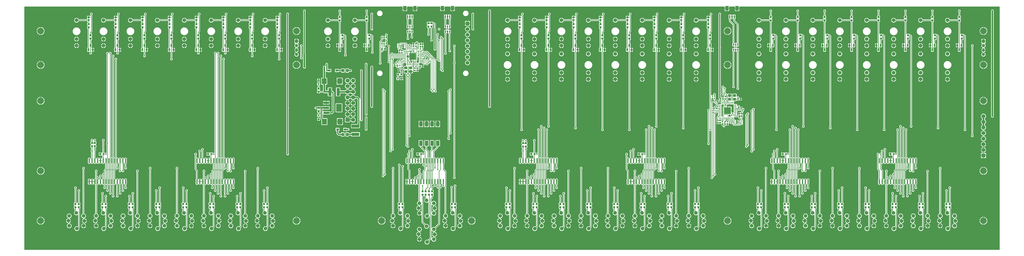
<source format=gtl>
G04 Layer: TopLayer*
G04 EasyEDA v6.5.34, 2023-08-15 01:36:41*
G04 4f68baccf90e46bd970f154785848b76,5a6b42c53f6a479593ecc07194224c93,10*
G04 Gerber Generator version 0.2*
G04 Scale: 100 percent, Rotated: No, Reflected: No *
G04 Dimensions in millimeters *
G04 leading zeros omitted , absolute positions ,4 integer and 5 decimal *
%FSLAX45Y45*%
%MOMM*%

%AMMACRO1*21,1,$1,$2,0,0,$3*%
%ADD10C,0.2540*%
%ADD11C,0.1270*%
%ADD12C,0.5000*%
%ADD13C,0.2000*%
%ADD14C,0.7000*%
%ADD15R,0.5500X0.5500*%
%ADD16R,0.5320X1.0720*%
%ADD17R,0.6000X1.5500*%
%ADD18R,1.5000X2.0000*%
%ADD19MACRO1,0.54X0.7901X0.0000*%
%ADD20R,0.5400X0.7901*%
%ADD21MACRO1,1.2X1.4X-90.0000*%
%ADD22R,1.4000X1.2000*%
%ADD23MACRO1,1.2X1.4X90.0000*%
%ADD24MACRO1,0.54X0.7901X90.0000*%
%ADD25R,1.1000X0.2000*%
%ADD26R,0.2000X1.1000*%
%ADD27R,3.1000X3.1000*%
%ADD28R,0.6000X0.2800*%
%ADD29R,0.3000X1.7000*%
%ADD30MACRO1,0.54X0.7901X-90.0000*%
%ADD31MACRO1,3.4992X1.4067X0.0000*%
%ADD32R,3.4992X1.4067*%
%ADD33R,0.8000X0.8000*%
%ADD34MACRO1,1.377X1.1325X-90.0000*%
%ADD35R,1.2000X0.9500*%
%ADD36MACRO1,1.05X2.465X-90.0000*%
%ADD37MACRO1,3.54X2.465X90.0000*%
%ADD38MACRO1,2.592X2.2075X-90.0000*%
%ADD39MACRO1,3.4992X1.4067X-90.0000*%
%ADD40MACRO1,0.864X0.8065X0.0000*%
%ADD41R,0.8640X0.8065*%
%ADD42MACRO1,0.9072X0.8732X0.0000*%
%ADD43R,0.9072X0.8732*%
%ADD44O,0.5739892X2.3880064*%
%ADD45R,0.8000X0.9000*%
%ADD46R,0.5500X1.0000*%
%ADD47MACRO1,2.286X1.524X90.0000*%
%ADD48MACRO1,0.864X0.8065X90.0000*%
%ADD49R,0.7000X1.2500*%
%ADD50MACRO1,1.8X1.8X90.0000*%
%ADD51C,1.8000*%
%ADD52C,1.6500*%
%ADD53C,1.4000*%
%ADD54R,1.4000X1.5240*%
%ADD55MACRO1,1.7X1.7X90.0000*%
%ADD56C,1.7000*%
%ADD57R,1.8000X1.8000*%
%ADD58C,3.0000*%
%ADD59C,0.6200*%
%ADD60C,0.6096*%
%ADD61C,0.0169*%

%LPD*%
G36*
X2068068Y-2945892D02*
G01*
X2064156Y-2945130D01*
X2060905Y-2942894D01*
X2058670Y-2939643D01*
X2057907Y-2935732D01*
X2057907Y8066531D01*
X2058670Y8070443D01*
X2060905Y8073694D01*
X2064156Y8075930D01*
X2068068Y8076692D01*
X19166128Y8076692D01*
X19169989Y8075930D01*
X19173291Y8073694D01*
X19175526Y8070443D01*
X19176288Y8066531D01*
X19176288Y8016951D01*
X19264477Y8016951D01*
X19264477Y8066531D01*
X19265239Y8070443D01*
X19267474Y8073694D01*
X19270776Y8075930D01*
X19274637Y8076692D01*
X19279717Y8076692D01*
X19283629Y8075930D01*
X19286931Y8073694D01*
X19289115Y8070443D01*
X19289877Y8066531D01*
X19289877Y8016951D01*
X19378117Y8016951D01*
X19378117Y8066531D01*
X19378879Y8070443D01*
X19381063Y8073694D01*
X19384365Y8075930D01*
X19388277Y8076692D01*
X19626122Y8076692D01*
X19630034Y8075930D01*
X19633336Y8073694D01*
X19635520Y8070443D01*
X19636282Y8066531D01*
X19636282Y8016951D01*
X19724522Y8016951D01*
X19724522Y8066531D01*
X19725284Y8070443D01*
X19727468Y8073694D01*
X19730770Y8075930D01*
X19734682Y8076692D01*
X19739762Y8076692D01*
X19743623Y8075930D01*
X19746925Y8073694D01*
X19749160Y8070443D01*
X19749922Y8066531D01*
X19749922Y8016951D01*
X19838111Y8016951D01*
X19838111Y8066531D01*
X19838873Y8070443D01*
X19841108Y8073694D01*
X19844410Y8075930D01*
X19848271Y8076692D01*
X20867928Y8076692D01*
X20871789Y8075930D01*
X20875091Y8073694D01*
X20877326Y8070443D01*
X20878088Y8066531D01*
X20878088Y8016951D01*
X20966277Y8016951D01*
X20966277Y8066531D01*
X20967039Y8070443D01*
X20969274Y8073694D01*
X20972576Y8075930D01*
X20976437Y8076692D01*
X20981517Y8076692D01*
X20985429Y8075930D01*
X20988731Y8073694D01*
X20990915Y8070443D01*
X20991677Y8066531D01*
X20991677Y8016951D01*
X21079917Y8016951D01*
X21079917Y8066531D01*
X21080679Y8070443D01*
X21082863Y8073694D01*
X21086165Y8075930D01*
X21090077Y8076692D01*
X21327922Y8076692D01*
X21331834Y8075930D01*
X21335136Y8073694D01*
X21337320Y8070443D01*
X21338082Y8066531D01*
X21338082Y8016951D01*
X21426322Y8016951D01*
X21426322Y8066531D01*
X21427084Y8070443D01*
X21429268Y8073694D01*
X21432570Y8075930D01*
X21436482Y8076692D01*
X21441562Y8076692D01*
X21445423Y8075930D01*
X21448725Y8073694D01*
X21450960Y8070443D01*
X21451722Y8066531D01*
X21451722Y8016951D01*
X21539911Y8016951D01*
X21539911Y8066531D01*
X21540673Y8070443D01*
X21542908Y8073694D01*
X21546210Y8075930D01*
X21550071Y8076692D01*
X33745728Y8076692D01*
X33749589Y8075930D01*
X33752891Y8073694D01*
X33755126Y8070443D01*
X33755888Y8066531D01*
X33755888Y8016951D01*
X33844077Y8016951D01*
X33844077Y8066531D01*
X33844839Y8070443D01*
X33847074Y8073694D01*
X33850376Y8075930D01*
X33854237Y8076692D01*
X33859317Y8076692D01*
X33863229Y8075930D01*
X33866531Y8073694D01*
X33868715Y8070443D01*
X33869477Y8066531D01*
X33869477Y8016951D01*
X33957717Y8016951D01*
X33957717Y8066531D01*
X33958479Y8070443D01*
X33960663Y8073694D01*
X33963965Y8075930D01*
X33967877Y8076692D01*
X34205722Y8076692D01*
X34209634Y8075930D01*
X34212936Y8073694D01*
X34215120Y8070443D01*
X34215882Y8066531D01*
X34215882Y8016951D01*
X34304122Y8016951D01*
X34304122Y8066531D01*
X34304884Y8070443D01*
X34307068Y8073694D01*
X34310370Y8075930D01*
X34314282Y8076692D01*
X34319362Y8076692D01*
X34323223Y8075930D01*
X34326525Y8073694D01*
X34328760Y8070443D01*
X34329522Y8066531D01*
X34329522Y8016951D01*
X34417711Y8016951D01*
X34417711Y8066531D01*
X34418473Y8070443D01*
X34420708Y8073694D01*
X34424010Y8075930D01*
X34427871Y8076692D01*
X46191932Y8076692D01*
X46195843Y8075930D01*
X46199094Y8073694D01*
X46201330Y8070443D01*
X46202092Y8066531D01*
X46202092Y-2935732D01*
X46201330Y-2939643D01*
X46199094Y-2942894D01*
X46195843Y-2945130D01*
X46191932Y-2945892D01*
G37*

%LPC*%
G36*
X31254700Y6322263D02*
G01*
X31349543Y6322263D01*
X31349442Y6323736D01*
X31346698Y6337655D01*
X31342126Y6351066D01*
X31335878Y6363766D01*
X31328004Y6375552D01*
X31318657Y6386220D01*
X31307989Y6395567D01*
X31296203Y6403441D01*
X31283452Y6409740D01*
X31270041Y6414262D01*
X31256122Y6417056D01*
X31254700Y6417157D01*
G37*
G36*
X19202755Y7878368D02*
G01*
X19264477Y7878368D01*
X19264477Y7991551D01*
X19176288Y7991551D01*
X19176288Y7904835D01*
X19177000Y7898485D01*
X19178930Y7893050D01*
X19181978Y7888122D01*
X19186093Y7884058D01*
X19190970Y7880959D01*
X19196456Y7879080D01*
G37*
G36*
X19949414Y-2571343D02*
G01*
X19950836Y-2571242D01*
X19964755Y-2568498D01*
X19978166Y-2563926D01*
X19990917Y-2557678D01*
X20002703Y-2549804D01*
X20013371Y-2540457D01*
X20022718Y-2529789D01*
X20030592Y-2518003D01*
X20036840Y-2505252D01*
X20041412Y-2491841D01*
X20044156Y-2477922D01*
X20044257Y-2476500D01*
X19949414Y-2476500D01*
G37*
G36*
X19924014Y-2571343D02*
G01*
X19924014Y-2476500D01*
X19829170Y-2476500D01*
X19829272Y-2477922D01*
X19832015Y-2491841D01*
X19836587Y-2505252D01*
X19842835Y-2518003D01*
X19850709Y-2529789D01*
X19860056Y-2540457D01*
X19870724Y-2549804D01*
X19882510Y-2557678D01*
X19895261Y-2563926D01*
X19908672Y-2568498D01*
X19922591Y-2571242D01*
G37*
G36*
X34242400Y7878368D02*
G01*
X34304122Y7878368D01*
X34304122Y7991551D01*
X34215882Y7991551D01*
X34215882Y7904835D01*
X34216594Y7898485D01*
X34218524Y7893050D01*
X34221623Y7888122D01*
X34225687Y7884058D01*
X34230614Y7880959D01*
X34236050Y7879080D01*
G37*
G36*
X19949414Y-2451100D02*
G01*
X20044257Y-2451100D01*
X20044156Y-2449677D01*
X20041412Y-2435758D01*
X20036840Y-2422347D01*
X20030592Y-2409596D01*
X20022718Y-2397810D01*
X20013371Y-2387142D01*
X20002703Y-2377795D01*
X19990917Y-2369921D01*
X19978166Y-2363673D01*
X19964755Y-2359101D01*
X19950836Y-2356358D01*
X19949414Y-2356256D01*
G37*
G36*
X19829170Y-2451100D02*
G01*
X19924014Y-2451100D01*
X19924014Y-2345385D01*
X19924776Y-2341524D01*
X19927011Y-2338222D01*
X19930262Y-2336038D01*
X19934174Y-2335225D01*
X19942352Y-2335326D01*
X19955103Y-2329078D01*
X19966889Y-2321204D01*
X19977557Y-2311857D01*
X19986904Y-2301189D01*
X19994778Y-2289403D01*
X20001026Y-2276652D01*
X20005598Y-2263241D01*
X20008342Y-2249322D01*
X20008443Y-2247900D01*
X19913600Y-2247900D01*
X19913600Y-2353614D01*
X19912838Y-2357475D01*
X19910602Y-2360777D01*
X19907351Y-2363012D01*
X19903440Y-2363774D01*
X19895261Y-2363673D01*
X19882510Y-2369921D01*
X19870724Y-2377795D01*
X19860056Y-2387142D01*
X19850709Y-2397810D01*
X19842835Y-2409596D01*
X19836587Y-2422347D01*
X19832015Y-2435758D01*
X19829272Y-2449677D01*
G37*
G36*
X34329522Y7878368D02*
G01*
X34391244Y7878368D01*
X34397543Y7879080D01*
X34403030Y7880959D01*
X34407906Y7884058D01*
X34412021Y7888122D01*
X34415069Y7893050D01*
X34417000Y7898485D01*
X34417711Y7904835D01*
X34417711Y7991551D01*
X34329522Y7991551D01*
G37*
G36*
X33869477Y7878368D02*
G01*
X33931199Y7878368D01*
X33937549Y7879080D01*
X33942985Y7880959D01*
X33947912Y7884058D01*
X33951976Y7888122D01*
X33955075Y7893050D01*
X33957006Y7898485D01*
X33957717Y7904835D01*
X33957717Y7991551D01*
X33869477Y7991551D01*
G37*
G36*
X19662800Y7878368D02*
G01*
X19724522Y7878368D01*
X19724522Y7991551D01*
X19636282Y7991551D01*
X19636282Y7904835D01*
X19636994Y7898485D01*
X19638924Y7893050D01*
X19642023Y7888122D01*
X19646087Y7884058D01*
X19651014Y7880959D01*
X19656450Y7879080D01*
G37*
G36*
X20634452Y-2346604D02*
G01*
X20649793Y-2343454D01*
X20663204Y-2338882D01*
X20675955Y-2332634D01*
X20687741Y-2324760D01*
X20698409Y-2315413D01*
X20707756Y-2304745D01*
X20715630Y-2292959D01*
X20721878Y-2280208D01*
X20726450Y-2266797D01*
X20729194Y-2252878D01*
X20729295Y-2251456D01*
X20634452Y-2251456D01*
G37*
G36*
X19888200Y-2342743D02*
G01*
X19888200Y-2247900D01*
X19793356Y-2247900D01*
X19793458Y-2249322D01*
X19796201Y-2263241D01*
X19800773Y-2276652D01*
X19807021Y-2289403D01*
X19814895Y-2301189D01*
X19824242Y-2311857D01*
X19834910Y-2321204D01*
X19846696Y-2329078D01*
X19859447Y-2335326D01*
X19872858Y-2339898D01*
X19886777Y-2342642D01*
G37*
G36*
X19289877Y7878368D02*
G01*
X19351599Y7878368D01*
X19357949Y7879080D01*
X19363385Y7880959D01*
X19368312Y7884058D01*
X19372376Y7888122D01*
X19375475Y7893050D01*
X19377406Y7898485D01*
X19378117Y7904835D01*
X19378117Y7991551D01*
X19289877Y7991551D01*
G37*
G36*
X20634452Y-2226056D02*
G01*
X20729295Y-2226056D01*
X20729194Y-2224633D01*
X20726450Y-2210714D01*
X20721878Y-2197303D01*
X20715630Y-2184552D01*
X20707756Y-2172766D01*
X20698409Y-2162098D01*
X20687741Y-2152751D01*
X20675955Y-2144877D01*
X20663204Y-2138629D01*
X20649793Y-2134057D01*
X20634452Y-2130907D01*
G37*
G36*
X33782355Y7878368D02*
G01*
X33844077Y7878368D01*
X33844077Y7991551D01*
X33755888Y7991551D01*
X33755888Y7904835D01*
X33756600Y7898485D01*
X33758530Y7893050D01*
X33761578Y7888122D01*
X33765693Y7884058D01*
X33770570Y7880959D01*
X33776056Y7879080D01*
G37*
G36*
X19793356Y-2222500D02*
G01*
X19888200Y-2222500D01*
X19888200Y-2125827D01*
X19887387Y-2126742D01*
X19883526Y-2128367D01*
X19872858Y-2130501D01*
X19859447Y-2135073D01*
X19846696Y-2141321D01*
X19834910Y-2149195D01*
X19824242Y-2158542D01*
X19814895Y-2169210D01*
X19807021Y-2180996D01*
X19800773Y-2193747D01*
X19796201Y-2207158D01*
X19793458Y-2221077D01*
G37*
G36*
X19913600Y-2222500D02*
G01*
X20008443Y-2222500D01*
X20008342Y-2221077D01*
X20005598Y-2207158D01*
X20001026Y-2193747D01*
X19994778Y-2180996D01*
X19986904Y-2169210D01*
X19977557Y-2158542D01*
X19966889Y-2149195D01*
X19955103Y-2141321D01*
X19951598Y-2139594D01*
X19948296Y-2137003D01*
X19946315Y-2133346D01*
X19946010Y-2129180D01*
X19947382Y-2125218D01*
X19950226Y-2122170D01*
X19954087Y-2120544D01*
X19964755Y-2118410D01*
X19978166Y-2113838D01*
X19990917Y-2107590D01*
X20002703Y-2099716D01*
X20013371Y-2090369D01*
X20022718Y-2079701D01*
X20030592Y-2067915D01*
X20036840Y-2055164D01*
X20041412Y-2041753D01*
X20044156Y-2027834D01*
X20045121Y-2013712D01*
X20044156Y-1999589D01*
X20041412Y-1985670D01*
X20036840Y-1972259D01*
X20030592Y-1959508D01*
X20022718Y-1947722D01*
X20013371Y-1937054D01*
X20002703Y-1927707D01*
X19990917Y-1919833D01*
X19978166Y-1913585D01*
X19964755Y-1909013D01*
X19950836Y-1906270D01*
X19936714Y-1905304D01*
X19922591Y-1906270D01*
X19908672Y-1909013D01*
X19895261Y-1913585D01*
X19882510Y-1919833D01*
X19870724Y-1927707D01*
X19860056Y-1937054D01*
X19850709Y-1947722D01*
X19842835Y-1959508D01*
X19836587Y-1972259D01*
X19832015Y-1985670D01*
X19829272Y-1999589D01*
X19828306Y-2013712D01*
X19829272Y-2027834D01*
X19832015Y-2041753D01*
X19836587Y-2055164D01*
X19842835Y-2067915D01*
X19850709Y-2079701D01*
X19860056Y-2090369D01*
X19870724Y-2099716D01*
X19882510Y-2107590D01*
X19886015Y-2109317D01*
X19889317Y-2111908D01*
X19891298Y-2115566D01*
X19891502Y-2118258D01*
X19894092Y-2116429D01*
X19897852Y-2115515D01*
X19901611Y-2116023D01*
X19906691Y-2117750D01*
X19910298Y-2119884D01*
X19912736Y-2123287D01*
X19913600Y-2127351D01*
G37*
G36*
X19749922Y7878368D02*
G01*
X19811644Y7878368D01*
X19817943Y7879080D01*
X19823430Y7880959D01*
X19828306Y7884058D01*
X19832421Y7888122D01*
X19835469Y7893050D01*
X19837400Y7898485D01*
X19838111Y7904835D01*
X19838111Y7991551D01*
X19749922Y7991551D01*
G37*
G36*
X21451722Y7878318D02*
G01*
X21513444Y7878318D01*
X21519743Y7879080D01*
X21525230Y7880959D01*
X21530106Y7884058D01*
X21534221Y7888122D01*
X21537269Y7893050D01*
X21539200Y7898485D01*
X21539911Y7904835D01*
X21539911Y7991551D01*
X21451722Y7991551D01*
G37*
G36*
X36537900Y-2089607D02*
G01*
X36552022Y-2088642D01*
X36565941Y-2085898D01*
X36579352Y-2081326D01*
X36592103Y-2075078D01*
X36603889Y-2067204D01*
X36614557Y-2057857D01*
X36623904Y-2047189D01*
X36631778Y-2035403D01*
X36638026Y-2022652D01*
X36642598Y-2009241D01*
X36645342Y-1995322D01*
X36646307Y-1981200D01*
X36645342Y-1967077D01*
X36642598Y-1953158D01*
X36639042Y-1942693D01*
X36638484Y-1938985D01*
X36639347Y-1935327D01*
X36641481Y-1932228D01*
X36666424Y-1907235D01*
X36671554Y-1901037D01*
X36675110Y-1894332D01*
X36677295Y-1887118D01*
X36678108Y-1879092D01*
X36678108Y-1086307D01*
X36678666Y-1082954D01*
X36680343Y-1079957D01*
X36682883Y-1077671D01*
X36686134Y-1075639D01*
X36690198Y-1071575D01*
X36693297Y-1066647D01*
X36695176Y-1061212D01*
X36695888Y-1054862D01*
X36695888Y-975360D01*
X36695176Y-969060D01*
X36693297Y-963574D01*
X36690198Y-958697D01*
X36686134Y-954582D01*
X36681206Y-951534D01*
X36675161Y-949401D01*
X36671605Y-947267D01*
X36669167Y-943864D01*
X36668354Y-939800D01*
X36669167Y-935736D01*
X36671605Y-932332D01*
X36675161Y-930198D01*
X36681206Y-928065D01*
X36686134Y-925017D01*
X36690198Y-920902D01*
X36693297Y-916025D01*
X36695176Y-910539D01*
X36695888Y-904240D01*
X36695888Y-824737D01*
X36695176Y-818388D01*
X36693297Y-812952D01*
X36690198Y-808024D01*
X36686134Y-803960D01*
X36681206Y-800862D01*
X36675771Y-798931D01*
X36670894Y-797763D01*
X36667998Y-795477D01*
X36666068Y-792327D01*
X36665408Y-788720D01*
X36665408Y-553720D01*
X36666119Y-549910D01*
X36668252Y-546658D01*
X36671046Y-543712D01*
X36676431Y-535736D01*
X36680444Y-526948D01*
X36682832Y-517601D01*
X36683696Y-508000D01*
X36682832Y-498398D01*
X36680444Y-489051D01*
X36676431Y-480263D01*
X36671046Y-472287D01*
X36664392Y-465328D01*
X36656619Y-459587D01*
X36647983Y-455218D01*
X36638788Y-452424D01*
X36629238Y-451154D01*
X36619586Y-451612D01*
X36610137Y-453643D01*
X36601196Y-457200D01*
X36592967Y-462280D01*
X36585753Y-468630D01*
X36579657Y-476148D01*
X36574984Y-484581D01*
X36571783Y-493674D01*
X36570158Y-503174D01*
X36570158Y-512826D01*
X36571783Y-522325D01*
X36574984Y-531418D01*
X36579657Y-539851D01*
X36585956Y-547573D01*
X36587633Y-550570D01*
X36588192Y-553974D01*
X36588192Y-788720D01*
X36587531Y-792327D01*
X36585601Y-795477D01*
X36582705Y-797763D01*
X36577828Y-798931D01*
X36572393Y-800862D01*
X36567465Y-803960D01*
X36563401Y-808024D01*
X36558067Y-816864D01*
X36554664Y-819251D01*
X36550600Y-820115D01*
X36546536Y-819251D01*
X36543132Y-816864D01*
X36537798Y-808024D01*
X36533734Y-803960D01*
X36528806Y-800862D01*
X36523371Y-798931D01*
X36518494Y-797763D01*
X36515598Y-795477D01*
X36513668Y-792327D01*
X36513008Y-788720D01*
X36513008Y-426720D01*
X36513719Y-422909D01*
X36515852Y-419658D01*
X36518646Y-416712D01*
X36524031Y-408736D01*
X36528044Y-399948D01*
X36530432Y-390601D01*
X36531296Y-381000D01*
X36530432Y-371398D01*
X36528044Y-362051D01*
X36524031Y-353263D01*
X36518646Y-345287D01*
X36511992Y-338328D01*
X36504219Y-332587D01*
X36495583Y-328218D01*
X36486388Y-325424D01*
X36476838Y-324154D01*
X36467186Y-324612D01*
X36457737Y-326644D01*
X36448796Y-330200D01*
X36440567Y-335280D01*
X36433353Y-341630D01*
X36427257Y-349148D01*
X36422584Y-357581D01*
X36419383Y-366674D01*
X36417758Y-376174D01*
X36417758Y-385826D01*
X36419383Y-395325D01*
X36422584Y-404418D01*
X36427257Y-412851D01*
X36433556Y-420573D01*
X36435233Y-423570D01*
X36435792Y-426974D01*
X36435792Y-788720D01*
X36435131Y-792327D01*
X36433201Y-795477D01*
X36430305Y-797763D01*
X36425428Y-798931D01*
X36419993Y-800862D01*
X36415065Y-803960D01*
X36411001Y-808024D01*
X36407902Y-812952D01*
X36406023Y-818388D01*
X36405312Y-824737D01*
X36405312Y-904240D01*
X36406023Y-910539D01*
X36407902Y-916025D01*
X36411001Y-920902D01*
X36415065Y-925017D01*
X36419993Y-928065D01*
X36426038Y-930198D01*
X36429594Y-932332D01*
X36432032Y-935736D01*
X36432845Y-939800D01*
X36432032Y-943864D01*
X36429594Y-947267D01*
X36426038Y-949401D01*
X36419993Y-951534D01*
X36415065Y-954582D01*
X36411001Y-958697D01*
X36407902Y-963574D01*
X36406023Y-969060D01*
X36405312Y-975360D01*
X36405312Y-1054862D01*
X36406023Y-1061212D01*
X36407902Y-1066647D01*
X36411001Y-1071575D01*
X36415065Y-1075639D01*
X36419993Y-1078738D01*
X36425428Y-1080668D01*
X36430305Y-1081836D01*
X36433201Y-1084122D01*
X36435131Y-1087272D01*
X36435792Y-1090879D01*
X36435792Y-1194765D01*
X36435131Y-1198372D01*
X36433252Y-1201470D01*
X36431728Y-1203248D01*
X36423854Y-1215034D01*
X36417554Y-1227785D01*
X36413033Y-1241196D01*
X36410239Y-1255115D01*
X36409325Y-1269238D01*
X36410239Y-1283360D01*
X36413033Y-1297279D01*
X36417554Y-1310690D01*
X36423854Y-1323441D01*
X36431728Y-1335227D01*
X36441075Y-1345895D01*
X36451743Y-1355242D01*
X36463528Y-1363116D01*
X36476228Y-1369364D01*
X36489640Y-1373936D01*
X36503559Y-1376680D01*
X36517732Y-1377645D01*
X36531854Y-1376680D01*
X36545774Y-1373936D01*
X36559185Y-1369364D01*
X36571885Y-1363116D01*
X36584026Y-1354937D01*
X36587379Y-1352956D01*
X36591189Y-1352397D01*
X36594948Y-1353312D01*
X36598047Y-1355547D01*
X36600180Y-1358798D01*
X36600892Y-1362557D01*
X36600892Y-1859381D01*
X36600130Y-1863293D01*
X36597894Y-1866595D01*
X36586871Y-1877618D01*
X36583772Y-1879752D01*
X36580114Y-1880616D01*
X36576406Y-1880057D01*
X36565941Y-1876501D01*
X36552022Y-1873757D01*
X36537900Y-1872792D01*
X36523777Y-1873757D01*
X36509858Y-1876501D01*
X36496447Y-1881073D01*
X36483696Y-1887321D01*
X36471910Y-1895195D01*
X36461242Y-1904542D01*
X36451895Y-1915210D01*
X36444021Y-1926996D01*
X36437773Y-1939747D01*
X36433201Y-1953158D01*
X36430458Y-1967077D01*
X36429492Y-1981200D01*
X36430458Y-1995322D01*
X36433201Y-2009241D01*
X36437773Y-2022652D01*
X36444021Y-2035403D01*
X36451895Y-2047189D01*
X36461242Y-2057857D01*
X36471910Y-2067204D01*
X36483696Y-2075078D01*
X36496447Y-2081326D01*
X36509858Y-2085898D01*
X36523777Y-2088642D01*
G37*
G36*
X11747500Y-2089607D02*
G01*
X11761622Y-2088642D01*
X11775541Y-2085898D01*
X11788952Y-2081326D01*
X11801703Y-2075078D01*
X11813489Y-2067204D01*
X11824157Y-2057857D01*
X11833504Y-2047189D01*
X11841378Y-2035403D01*
X11847626Y-2022652D01*
X11852198Y-2009241D01*
X11854942Y-1995322D01*
X11855907Y-1981200D01*
X11854942Y-1967077D01*
X11852198Y-1953158D01*
X11848642Y-1942693D01*
X11848084Y-1938985D01*
X11848947Y-1935327D01*
X11851081Y-1932228D01*
X11876024Y-1907235D01*
X11881154Y-1901037D01*
X11884710Y-1894332D01*
X11886895Y-1887118D01*
X11887708Y-1879092D01*
X11887708Y-1086307D01*
X11888266Y-1082954D01*
X11889943Y-1079957D01*
X11892483Y-1077671D01*
X11895734Y-1075639D01*
X11899798Y-1071575D01*
X11902897Y-1066647D01*
X11904776Y-1061212D01*
X11905488Y-1054862D01*
X11905488Y-975360D01*
X11904776Y-969060D01*
X11902897Y-963574D01*
X11899798Y-958697D01*
X11895734Y-954582D01*
X11890806Y-951534D01*
X11884761Y-949401D01*
X11881205Y-947267D01*
X11878767Y-943864D01*
X11877954Y-939800D01*
X11878767Y-935736D01*
X11881205Y-932332D01*
X11884761Y-930198D01*
X11890806Y-928065D01*
X11895734Y-925017D01*
X11899798Y-920902D01*
X11902897Y-916025D01*
X11904776Y-910539D01*
X11905488Y-904240D01*
X11905488Y-824737D01*
X11904776Y-818388D01*
X11902897Y-812952D01*
X11899798Y-808024D01*
X11895734Y-803960D01*
X11890806Y-800862D01*
X11885371Y-798931D01*
X11880494Y-797763D01*
X11877598Y-795477D01*
X11875668Y-792327D01*
X11875008Y-788720D01*
X11875008Y-426720D01*
X11875719Y-422909D01*
X11877852Y-419658D01*
X11880646Y-416712D01*
X11886031Y-408736D01*
X11890044Y-399948D01*
X11892432Y-390601D01*
X11893296Y-381000D01*
X11892432Y-371398D01*
X11890044Y-362051D01*
X11886031Y-353263D01*
X11880646Y-345287D01*
X11873992Y-338328D01*
X11866219Y-332587D01*
X11857583Y-328218D01*
X11848388Y-325424D01*
X11838838Y-324154D01*
X11829186Y-324612D01*
X11819737Y-326644D01*
X11810796Y-330200D01*
X11802567Y-335280D01*
X11795353Y-341630D01*
X11789257Y-349148D01*
X11784584Y-357581D01*
X11781383Y-366674D01*
X11779758Y-376174D01*
X11779758Y-385826D01*
X11781383Y-395325D01*
X11784584Y-404418D01*
X11789257Y-412851D01*
X11795556Y-420573D01*
X11797233Y-423570D01*
X11797792Y-426974D01*
X11797792Y-788720D01*
X11797131Y-792327D01*
X11795201Y-795477D01*
X11792305Y-797763D01*
X11787428Y-798931D01*
X11781993Y-800862D01*
X11777065Y-803960D01*
X11773001Y-808024D01*
X11767667Y-816864D01*
X11764264Y-819251D01*
X11760200Y-820115D01*
X11756136Y-819251D01*
X11752732Y-816864D01*
X11747398Y-808024D01*
X11743334Y-803960D01*
X11738406Y-800862D01*
X11732971Y-798931D01*
X11728094Y-797763D01*
X11725198Y-795477D01*
X11723268Y-792327D01*
X11722608Y-788720D01*
X11722608Y-553720D01*
X11723319Y-549910D01*
X11725452Y-546658D01*
X11728246Y-543712D01*
X11733631Y-535736D01*
X11737644Y-526948D01*
X11740032Y-517601D01*
X11740896Y-508000D01*
X11740032Y-498398D01*
X11737644Y-489051D01*
X11733631Y-480263D01*
X11728246Y-472287D01*
X11721592Y-465328D01*
X11713819Y-459587D01*
X11705183Y-455218D01*
X11695988Y-452424D01*
X11686438Y-451154D01*
X11676786Y-451612D01*
X11667337Y-453643D01*
X11658396Y-457200D01*
X11650167Y-462280D01*
X11642953Y-468630D01*
X11636857Y-476148D01*
X11632184Y-484581D01*
X11628983Y-493674D01*
X11627358Y-503174D01*
X11627358Y-512826D01*
X11628983Y-522325D01*
X11632184Y-531418D01*
X11636857Y-539851D01*
X11643156Y-547573D01*
X11644833Y-550570D01*
X11645392Y-553974D01*
X11645392Y-788720D01*
X11644731Y-792327D01*
X11642801Y-795477D01*
X11639905Y-797763D01*
X11635028Y-798931D01*
X11629593Y-800862D01*
X11624665Y-803960D01*
X11620601Y-808024D01*
X11617502Y-812952D01*
X11615623Y-818388D01*
X11614912Y-824737D01*
X11614912Y-904240D01*
X11615623Y-910539D01*
X11617502Y-916025D01*
X11620601Y-920902D01*
X11624665Y-925017D01*
X11629593Y-928065D01*
X11635638Y-930198D01*
X11639194Y-932332D01*
X11641632Y-935736D01*
X11642445Y-939800D01*
X11641632Y-943864D01*
X11639194Y-947267D01*
X11635638Y-949401D01*
X11629593Y-951534D01*
X11624665Y-954582D01*
X11620601Y-958697D01*
X11617502Y-963574D01*
X11615623Y-969060D01*
X11614912Y-975360D01*
X11614912Y-1054862D01*
X11615623Y-1061212D01*
X11617502Y-1066647D01*
X11620601Y-1071575D01*
X11624665Y-1075639D01*
X11629593Y-1078738D01*
X11635028Y-1080668D01*
X11639905Y-1081836D01*
X11642801Y-1084122D01*
X11644731Y-1087272D01*
X11645392Y-1090879D01*
X11645392Y-1194765D01*
X11644731Y-1198372D01*
X11642852Y-1201470D01*
X11641328Y-1203248D01*
X11633454Y-1215034D01*
X11627154Y-1227785D01*
X11622633Y-1241196D01*
X11619839Y-1255115D01*
X11618925Y-1269238D01*
X11619839Y-1283360D01*
X11622633Y-1297279D01*
X11627154Y-1310690D01*
X11633454Y-1323441D01*
X11641328Y-1335227D01*
X11650675Y-1345895D01*
X11661343Y-1355242D01*
X11673128Y-1363116D01*
X11685828Y-1369364D01*
X11699240Y-1373936D01*
X11713159Y-1376680D01*
X11727332Y-1377645D01*
X11741454Y-1376680D01*
X11755374Y-1373936D01*
X11768785Y-1369364D01*
X11781485Y-1363116D01*
X11793626Y-1354937D01*
X11796979Y-1352956D01*
X11800789Y-1352397D01*
X11804548Y-1353312D01*
X11807647Y-1355547D01*
X11809780Y-1358798D01*
X11810492Y-1362557D01*
X11810492Y-1859381D01*
X11809730Y-1863293D01*
X11807494Y-1866595D01*
X11796471Y-1877618D01*
X11793372Y-1879752D01*
X11789714Y-1880616D01*
X11786006Y-1880057D01*
X11775541Y-1876501D01*
X11761622Y-1873757D01*
X11747500Y-1872792D01*
X11733377Y-1873757D01*
X11719458Y-1876501D01*
X11706047Y-1881073D01*
X11693296Y-1887321D01*
X11681510Y-1895195D01*
X11670842Y-1904542D01*
X11661495Y-1915210D01*
X11653621Y-1926996D01*
X11647373Y-1939747D01*
X11642801Y-1953158D01*
X11640058Y-1967077D01*
X11639092Y-1981200D01*
X11640058Y-1995322D01*
X11642801Y-2009241D01*
X11647373Y-2022652D01*
X11653621Y-2035403D01*
X11661495Y-2047189D01*
X11670842Y-2057857D01*
X11681510Y-2067204D01*
X11693296Y-2075078D01*
X11706047Y-2081326D01*
X11719458Y-2085898D01*
X11733377Y-2088642D01*
G37*
G36*
X26377900Y-2089607D02*
G01*
X26392022Y-2088642D01*
X26405941Y-2085898D01*
X26419352Y-2081326D01*
X26432103Y-2075078D01*
X26443889Y-2067204D01*
X26454557Y-2057857D01*
X26463904Y-2047189D01*
X26471778Y-2035403D01*
X26478026Y-2022652D01*
X26482598Y-2009241D01*
X26485342Y-1995322D01*
X26486307Y-1981200D01*
X26485342Y-1967077D01*
X26482598Y-1953158D01*
X26479042Y-1942693D01*
X26478484Y-1938985D01*
X26479347Y-1935327D01*
X26481481Y-1932228D01*
X26506424Y-1907235D01*
X26511554Y-1901037D01*
X26515110Y-1894332D01*
X26517295Y-1887118D01*
X26518108Y-1879092D01*
X26518108Y-1086307D01*
X26518666Y-1082954D01*
X26520343Y-1079957D01*
X26522883Y-1077671D01*
X26526134Y-1075639D01*
X26530198Y-1071575D01*
X26533297Y-1066647D01*
X26535176Y-1061212D01*
X26535888Y-1054862D01*
X26535888Y-975360D01*
X26535176Y-969060D01*
X26533297Y-963574D01*
X26530198Y-958697D01*
X26526134Y-954582D01*
X26521206Y-951534D01*
X26515161Y-949401D01*
X26511605Y-947267D01*
X26509167Y-943864D01*
X26508354Y-939800D01*
X26509167Y-935736D01*
X26511605Y-932332D01*
X26515161Y-930198D01*
X26521206Y-928065D01*
X26526134Y-925017D01*
X26530198Y-920902D01*
X26533297Y-916025D01*
X26535176Y-910539D01*
X26535888Y-904240D01*
X26535888Y-824737D01*
X26535176Y-818388D01*
X26533297Y-812952D01*
X26530198Y-808024D01*
X26526134Y-803960D01*
X26521206Y-800862D01*
X26515771Y-798931D01*
X26510894Y-797763D01*
X26507998Y-795477D01*
X26506068Y-792327D01*
X26505408Y-788720D01*
X26505408Y-426720D01*
X26506119Y-422909D01*
X26508252Y-419658D01*
X26511046Y-416712D01*
X26516431Y-408736D01*
X26520444Y-399948D01*
X26522832Y-390601D01*
X26523696Y-381000D01*
X26522832Y-371398D01*
X26520444Y-362051D01*
X26516431Y-353263D01*
X26511046Y-345287D01*
X26504392Y-338328D01*
X26496619Y-332587D01*
X26487983Y-328218D01*
X26478788Y-325424D01*
X26469238Y-324154D01*
X26459586Y-324612D01*
X26450137Y-326644D01*
X26441196Y-330200D01*
X26432967Y-335280D01*
X26425753Y-341630D01*
X26419657Y-349148D01*
X26414984Y-357581D01*
X26411783Y-366674D01*
X26410158Y-376174D01*
X26410158Y-385826D01*
X26411783Y-395325D01*
X26414984Y-404418D01*
X26419657Y-412851D01*
X26425956Y-420573D01*
X26427633Y-423570D01*
X26428192Y-426974D01*
X26428192Y-788720D01*
X26427531Y-792327D01*
X26425601Y-795477D01*
X26422705Y-797763D01*
X26417828Y-798931D01*
X26412393Y-800862D01*
X26407465Y-803960D01*
X26403401Y-808024D01*
X26398067Y-816864D01*
X26394664Y-819251D01*
X26390600Y-820115D01*
X26386536Y-819251D01*
X26383132Y-816864D01*
X26377798Y-808024D01*
X26373734Y-803960D01*
X26368806Y-800862D01*
X26363371Y-798931D01*
X26358494Y-797763D01*
X26355598Y-795477D01*
X26353668Y-792327D01*
X26353008Y-788720D01*
X26353008Y-553720D01*
X26353719Y-549910D01*
X26355852Y-546658D01*
X26358646Y-543712D01*
X26364031Y-535736D01*
X26368044Y-526948D01*
X26370432Y-517601D01*
X26371296Y-508000D01*
X26370432Y-498398D01*
X26368044Y-489051D01*
X26364031Y-480263D01*
X26358646Y-472287D01*
X26351992Y-465328D01*
X26344219Y-459587D01*
X26335583Y-455218D01*
X26326388Y-452424D01*
X26316838Y-451154D01*
X26307186Y-451612D01*
X26297737Y-453643D01*
X26288796Y-457200D01*
X26280567Y-462280D01*
X26273353Y-468630D01*
X26267257Y-476148D01*
X26262584Y-484581D01*
X26259383Y-493674D01*
X26257758Y-503174D01*
X26257758Y-512826D01*
X26259383Y-522325D01*
X26262584Y-531418D01*
X26267257Y-539851D01*
X26273556Y-547573D01*
X26275233Y-550570D01*
X26275792Y-553974D01*
X26275792Y-788720D01*
X26275131Y-792327D01*
X26273201Y-795477D01*
X26270305Y-797763D01*
X26265428Y-798931D01*
X26259993Y-800862D01*
X26255065Y-803960D01*
X26251001Y-808024D01*
X26247902Y-812952D01*
X26246023Y-818388D01*
X26245312Y-824737D01*
X26245312Y-904240D01*
X26246023Y-910539D01*
X26247902Y-916025D01*
X26251001Y-920902D01*
X26255065Y-925017D01*
X26259993Y-928065D01*
X26266038Y-930198D01*
X26269594Y-932332D01*
X26272032Y-935736D01*
X26272845Y-939800D01*
X26272032Y-943864D01*
X26269594Y-947267D01*
X26266038Y-949401D01*
X26259993Y-951534D01*
X26255065Y-954582D01*
X26251001Y-958697D01*
X26247902Y-963574D01*
X26246023Y-969060D01*
X26245312Y-975360D01*
X26245312Y-1054862D01*
X26246023Y-1061212D01*
X26247902Y-1066647D01*
X26251001Y-1071575D01*
X26255065Y-1075639D01*
X26259993Y-1078738D01*
X26265428Y-1080668D01*
X26270305Y-1081836D01*
X26273201Y-1084122D01*
X26275131Y-1087272D01*
X26275792Y-1090879D01*
X26275792Y-1194765D01*
X26275131Y-1198372D01*
X26273252Y-1201470D01*
X26271727Y-1203248D01*
X26263853Y-1215034D01*
X26257554Y-1227785D01*
X26253033Y-1241196D01*
X26250239Y-1255115D01*
X26249325Y-1269238D01*
X26250239Y-1283360D01*
X26253033Y-1297279D01*
X26257554Y-1310690D01*
X26263853Y-1323441D01*
X26271727Y-1335227D01*
X26281075Y-1345895D01*
X26291743Y-1355242D01*
X26303528Y-1363116D01*
X26316228Y-1369364D01*
X26329639Y-1373936D01*
X26343559Y-1376680D01*
X26357732Y-1377645D01*
X26371854Y-1376680D01*
X26385774Y-1373936D01*
X26399185Y-1369364D01*
X26411885Y-1363116D01*
X26424026Y-1354937D01*
X26427379Y-1352956D01*
X26431189Y-1352397D01*
X26434948Y-1353312D01*
X26438047Y-1355547D01*
X26440180Y-1358798D01*
X26440892Y-1362557D01*
X26440892Y-1859381D01*
X26440130Y-1863293D01*
X26437894Y-1866595D01*
X26426871Y-1877618D01*
X26423772Y-1879752D01*
X26420114Y-1880616D01*
X26416406Y-1880057D01*
X26405941Y-1876501D01*
X26392022Y-1873757D01*
X26377900Y-1872792D01*
X26363777Y-1873757D01*
X26349858Y-1876501D01*
X26336447Y-1881073D01*
X26323696Y-1887321D01*
X26311910Y-1895195D01*
X26301242Y-1904542D01*
X26291895Y-1915210D01*
X26284021Y-1926996D01*
X26277773Y-1939747D01*
X26273201Y-1953158D01*
X26270458Y-1967077D01*
X26269492Y-1981200D01*
X26270458Y-1995322D01*
X26273201Y-2009241D01*
X26277773Y-2022652D01*
X26284021Y-2035403D01*
X26291895Y-2047189D01*
X26301242Y-2057857D01*
X26311910Y-2067204D01*
X26323696Y-2075078D01*
X26336447Y-2081326D01*
X26349858Y-2085898D01*
X26363777Y-2088642D01*
G37*
G36*
X6870700Y-2089607D02*
G01*
X6884822Y-2088642D01*
X6898741Y-2085898D01*
X6912152Y-2081326D01*
X6924903Y-2075078D01*
X6936689Y-2067204D01*
X6947357Y-2057857D01*
X6956704Y-2047189D01*
X6964578Y-2035403D01*
X6970826Y-2022652D01*
X6975398Y-2009241D01*
X6978142Y-1995322D01*
X6979107Y-1981200D01*
X6978142Y-1967077D01*
X6975398Y-1953158D01*
X6971842Y-1942693D01*
X6971284Y-1938985D01*
X6972147Y-1935327D01*
X6974281Y-1932228D01*
X6999224Y-1907235D01*
X7004354Y-1901037D01*
X7007910Y-1894332D01*
X7010095Y-1887118D01*
X7010908Y-1879092D01*
X7010908Y-1086307D01*
X7011466Y-1082954D01*
X7013143Y-1079957D01*
X7015683Y-1077671D01*
X7018934Y-1075639D01*
X7022998Y-1071575D01*
X7026097Y-1066647D01*
X7027976Y-1061212D01*
X7028688Y-1054862D01*
X7028688Y-975360D01*
X7027976Y-969060D01*
X7026097Y-963574D01*
X7022998Y-958697D01*
X7018934Y-954582D01*
X7014006Y-951534D01*
X7007961Y-949401D01*
X7004405Y-947267D01*
X7001967Y-943864D01*
X7001154Y-939800D01*
X7001967Y-935736D01*
X7004405Y-932332D01*
X7007961Y-930198D01*
X7014006Y-928065D01*
X7018934Y-925017D01*
X7022998Y-920902D01*
X7026097Y-916025D01*
X7027976Y-910539D01*
X7028688Y-904240D01*
X7028688Y-824737D01*
X7027976Y-818388D01*
X7026097Y-812952D01*
X7022998Y-808024D01*
X7018934Y-803960D01*
X7014006Y-800862D01*
X7008571Y-798931D01*
X7003694Y-797763D01*
X7000798Y-795477D01*
X6998868Y-792327D01*
X6998208Y-788720D01*
X6998208Y-426720D01*
X6998919Y-422909D01*
X7001052Y-419658D01*
X7003846Y-416712D01*
X7009231Y-408736D01*
X7013244Y-399948D01*
X7015632Y-390601D01*
X7016496Y-381000D01*
X7015632Y-371398D01*
X7013244Y-362051D01*
X7009231Y-353263D01*
X7003846Y-345287D01*
X6997192Y-338328D01*
X6989419Y-332587D01*
X6980783Y-328218D01*
X6971588Y-325424D01*
X6962038Y-324154D01*
X6952386Y-324612D01*
X6942937Y-326644D01*
X6933996Y-330200D01*
X6925767Y-335280D01*
X6918553Y-341630D01*
X6912457Y-349148D01*
X6907784Y-357581D01*
X6904583Y-366674D01*
X6902958Y-376174D01*
X6902958Y-385826D01*
X6904583Y-395325D01*
X6907784Y-404418D01*
X6912457Y-412851D01*
X6918756Y-420573D01*
X6920433Y-423570D01*
X6920992Y-426974D01*
X6920992Y-788720D01*
X6920331Y-792327D01*
X6918401Y-795477D01*
X6915505Y-797763D01*
X6910628Y-798931D01*
X6905193Y-800862D01*
X6900265Y-803960D01*
X6896201Y-808024D01*
X6890867Y-816864D01*
X6887464Y-819251D01*
X6883400Y-820115D01*
X6879336Y-819251D01*
X6875932Y-816864D01*
X6870598Y-808024D01*
X6866534Y-803960D01*
X6861606Y-800862D01*
X6856171Y-798931D01*
X6851294Y-797763D01*
X6848398Y-795477D01*
X6846468Y-792327D01*
X6845808Y-788720D01*
X6845808Y-553720D01*
X6846519Y-549910D01*
X6848652Y-546658D01*
X6851446Y-543712D01*
X6856831Y-535736D01*
X6860844Y-526948D01*
X6863232Y-517601D01*
X6864096Y-508000D01*
X6863232Y-498398D01*
X6860844Y-489051D01*
X6856831Y-480263D01*
X6851446Y-472287D01*
X6844792Y-465328D01*
X6837019Y-459587D01*
X6828383Y-455218D01*
X6819188Y-452424D01*
X6809638Y-451154D01*
X6799986Y-451612D01*
X6790537Y-453643D01*
X6781596Y-457200D01*
X6773367Y-462280D01*
X6766153Y-468630D01*
X6760057Y-476148D01*
X6755384Y-484581D01*
X6752183Y-493674D01*
X6750558Y-503174D01*
X6750558Y-512826D01*
X6752183Y-522325D01*
X6755384Y-531418D01*
X6760057Y-539851D01*
X6766356Y-547573D01*
X6768033Y-550570D01*
X6768592Y-553974D01*
X6768592Y-788720D01*
X6767931Y-792327D01*
X6766001Y-795477D01*
X6763105Y-797763D01*
X6758228Y-798931D01*
X6752793Y-800862D01*
X6747865Y-803960D01*
X6743801Y-808024D01*
X6740702Y-812952D01*
X6738823Y-818388D01*
X6738112Y-824737D01*
X6738112Y-904240D01*
X6738823Y-910539D01*
X6740702Y-916025D01*
X6743801Y-920902D01*
X6747865Y-925017D01*
X6752793Y-928065D01*
X6758838Y-930198D01*
X6762394Y-932332D01*
X6764832Y-935736D01*
X6765645Y-939800D01*
X6764832Y-943864D01*
X6762394Y-947267D01*
X6758838Y-949401D01*
X6752793Y-951534D01*
X6747865Y-954582D01*
X6743801Y-958697D01*
X6740702Y-963574D01*
X6738823Y-969060D01*
X6738112Y-975360D01*
X6738112Y-1054862D01*
X6738823Y-1061212D01*
X6740702Y-1066647D01*
X6743801Y-1071575D01*
X6747865Y-1075639D01*
X6752793Y-1078738D01*
X6758228Y-1080668D01*
X6763105Y-1081836D01*
X6766001Y-1084122D01*
X6767931Y-1087272D01*
X6768592Y-1090879D01*
X6768592Y-1194765D01*
X6767931Y-1198372D01*
X6766052Y-1201470D01*
X6764528Y-1203248D01*
X6756653Y-1215034D01*
X6750354Y-1227785D01*
X6745833Y-1241196D01*
X6743039Y-1255115D01*
X6742125Y-1269238D01*
X6743039Y-1283360D01*
X6745833Y-1297279D01*
X6750354Y-1310690D01*
X6756653Y-1323441D01*
X6764528Y-1335227D01*
X6773875Y-1345895D01*
X6784543Y-1355242D01*
X6796328Y-1363116D01*
X6809028Y-1369364D01*
X6822440Y-1373936D01*
X6836359Y-1376680D01*
X6850532Y-1377645D01*
X6864654Y-1376680D01*
X6878574Y-1373936D01*
X6891985Y-1369364D01*
X6904685Y-1363116D01*
X6916826Y-1354937D01*
X6920179Y-1352956D01*
X6923989Y-1352397D01*
X6927748Y-1353312D01*
X6930847Y-1355547D01*
X6932980Y-1358798D01*
X6933692Y-1362557D01*
X6933692Y-1859381D01*
X6932930Y-1863293D01*
X6930694Y-1866595D01*
X6919671Y-1877618D01*
X6916572Y-1879752D01*
X6912914Y-1880616D01*
X6909206Y-1880057D01*
X6898741Y-1876501D01*
X6884822Y-1873757D01*
X6870700Y-1872792D01*
X6856577Y-1873757D01*
X6842658Y-1876501D01*
X6829247Y-1881073D01*
X6816496Y-1887321D01*
X6804710Y-1895195D01*
X6794042Y-1904542D01*
X6784695Y-1915210D01*
X6776821Y-1926996D01*
X6770573Y-1939747D01*
X6766001Y-1953158D01*
X6763258Y-1967077D01*
X6762292Y-1981200D01*
X6763258Y-1995322D01*
X6766001Y-2009241D01*
X6770573Y-2022652D01*
X6776821Y-2035403D01*
X6784695Y-2047189D01*
X6794042Y-2057857D01*
X6804710Y-2067204D01*
X6816496Y-2075078D01*
X6829247Y-2081326D01*
X6842658Y-2085898D01*
X6856577Y-2088642D01*
G37*
G36*
X37757100Y-2089607D02*
G01*
X37771222Y-2088642D01*
X37785141Y-2085898D01*
X37798552Y-2081326D01*
X37811303Y-2075078D01*
X37823089Y-2067204D01*
X37833757Y-2057857D01*
X37843104Y-2047189D01*
X37850978Y-2035403D01*
X37857226Y-2022652D01*
X37861798Y-2009241D01*
X37864542Y-1995322D01*
X37865507Y-1981200D01*
X37864542Y-1967077D01*
X37861798Y-1953158D01*
X37858242Y-1942693D01*
X37857684Y-1938985D01*
X37858547Y-1935327D01*
X37860681Y-1932228D01*
X37885624Y-1907235D01*
X37890754Y-1901037D01*
X37894310Y-1894332D01*
X37896495Y-1887118D01*
X37897308Y-1879092D01*
X37897308Y-1086307D01*
X37897866Y-1082954D01*
X37899543Y-1079957D01*
X37902083Y-1077671D01*
X37905334Y-1075639D01*
X37909398Y-1071575D01*
X37912497Y-1066647D01*
X37914376Y-1061212D01*
X37915088Y-1054862D01*
X37915088Y-975360D01*
X37914376Y-969060D01*
X37912497Y-963574D01*
X37909398Y-958697D01*
X37905334Y-954582D01*
X37900406Y-951534D01*
X37894361Y-949401D01*
X37890805Y-947267D01*
X37888367Y-943864D01*
X37887554Y-939800D01*
X37888367Y-935736D01*
X37890805Y-932332D01*
X37894361Y-930198D01*
X37900406Y-928065D01*
X37905334Y-925017D01*
X37909398Y-920902D01*
X37912497Y-916025D01*
X37914376Y-910539D01*
X37915088Y-904240D01*
X37915088Y-824737D01*
X37914376Y-818388D01*
X37912497Y-812952D01*
X37909398Y-808024D01*
X37905334Y-803960D01*
X37900406Y-800862D01*
X37894971Y-798931D01*
X37890094Y-797763D01*
X37887198Y-795477D01*
X37885268Y-792327D01*
X37884608Y-788720D01*
X37884608Y-426720D01*
X37885319Y-422909D01*
X37887452Y-419658D01*
X37890246Y-416712D01*
X37895631Y-408736D01*
X37899644Y-399948D01*
X37902032Y-390601D01*
X37902896Y-381000D01*
X37902032Y-371398D01*
X37899644Y-362051D01*
X37895631Y-353263D01*
X37890246Y-345287D01*
X37883592Y-338328D01*
X37875819Y-332587D01*
X37867183Y-328218D01*
X37857988Y-325424D01*
X37848438Y-324154D01*
X37838786Y-324612D01*
X37829337Y-326644D01*
X37820396Y-330200D01*
X37812167Y-335280D01*
X37804953Y-341630D01*
X37798857Y-349148D01*
X37794184Y-357581D01*
X37790983Y-366674D01*
X37789358Y-376174D01*
X37789358Y-385826D01*
X37790983Y-395325D01*
X37794184Y-404418D01*
X37798857Y-412851D01*
X37805156Y-420573D01*
X37806833Y-423570D01*
X37807392Y-426974D01*
X37807392Y-788720D01*
X37806731Y-792327D01*
X37804801Y-795477D01*
X37801905Y-797763D01*
X37797028Y-798931D01*
X37791593Y-800862D01*
X37786665Y-803960D01*
X37782601Y-808024D01*
X37777267Y-816864D01*
X37773864Y-819251D01*
X37769800Y-820115D01*
X37765736Y-819251D01*
X37762332Y-816864D01*
X37756998Y-808024D01*
X37752934Y-803960D01*
X37748006Y-800862D01*
X37742571Y-798931D01*
X37737694Y-797763D01*
X37734798Y-795477D01*
X37732868Y-792327D01*
X37732208Y-788720D01*
X37732208Y-553720D01*
X37732919Y-549910D01*
X37735052Y-546658D01*
X37737846Y-543712D01*
X37743231Y-535736D01*
X37747244Y-526948D01*
X37749632Y-517601D01*
X37750496Y-508000D01*
X37749632Y-498398D01*
X37747244Y-489051D01*
X37743231Y-480263D01*
X37737846Y-472287D01*
X37731192Y-465328D01*
X37723419Y-459587D01*
X37714783Y-455218D01*
X37705588Y-452424D01*
X37696038Y-451154D01*
X37686386Y-451612D01*
X37676937Y-453643D01*
X37667996Y-457200D01*
X37659767Y-462280D01*
X37652553Y-468630D01*
X37646457Y-476148D01*
X37641784Y-484581D01*
X37638583Y-493674D01*
X37636958Y-503174D01*
X37636958Y-512826D01*
X37638583Y-522325D01*
X37641784Y-531418D01*
X37646457Y-539851D01*
X37652756Y-547573D01*
X37654433Y-550570D01*
X37654992Y-553974D01*
X37654992Y-788720D01*
X37654331Y-792327D01*
X37652401Y-795477D01*
X37649505Y-797763D01*
X37644628Y-798931D01*
X37639193Y-800862D01*
X37634265Y-803960D01*
X37630201Y-808024D01*
X37627102Y-812952D01*
X37625223Y-818388D01*
X37624512Y-824737D01*
X37624512Y-904240D01*
X37625223Y-910539D01*
X37627102Y-916025D01*
X37630201Y-920902D01*
X37634265Y-925017D01*
X37639193Y-928065D01*
X37645238Y-930198D01*
X37648794Y-932332D01*
X37651232Y-935736D01*
X37652045Y-939800D01*
X37651232Y-943864D01*
X37648794Y-947267D01*
X37645238Y-949401D01*
X37639193Y-951534D01*
X37634265Y-954582D01*
X37630201Y-958697D01*
X37627102Y-963574D01*
X37625223Y-969060D01*
X37624512Y-975360D01*
X37624512Y-1054862D01*
X37625223Y-1061212D01*
X37627102Y-1066647D01*
X37630201Y-1071575D01*
X37634265Y-1075639D01*
X37639193Y-1078738D01*
X37644628Y-1080668D01*
X37649505Y-1081836D01*
X37652401Y-1084122D01*
X37654331Y-1087272D01*
X37654992Y-1090879D01*
X37654992Y-1194765D01*
X37654331Y-1198372D01*
X37652452Y-1201470D01*
X37650928Y-1203248D01*
X37643054Y-1215034D01*
X37636754Y-1227785D01*
X37632233Y-1241196D01*
X37629439Y-1255115D01*
X37628525Y-1269238D01*
X37629439Y-1283360D01*
X37632233Y-1297279D01*
X37636754Y-1310690D01*
X37643054Y-1323441D01*
X37650928Y-1335227D01*
X37660275Y-1345895D01*
X37670943Y-1355242D01*
X37682728Y-1363116D01*
X37695428Y-1369364D01*
X37708840Y-1373936D01*
X37722759Y-1376680D01*
X37736932Y-1377645D01*
X37751054Y-1376680D01*
X37764974Y-1373936D01*
X37778385Y-1369364D01*
X37791085Y-1363116D01*
X37803226Y-1354937D01*
X37806579Y-1352956D01*
X37810389Y-1352397D01*
X37814148Y-1353312D01*
X37817247Y-1355547D01*
X37819380Y-1358798D01*
X37820092Y-1362557D01*
X37820092Y-1859381D01*
X37819330Y-1863293D01*
X37817094Y-1866595D01*
X37806071Y-1877618D01*
X37802972Y-1879752D01*
X37799314Y-1880616D01*
X37795606Y-1880057D01*
X37785141Y-1876501D01*
X37771222Y-1873757D01*
X37757100Y-1872792D01*
X37742977Y-1873757D01*
X37729058Y-1876501D01*
X37715647Y-1881073D01*
X37702896Y-1887321D01*
X37691110Y-1895195D01*
X37680442Y-1904542D01*
X37671095Y-1915210D01*
X37663221Y-1926996D01*
X37656973Y-1939747D01*
X37652401Y-1953158D01*
X37649658Y-1967077D01*
X37648692Y-1981200D01*
X37649658Y-1995322D01*
X37652401Y-2009241D01*
X37656973Y-2022652D01*
X37663221Y-2035403D01*
X37671095Y-2047189D01*
X37680442Y-2057857D01*
X37691110Y-2067204D01*
X37702896Y-2075078D01*
X37715647Y-2081326D01*
X37729058Y-2085898D01*
X37742977Y-2088642D01*
G37*
G36*
X42633900Y-2089607D02*
G01*
X42648022Y-2088642D01*
X42661941Y-2085898D01*
X42675352Y-2081326D01*
X42688103Y-2075078D01*
X42699889Y-2067204D01*
X42710557Y-2057857D01*
X42719904Y-2047189D01*
X42727778Y-2035403D01*
X42734026Y-2022652D01*
X42738598Y-2009241D01*
X42741342Y-1995322D01*
X42742307Y-1981200D01*
X42741342Y-1967077D01*
X42738598Y-1953158D01*
X42735042Y-1942693D01*
X42734484Y-1938985D01*
X42735347Y-1935327D01*
X42737481Y-1932228D01*
X42762424Y-1907235D01*
X42767554Y-1901037D01*
X42771110Y-1894332D01*
X42773295Y-1887118D01*
X42774108Y-1879092D01*
X42774108Y-1086307D01*
X42774666Y-1082954D01*
X42776343Y-1079957D01*
X42778883Y-1077671D01*
X42782134Y-1075639D01*
X42786198Y-1071575D01*
X42789297Y-1066647D01*
X42791176Y-1061212D01*
X42791888Y-1054862D01*
X42791888Y-975360D01*
X42791176Y-969060D01*
X42789297Y-963574D01*
X42786198Y-958697D01*
X42782134Y-954582D01*
X42777206Y-951534D01*
X42771161Y-949401D01*
X42767605Y-947267D01*
X42765167Y-943864D01*
X42764354Y-939800D01*
X42765167Y-935736D01*
X42767605Y-932332D01*
X42771161Y-930198D01*
X42777206Y-928065D01*
X42782134Y-925017D01*
X42786198Y-920902D01*
X42789297Y-916025D01*
X42791176Y-910539D01*
X42791888Y-904240D01*
X42791888Y-824737D01*
X42791176Y-818388D01*
X42789297Y-812952D01*
X42786198Y-808024D01*
X42782134Y-803960D01*
X42777206Y-800862D01*
X42771771Y-798931D01*
X42766894Y-797763D01*
X42763998Y-795477D01*
X42762068Y-792327D01*
X42761408Y-788720D01*
X42761408Y-426720D01*
X42762119Y-422909D01*
X42764252Y-419658D01*
X42767046Y-416712D01*
X42772431Y-408736D01*
X42776444Y-399948D01*
X42778832Y-390601D01*
X42779696Y-381000D01*
X42778832Y-371398D01*
X42776444Y-362051D01*
X42772431Y-353263D01*
X42767046Y-345287D01*
X42760392Y-338328D01*
X42752619Y-332587D01*
X42743983Y-328218D01*
X42734788Y-325424D01*
X42725238Y-324154D01*
X42715586Y-324612D01*
X42706137Y-326644D01*
X42697196Y-330200D01*
X42688967Y-335280D01*
X42681753Y-341630D01*
X42675657Y-349148D01*
X42670984Y-357581D01*
X42667783Y-366674D01*
X42666158Y-376174D01*
X42666158Y-385826D01*
X42667783Y-395325D01*
X42670984Y-404418D01*
X42675657Y-412851D01*
X42681956Y-420573D01*
X42683633Y-423570D01*
X42684192Y-426974D01*
X42684192Y-788720D01*
X42683531Y-792327D01*
X42681601Y-795477D01*
X42678705Y-797763D01*
X42673828Y-798931D01*
X42668393Y-800862D01*
X42663465Y-803960D01*
X42659401Y-808024D01*
X42654067Y-816864D01*
X42650664Y-819251D01*
X42646600Y-820115D01*
X42642536Y-819251D01*
X42639132Y-816864D01*
X42633798Y-808024D01*
X42629734Y-803960D01*
X42624806Y-800862D01*
X42619371Y-798931D01*
X42614494Y-797763D01*
X42611598Y-795477D01*
X42609668Y-792327D01*
X42609008Y-788720D01*
X42609008Y-553720D01*
X42609719Y-549910D01*
X42611852Y-546658D01*
X42614646Y-543712D01*
X42620031Y-535736D01*
X42624044Y-526948D01*
X42626432Y-517601D01*
X42627296Y-508000D01*
X42626432Y-498398D01*
X42624044Y-489051D01*
X42620031Y-480263D01*
X42614646Y-472287D01*
X42607992Y-465328D01*
X42600219Y-459587D01*
X42591583Y-455218D01*
X42582388Y-452424D01*
X42572838Y-451154D01*
X42563186Y-451612D01*
X42553737Y-453643D01*
X42544796Y-457200D01*
X42536567Y-462280D01*
X42529353Y-468630D01*
X42523257Y-476148D01*
X42518584Y-484581D01*
X42515383Y-493674D01*
X42513758Y-503174D01*
X42513758Y-512826D01*
X42515383Y-522325D01*
X42518584Y-531418D01*
X42523257Y-539851D01*
X42529556Y-547573D01*
X42531233Y-550570D01*
X42531792Y-553974D01*
X42531792Y-788720D01*
X42531131Y-792327D01*
X42529201Y-795477D01*
X42526305Y-797763D01*
X42521428Y-798931D01*
X42515993Y-800862D01*
X42511065Y-803960D01*
X42507001Y-808024D01*
X42503902Y-812952D01*
X42502023Y-818388D01*
X42501312Y-824737D01*
X42501312Y-904240D01*
X42502023Y-910539D01*
X42503902Y-916025D01*
X42507001Y-920902D01*
X42511065Y-925017D01*
X42515993Y-928065D01*
X42522038Y-930198D01*
X42525594Y-932332D01*
X42528032Y-935736D01*
X42528845Y-939800D01*
X42528032Y-943864D01*
X42525594Y-947267D01*
X42522038Y-949401D01*
X42515993Y-951534D01*
X42511065Y-954582D01*
X42507001Y-958697D01*
X42503902Y-963574D01*
X42502023Y-969060D01*
X42501312Y-975360D01*
X42501312Y-1054862D01*
X42502023Y-1061212D01*
X42503902Y-1066647D01*
X42507001Y-1071575D01*
X42511065Y-1075639D01*
X42515993Y-1078738D01*
X42521428Y-1080668D01*
X42526305Y-1081836D01*
X42529201Y-1084122D01*
X42531131Y-1087272D01*
X42531792Y-1090879D01*
X42531792Y-1194765D01*
X42531131Y-1198372D01*
X42529252Y-1201470D01*
X42527728Y-1203248D01*
X42519854Y-1215034D01*
X42513554Y-1227785D01*
X42509033Y-1241196D01*
X42506239Y-1255115D01*
X42505325Y-1269238D01*
X42506239Y-1283360D01*
X42509033Y-1297279D01*
X42513554Y-1310690D01*
X42519854Y-1323441D01*
X42527728Y-1335227D01*
X42537075Y-1345895D01*
X42547743Y-1355242D01*
X42559528Y-1363116D01*
X42572228Y-1369364D01*
X42585640Y-1373936D01*
X42599559Y-1376680D01*
X42613732Y-1377645D01*
X42627854Y-1376680D01*
X42641774Y-1373936D01*
X42655185Y-1369364D01*
X42667885Y-1363116D01*
X42680026Y-1354937D01*
X42683379Y-1352956D01*
X42687189Y-1352397D01*
X42690948Y-1353312D01*
X42694047Y-1355547D01*
X42696180Y-1358798D01*
X42696892Y-1362557D01*
X42696892Y-1859381D01*
X42696130Y-1863293D01*
X42693894Y-1866595D01*
X42682871Y-1877618D01*
X42679772Y-1879752D01*
X42676114Y-1880616D01*
X42672406Y-1880057D01*
X42661941Y-1876501D01*
X42648022Y-1873757D01*
X42633900Y-1872792D01*
X42619777Y-1873757D01*
X42605858Y-1876501D01*
X42592447Y-1881073D01*
X42579696Y-1887321D01*
X42567910Y-1895195D01*
X42557242Y-1904542D01*
X42547895Y-1915210D01*
X42540021Y-1926996D01*
X42533773Y-1939747D01*
X42529201Y-1953158D01*
X42526458Y-1967077D01*
X42525492Y-1981200D01*
X42526458Y-1995322D01*
X42529201Y-2009241D01*
X42533773Y-2022652D01*
X42540021Y-2035403D01*
X42547895Y-2047189D01*
X42557242Y-2057857D01*
X42567910Y-2067204D01*
X42579696Y-2075078D01*
X42592447Y-2081326D01*
X42605858Y-2085898D01*
X42619777Y-2088642D01*
G37*
G36*
X25158700Y-2089607D02*
G01*
X25172822Y-2088642D01*
X25186741Y-2085898D01*
X25200152Y-2081326D01*
X25212903Y-2075078D01*
X25224689Y-2067204D01*
X25235357Y-2057857D01*
X25244704Y-2047189D01*
X25252578Y-2035403D01*
X25258826Y-2022652D01*
X25263398Y-2009241D01*
X25266142Y-1995322D01*
X25267107Y-1981200D01*
X25266142Y-1967077D01*
X25263398Y-1953158D01*
X25259842Y-1942693D01*
X25259284Y-1938985D01*
X25260147Y-1935327D01*
X25262281Y-1932228D01*
X25287224Y-1907235D01*
X25292354Y-1901037D01*
X25295910Y-1894332D01*
X25298095Y-1887118D01*
X25298908Y-1879092D01*
X25298908Y-1086307D01*
X25299466Y-1082954D01*
X25301143Y-1079957D01*
X25303683Y-1077671D01*
X25306934Y-1075639D01*
X25310998Y-1071575D01*
X25314097Y-1066647D01*
X25315976Y-1061212D01*
X25316688Y-1054862D01*
X25316688Y-975360D01*
X25315976Y-969060D01*
X25314097Y-963574D01*
X25310998Y-958697D01*
X25306934Y-954582D01*
X25302006Y-951534D01*
X25295961Y-949401D01*
X25292405Y-947267D01*
X25289967Y-943864D01*
X25289154Y-939800D01*
X25289967Y-935736D01*
X25292405Y-932332D01*
X25295961Y-930198D01*
X25302006Y-928065D01*
X25306934Y-925017D01*
X25310998Y-920902D01*
X25314097Y-916025D01*
X25315976Y-910539D01*
X25316688Y-904240D01*
X25316688Y-824737D01*
X25315976Y-818388D01*
X25314097Y-812952D01*
X25310998Y-808024D01*
X25306934Y-803960D01*
X25302006Y-800862D01*
X25296571Y-798931D01*
X25291694Y-797763D01*
X25288798Y-795477D01*
X25286868Y-792327D01*
X25286208Y-788720D01*
X25286208Y-553720D01*
X25286919Y-549910D01*
X25289052Y-546658D01*
X25291846Y-543712D01*
X25297231Y-535736D01*
X25301244Y-526948D01*
X25303632Y-517601D01*
X25304496Y-508000D01*
X25303632Y-498398D01*
X25301244Y-489051D01*
X25297231Y-480263D01*
X25291846Y-472287D01*
X25285192Y-465328D01*
X25277419Y-459587D01*
X25268783Y-455218D01*
X25259588Y-452424D01*
X25250038Y-451154D01*
X25240386Y-451612D01*
X25230937Y-453643D01*
X25221996Y-457200D01*
X25213767Y-462280D01*
X25206553Y-468630D01*
X25200457Y-476148D01*
X25195784Y-484581D01*
X25192583Y-493674D01*
X25190958Y-503174D01*
X25190958Y-512826D01*
X25192583Y-522325D01*
X25195784Y-531418D01*
X25200457Y-539851D01*
X25206756Y-547573D01*
X25208433Y-550570D01*
X25208992Y-553974D01*
X25208992Y-788720D01*
X25208331Y-792327D01*
X25206401Y-795477D01*
X25203505Y-797763D01*
X25198628Y-798931D01*
X25193193Y-800862D01*
X25188265Y-803960D01*
X25184201Y-808024D01*
X25178867Y-816864D01*
X25175464Y-819251D01*
X25171400Y-820115D01*
X25167336Y-819251D01*
X25163932Y-816864D01*
X25158598Y-808024D01*
X25154534Y-803960D01*
X25149606Y-800862D01*
X25144171Y-798931D01*
X25139294Y-797763D01*
X25136398Y-795477D01*
X25134468Y-792327D01*
X25133808Y-788720D01*
X25133808Y-426720D01*
X25134519Y-422909D01*
X25136652Y-419658D01*
X25139446Y-416712D01*
X25144831Y-408736D01*
X25148844Y-399948D01*
X25151232Y-390601D01*
X25152096Y-381000D01*
X25151232Y-371398D01*
X25148844Y-362051D01*
X25144831Y-353263D01*
X25139446Y-345287D01*
X25132792Y-338328D01*
X25125019Y-332587D01*
X25116383Y-328218D01*
X25107188Y-325424D01*
X25097638Y-324154D01*
X25087986Y-324612D01*
X25078537Y-326644D01*
X25069596Y-330200D01*
X25061367Y-335280D01*
X25054153Y-341630D01*
X25048057Y-349148D01*
X25043384Y-357581D01*
X25040183Y-366674D01*
X25038558Y-376174D01*
X25038558Y-385826D01*
X25040183Y-395325D01*
X25043384Y-404418D01*
X25048057Y-412851D01*
X25054356Y-420573D01*
X25056033Y-423570D01*
X25056592Y-426974D01*
X25056592Y-788720D01*
X25055931Y-792327D01*
X25054001Y-795477D01*
X25051105Y-797763D01*
X25046228Y-798931D01*
X25040793Y-800862D01*
X25035865Y-803960D01*
X25031801Y-808024D01*
X25028702Y-812952D01*
X25026823Y-818388D01*
X25026112Y-824737D01*
X25026112Y-904240D01*
X25026823Y-910539D01*
X25028702Y-916025D01*
X25031801Y-920902D01*
X25035865Y-925017D01*
X25040793Y-928065D01*
X25046838Y-930198D01*
X25050394Y-932332D01*
X25052832Y-935736D01*
X25053645Y-939800D01*
X25052832Y-943864D01*
X25050394Y-947267D01*
X25046838Y-949401D01*
X25040793Y-951534D01*
X25035865Y-954582D01*
X25031801Y-958697D01*
X25028702Y-963574D01*
X25026823Y-969060D01*
X25026112Y-975360D01*
X25026112Y-1054862D01*
X25026823Y-1061212D01*
X25028702Y-1066647D01*
X25031801Y-1071575D01*
X25035865Y-1075639D01*
X25040793Y-1078738D01*
X25046228Y-1080668D01*
X25051105Y-1081836D01*
X25054001Y-1084122D01*
X25055931Y-1087272D01*
X25056592Y-1090879D01*
X25056592Y-1194765D01*
X25055931Y-1198372D01*
X25054052Y-1201470D01*
X25052528Y-1203248D01*
X25044654Y-1215034D01*
X25038354Y-1227785D01*
X25033833Y-1241196D01*
X25031039Y-1255115D01*
X25030125Y-1269238D01*
X25031039Y-1283360D01*
X25033833Y-1297279D01*
X25038354Y-1310690D01*
X25044654Y-1323441D01*
X25052528Y-1335227D01*
X25061875Y-1345895D01*
X25072543Y-1355242D01*
X25084328Y-1363116D01*
X25097028Y-1369364D01*
X25110440Y-1373936D01*
X25124359Y-1376680D01*
X25138532Y-1377645D01*
X25152654Y-1376680D01*
X25166574Y-1373936D01*
X25179985Y-1369364D01*
X25192685Y-1363116D01*
X25204826Y-1354937D01*
X25208179Y-1352956D01*
X25211989Y-1352397D01*
X25215748Y-1353312D01*
X25218847Y-1355547D01*
X25220980Y-1358798D01*
X25221692Y-1362557D01*
X25221692Y-1859381D01*
X25220930Y-1863293D01*
X25218694Y-1866595D01*
X25207671Y-1877618D01*
X25204572Y-1879752D01*
X25200914Y-1880616D01*
X25197206Y-1880057D01*
X25186741Y-1876501D01*
X25172822Y-1873757D01*
X25158700Y-1872792D01*
X25144577Y-1873757D01*
X25130658Y-1876501D01*
X25117247Y-1881073D01*
X25104496Y-1887321D01*
X25092710Y-1895195D01*
X25082042Y-1904542D01*
X25072695Y-1915210D01*
X25064821Y-1926996D01*
X25058573Y-1939747D01*
X25054001Y-1953158D01*
X25051258Y-1967077D01*
X25050292Y-1981200D01*
X25051258Y-1995322D01*
X25054001Y-2009241D01*
X25058573Y-2022652D01*
X25064821Y-2035403D01*
X25072695Y-2047189D01*
X25082042Y-2057857D01*
X25092710Y-2067204D01*
X25104496Y-2075078D01*
X25117247Y-2081326D01*
X25130658Y-2085898D01*
X25144577Y-2088642D01*
G37*
G36*
X41414700Y-2089607D02*
G01*
X41428822Y-2088642D01*
X41442741Y-2085898D01*
X41456152Y-2081326D01*
X41468903Y-2075078D01*
X41480689Y-2067204D01*
X41491357Y-2057857D01*
X41500704Y-2047189D01*
X41508578Y-2035403D01*
X41514826Y-2022652D01*
X41519398Y-2009241D01*
X41522142Y-1995322D01*
X41523107Y-1981200D01*
X41522142Y-1967077D01*
X41519398Y-1953158D01*
X41515842Y-1942693D01*
X41515284Y-1938985D01*
X41516147Y-1935327D01*
X41518281Y-1932228D01*
X41543224Y-1907235D01*
X41548354Y-1901037D01*
X41551910Y-1894332D01*
X41554095Y-1887118D01*
X41554908Y-1879092D01*
X41554908Y-1086307D01*
X41555466Y-1082954D01*
X41557143Y-1079957D01*
X41559683Y-1077671D01*
X41562934Y-1075639D01*
X41566998Y-1071575D01*
X41570097Y-1066647D01*
X41571976Y-1061212D01*
X41572688Y-1054862D01*
X41572688Y-975360D01*
X41571976Y-969060D01*
X41570097Y-963574D01*
X41566998Y-958697D01*
X41562934Y-954582D01*
X41558006Y-951534D01*
X41551961Y-949401D01*
X41548405Y-947267D01*
X41545967Y-943864D01*
X41545154Y-939800D01*
X41545967Y-935736D01*
X41548405Y-932332D01*
X41551961Y-930198D01*
X41558006Y-928065D01*
X41562934Y-925017D01*
X41566998Y-920902D01*
X41570097Y-916025D01*
X41571976Y-910539D01*
X41572688Y-904240D01*
X41572688Y-824737D01*
X41571976Y-818388D01*
X41570097Y-812952D01*
X41566998Y-808024D01*
X41562934Y-803960D01*
X41558006Y-800862D01*
X41552571Y-798931D01*
X41547694Y-797763D01*
X41544798Y-795477D01*
X41542868Y-792327D01*
X41542208Y-788720D01*
X41542208Y-553720D01*
X41542919Y-549910D01*
X41545052Y-546658D01*
X41547846Y-543712D01*
X41553231Y-535736D01*
X41557244Y-526948D01*
X41559632Y-517601D01*
X41560496Y-508000D01*
X41559632Y-498398D01*
X41557244Y-489051D01*
X41553231Y-480263D01*
X41547846Y-472287D01*
X41541192Y-465328D01*
X41533419Y-459587D01*
X41524783Y-455218D01*
X41515588Y-452424D01*
X41506038Y-451154D01*
X41496386Y-451612D01*
X41486937Y-453643D01*
X41477996Y-457200D01*
X41469767Y-462280D01*
X41462553Y-468630D01*
X41456457Y-476148D01*
X41451784Y-484581D01*
X41448583Y-493674D01*
X41446958Y-503174D01*
X41446958Y-512826D01*
X41448583Y-522325D01*
X41451784Y-531418D01*
X41456457Y-539851D01*
X41462756Y-547573D01*
X41464433Y-550570D01*
X41464992Y-553974D01*
X41464992Y-788720D01*
X41464331Y-792327D01*
X41462401Y-795477D01*
X41459505Y-797763D01*
X41454628Y-798931D01*
X41449193Y-800862D01*
X41444265Y-803960D01*
X41440201Y-808024D01*
X41434867Y-816864D01*
X41431464Y-819251D01*
X41427400Y-820115D01*
X41423336Y-819251D01*
X41419932Y-816864D01*
X41414598Y-808024D01*
X41410534Y-803960D01*
X41405606Y-800862D01*
X41400171Y-798931D01*
X41395294Y-797763D01*
X41392398Y-795477D01*
X41390468Y-792327D01*
X41389808Y-788720D01*
X41389808Y-426720D01*
X41390519Y-422909D01*
X41392652Y-419658D01*
X41395446Y-416712D01*
X41400831Y-408736D01*
X41404844Y-399948D01*
X41407232Y-390601D01*
X41408096Y-381000D01*
X41407232Y-371398D01*
X41404844Y-362051D01*
X41400831Y-353263D01*
X41395446Y-345287D01*
X41388792Y-338328D01*
X41381019Y-332587D01*
X41372383Y-328218D01*
X41363188Y-325424D01*
X41353638Y-324154D01*
X41343986Y-324612D01*
X41334537Y-326644D01*
X41325596Y-330200D01*
X41317367Y-335280D01*
X41310153Y-341630D01*
X41304057Y-349148D01*
X41299384Y-357581D01*
X41296183Y-366674D01*
X41294558Y-376174D01*
X41294558Y-385826D01*
X41296183Y-395325D01*
X41299384Y-404418D01*
X41304057Y-412851D01*
X41310356Y-420573D01*
X41312033Y-423570D01*
X41312592Y-426974D01*
X41312592Y-788720D01*
X41311931Y-792327D01*
X41310001Y-795477D01*
X41307105Y-797763D01*
X41302228Y-798931D01*
X41296793Y-800862D01*
X41291865Y-803960D01*
X41287801Y-808024D01*
X41284702Y-812952D01*
X41282823Y-818388D01*
X41282112Y-824737D01*
X41282112Y-904240D01*
X41282823Y-910539D01*
X41284702Y-916025D01*
X41287801Y-920902D01*
X41291865Y-925017D01*
X41296793Y-928065D01*
X41302838Y-930198D01*
X41306394Y-932332D01*
X41308832Y-935736D01*
X41309645Y-939800D01*
X41308832Y-943864D01*
X41306394Y-947267D01*
X41302838Y-949401D01*
X41296793Y-951534D01*
X41291865Y-954582D01*
X41287801Y-958697D01*
X41284702Y-963574D01*
X41282823Y-969060D01*
X41282112Y-975360D01*
X41282112Y-1054862D01*
X41282823Y-1061212D01*
X41284702Y-1066647D01*
X41287801Y-1071575D01*
X41291865Y-1075639D01*
X41296793Y-1078738D01*
X41302228Y-1080668D01*
X41307105Y-1081836D01*
X41310001Y-1084122D01*
X41311931Y-1087272D01*
X41312592Y-1090879D01*
X41312592Y-1194765D01*
X41311931Y-1198372D01*
X41310052Y-1201470D01*
X41308528Y-1203248D01*
X41300654Y-1215034D01*
X41294354Y-1227785D01*
X41289833Y-1241196D01*
X41287039Y-1255115D01*
X41286125Y-1269238D01*
X41287039Y-1283360D01*
X41289833Y-1297279D01*
X41294354Y-1310690D01*
X41300654Y-1323441D01*
X41308528Y-1335227D01*
X41317875Y-1345895D01*
X41328543Y-1355242D01*
X41340328Y-1363116D01*
X41353028Y-1369364D01*
X41366440Y-1373936D01*
X41380359Y-1376680D01*
X41394532Y-1377645D01*
X41408654Y-1376680D01*
X41422574Y-1373936D01*
X41435985Y-1369364D01*
X41448685Y-1363116D01*
X41460826Y-1354937D01*
X41464179Y-1352956D01*
X41467989Y-1352397D01*
X41471748Y-1353312D01*
X41474847Y-1355547D01*
X41476980Y-1358798D01*
X41477692Y-1362557D01*
X41477692Y-1859381D01*
X41476930Y-1863293D01*
X41474694Y-1866595D01*
X41463671Y-1877618D01*
X41460572Y-1879752D01*
X41456914Y-1880616D01*
X41453206Y-1880057D01*
X41442741Y-1876501D01*
X41428822Y-1873757D01*
X41414700Y-1872792D01*
X41400577Y-1873757D01*
X41386658Y-1876501D01*
X41373247Y-1881073D01*
X41360496Y-1887321D01*
X41348710Y-1895195D01*
X41338042Y-1904542D01*
X41328695Y-1915210D01*
X41320821Y-1926996D01*
X41314573Y-1939747D01*
X41310001Y-1953158D01*
X41307258Y-1967077D01*
X41306292Y-1981200D01*
X41307258Y-1995322D01*
X41310001Y-2009241D01*
X41314573Y-2022652D01*
X41320821Y-2035403D01*
X41328695Y-2047189D01*
X41338042Y-2057857D01*
X41348710Y-2067204D01*
X41360496Y-2075078D01*
X41373247Y-2081326D01*
X41386658Y-2085898D01*
X41400577Y-2088642D01*
G37*
G36*
X31254700Y-2089607D02*
G01*
X31268822Y-2088642D01*
X31282741Y-2085898D01*
X31296152Y-2081326D01*
X31308903Y-2075078D01*
X31320689Y-2067204D01*
X31331357Y-2057857D01*
X31340704Y-2047189D01*
X31348578Y-2035403D01*
X31354826Y-2022652D01*
X31359398Y-2009241D01*
X31362142Y-1995322D01*
X31363107Y-1981200D01*
X31362142Y-1967077D01*
X31359398Y-1953158D01*
X31355842Y-1942693D01*
X31355284Y-1938985D01*
X31356147Y-1935327D01*
X31358281Y-1932228D01*
X31383224Y-1907235D01*
X31388354Y-1901037D01*
X31391910Y-1894332D01*
X31394095Y-1887118D01*
X31394908Y-1879092D01*
X31394908Y-1086307D01*
X31395466Y-1082954D01*
X31397143Y-1079957D01*
X31399683Y-1077671D01*
X31402934Y-1075639D01*
X31406998Y-1071575D01*
X31410097Y-1066647D01*
X31411976Y-1061212D01*
X31412688Y-1054862D01*
X31412688Y-975360D01*
X31411976Y-969060D01*
X31410097Y-963574D01*
X31406998Y-958697D01*
X31402934Y-954582D01*
X31398006Y-951534D01*
X31391961Y-949401D01*
X31388405Y-947267D01*
X31385967Y-943864D01*
X31385154Y-939800D01*
X31385967Y-935736D01*
X31388405Y-932332D01*
X31391961Y-930198D01*
X31398006Y-928065D01*
X31402934Y-925017D01*
X31406998Y-920902D01*
X31410097Y-916025D01*
X31411976Y-910539D01*
X31412688Y-904240D01*
X31412688Y-824737D01*
X31411976Y-818388D01*
X31410097Y-812952D01*
X31406998Y-808024D01*
X31402934Y-803960D01*
X31398006Y-800862D01*
X31392571Y-798931D01*
X31387694Y-797763D01*
X31384798Y-795477D01*
X31382868Y-792327D01*
X31382208Y-788720D01*
X31382208Y-426720D01*
X31382919Y-422909D01*
X31385052Y-419658D01*
X31387846Y-416712D01*
X31393231Y-408736D01*
X31397244Y-399948D01*
X31399632Y-390601D01*
X31400496Y-381000D01*
X31399632Y-371398D01*
X31397244Y-362051D01*
X31393231Y-353263D01*
X31387846Y-345287D01*
X31381192Y-338328D01*
X31373419Y-332587D01*
X31364783Y-328218D01*
X31355588Y-325424D01*
X31346038Y-324154D01*
X31336386Y-324612D01*
X31326937Y-326644D01*
X31317996Y-330200D01*
X31309767Y-335280D01*
X31302553Y-341630D01*
X31296457Y-349148D01*
X31291784Y-357581D01*
X31288583Y-366674D01*
X31286958Y-376174D01*
X31286958Y-385826D01*
X31288583Y-395325D01*
X31291784Y-404418D01*
X31296457Y-412851D01*
X31302756Y-420573D01*
X31304433Y-423570D01*
X31304992Y-426974D01*
X31304992Y-788720D01*
X31304331Y-792327D01*
X31302401Y-795477D01*
X31299505Y-797763D01*
X31294628Y-798931D01*
X31289193Y-800862D01*
X31284265Y-803960D01*
X31280201Y-808024D01*
X31274867Y-816864D01*
X31271464Y-819251D01*
X31267400Y-820115D01*
X31263336Y-819251D01*
X31259932Y-816864D01*
X31254598Y-808024D01*
X31250534Y-803960D01*
X31245606Y-800862D01*
X31240171Y-798931D01*
X31235294Y-797763D01*
X31232398Y-795477D01*
X31230468Y-792327D01*
X31229808Y-788720D01*
X31229808Y-553720D01*
X31230519Y-549910D01*
X31232652Y-546658D01*
X31235446Y-543712D01*
X31240831Y-535736D01*
X31244844Y-526948D01*
X31247232Y-517601D01*
X31248096Y-508000D01*
X31247232Y-498398D01*
X31244844Y-489051D01*
X31240831Y-480263D01*
X31235446Y-472287D01*
X31228792Y-465328D01*
X31221019Y-459587D01*
X31212383Y-455218D01*
X31203188Y-452424D01*
X31193638Y-451154D01*
X31183986Y-451612D01*
X31174537Y-453643D01*
X31165596Y-457200D01*
X31157367Y-462280D01*
X31150153Y-468630D01*
X31144057Y-476148D01*
X31139384Y-484581D01*
X31136183Y-493674D01*
X31134558Y-503174D01*
X31134558Y-512826D01*
X31136183Y-522325D01*
X31139384Y-531418D01*
X31144057Y-539851D01*
X31150356Y-547573D01*
X31152033Y-550570D01*
X31152592Y-553974D01*
X31152592Y-788720D01*
X31151931Y-792327D01*
X31150001Y-795477D01*
X31147105Y-797763D01*
X31142228Y-798931D01*
X31136793Y-800862D01*
X31131865Y-803960D01*
X31127801Y-808024D01*
X31124702Y-812952D01*
X31122823Y-818388D01*
X31122112Y-824737D01*
X31122112Y-904240D01*
X31122823Y-910539D01*
X31124702Y-916025D01*
X31127801Y-920902D01*
X31131865Y-925017D01*
X31136793Y-928065D01*
X31142838Y-930198D01*
X31146394Y-932332D01*
X31148832Y-935736D01*
X31149645Y-939800D01*
X31148832Y-943864D01*
X31146394Y-947267D01*
X31142838Y-949401D01*
X31136793Y-951534D01*
X31131865Y-954582D01*
X31127801Y-958697D01*
X31124702Y-963574D01*
X31122823Y-969060D01*
X31122112Y-975360D01*
X31122112Y-1054862D01*
X31122823Y-1061212D01*
X31124702Y-1066647D01*
X31127801Y-1071575D01*
X31131865Y-1075639D01*
X31136793Y-1078738D01*
X31142228Y-1080668D01*
X31147105Y-1081836D01*
X31150001Y-1084122D01*
X31151931Y-1087272D01*
X31152592Y-1090879D01*
X31152592Y-1194765D01*
X31151931Y-1198372D01*
X31150052Y-1201470D01*
X31148527Y-1203248D01*
X31140653Y-1215034D01*
X31134354Y-1227785D01*
X31129833Y-1241196D01*
X31127039Y-1255115D01*
X31126125Y-1269238D01*
X31127039Y-1283360D01*
X31129833Y-1297279D01*
X31134354Y-1310690D01*
X31140653Y-1323441D01*
X31148527Y-1335227D01*
X31157875Y-1345895D01*
X31168543Y-1355242D01*
X31180328Y-1363116D01*
X31193028Y-1369364D01*
X31206439Y-1373936D01*
X31220359Y-1376680D01*
X31234532Y-1377645D01*
X31248654Y-1376680D01*
X31262574Y-1373936D01*
X31275985Y-1369364D01*
X31288685Y-1363116D01*
X31300826Y-1354937D01*
X31304179Y-1352956D01*
X31307989Y-1352397D01*
X31311748Y-1353312D01*
X31314847Y-1355547D01*
X31316980Y-1358798D01*
X31317692Y-1362557D01*
X31317692Y-1859381D01*
X31316930Y-1863293D01*
X31314694Y-1866595D01*
X31303671Y-1877618D01*
X31300572Y-1879752D01*
X31296914Y-1880616D01*
X31293206Y-1880057D01*
X31282741Y-1876501D01*
X31268822Y-1873757D01*
X31254700Y-1872792D01*
X31240577Y-1873757D01*
X31226658Y-1876501D01*
X31213247Y-1881073D01*
X31200496Y-1887321D01*
X31188710Y-1895195D01*
X31178042Y-1904542D01*
X31168695Y-1915210D01*
X31160821Y-1926996D01*
X31154573Y-1939747D01*
X31150001Y-1953158D01*
X31147258Y-1967077D01*
X31146292Y-1981200D01*
X31147258Y-1995322D01*
X31150001Y-2009241D01*
X31154573Y-2022652D01*
X31160821Y-2035403D01*
X31168695Y-2047189D01*
X31178042Y-2057857D01*
X31188710Y-2067204D01*
X31200496Y-2075078D01*
X31213247Y-2081326D01*
X31226658Y-2085898D01*
X31240577Y-2088642D01*
G37*
G36*
X10528300Y-2089607D02*
G01*
X10542422Y-2088642D01*
X10556341Y-2085898D01*
X10569752Y-2081326D01*
X10582503Y-2075078D01*
X10594289Y-2067204D01*
X10604957Y-2057857D01*
X10614304Y-2047189D01*
X10622178Y-2035403D01*
X10628426Y-2022652D01*
X10632998Y-2009241D01*
X10635742Y-1995322D01*
X10636707Y-1981200D01*
X10635742Y-1967077D01*
X10632998Y-1953158D01*
X10629442Y-1942693D01*
X10628884Y-1938985D01*
X10629747Y-1935327D01*
X10631881Y-1932228D01*
X10656824Y-1907235D01*
X10661954Y-1901037D01*
X10665510Y-1894332D01*
X10667695Y-1887118D01*
X10668508Y-1879092D01*
X10668508Y-1086307D01*
X10669066Y-1082954D01*
X10670743Y-1079957D01*
X10673283Y-1077671D01*
X10676534Y-1075639D01*
X10680598Y-1071575D01*
X10683697Y-1066647D01*
X10685576Y-1061212D01*
X10686288Y-1054862D01*
X10686288Y-975360D01*
X10685576Y-969060D01*
X10683697Y-963574D01*
X10680598Y-958697D01*
X10676534Y-954582D01*
X10671606Y-951534D01*
X10665561Y-949401D01*
X10662005Y-947267D01*
X10659567Y-943864D01*
X10658754Y-939800D01*
X10659567Y-935736D01*
X10662005Y-932332D01*
X10665561Y-930198D01*
X10671606Y-928065D01*
X10676534Y-925017D01*
X10680598Y-920902D01*
X10683697Y-916025D01*
X10685576Y-910539D01*
X10686288Y-904240D01*
X10686288Y-824737D01*
X10685576Y-818388D01*
X10683697Y-812952D01*
X10680598Y-808024D01*
X10676534Y-803960D01*
X10671606Y-800862D01*
X10666171Y-798931D01*
X10661294Y-797763D01*
X10658398Y-795477D01*
X10656468Y-792327D01*
X10655808Y-788720D01*
X10655808Y-553720D01*
X10656519Y-549910D01*
X10658652Y-546658D01*
X10661446Y-543712D01*
X10666831Y-535736D01*
X10670844Y-526948D01*
X10673232Y-517601D01*
X10674096Y-508000D01*
X10673232Y-498398D01*
X10670844Y-489051D01*
X10666831Y-480263D01*
X10661446Y-472287D01*
X10654792Y-465328D01*
X10647019Y-459587D01*
X10638383Y-455218D01*
X10629188Y-452424D01*
X10619638Y-451154D01*
X10609986Y-451612D01*
X10600537Y-453643D01*
X10591596Y-457200D01*
X10583367Y-462280D01*
X10576153Y-468630D01*
X10570057Y-476148D01*
X10565384Y-484581D01*
X10562183Y-493674D01*
X10560558Y-503174D01*
X10560558Y-512826D01*
X10562183Y-522325D01*
X10565384Y-531418D01*
X10570057Y-539851D01*
X10576356Y-547573D01*
X10578033Y-550570D01*
X10578592Y-553974D01*
X10578592Y-788720D01*
X10577931Y-792327D01*
X10576001Y-795477D01*
X10573105Y-797763D01*
X10568228Y-798931D01*
X10562793Y-800862D01*
X10557865Y-803960D01*
X10553801Y-808024D01*
X10548467Y-816864D01*
X10545064Y-819251D01*
X10541000Y-820115D01*
X10536936Y-819251D01*
X10533532Y-816864D01*
X10528198Y-808024D01*
X10524134Y-803960D01*
X10519206Y-800862D01*
X10513771Y-798931D01*
X10508894Y-797763D01*
X10505998Y-795477D01*
X10504068Y-792327D01*
X10503408Y-788720D01*
X10503408Y-426720D01*
X10504119Y-422909D01*
X10506252Y-419658D01*
X10509046Y-416712D01*
X10514431Y-408736D01*
X10518444Y-399948D01*
X10520832Y-390601D01*
X10521696Y-381000D01*
X10520832Y-371398D01*
X10518444Y-362051D01*
X10514431Y-353263D01*
X10509046Y-345287D01*
X10502392Y-338328D01*
X10494619Y-332587D01*
X10485983Y-328218D01*
X10476788Y-325424D01*
X10467238Y-324154D01*
X10457586Y-324612D01*
X10448137Y-326644D01*
X10439196Y-330200D01*
X10430967Y-335280D01*
X10423753Y-341630D01*
X10417657Y-349148D01*
X10412984Y-357581D01*
X10409783Y-366674D01*
X10408158Y-376174D01*
X10408158Y-385826D01*
X10409783Y-395325D01*
X10412984Y-404418D01*
X10417657Y-412851D01*
X10423956Y-420573D01*
X10425633Y-423570D01*
X10426192Y-426974D01*
X10426192Y-788720D01*
X10425531Y-792327D01*
X10423601Y-795477D01*
X10420705Y-797763D01*
X10415828Y-798931D01*
X10410393Y-800862D01*
X10405465Y-803960D01*
X10401401Y-808024D01*
X10398302Y-812952D01*
X10396423Y-818388D01*
X10395712Y-824737D01*
X10395712Y-904240D01*
X10396423Y-910539D01*
X10398302Y-916025D01*
X10401401Y-920902D01*
X10405465Y-925017D01*
X10410393Y-928065D01*
X10416438Y-930198D01*
X10419994Y-932332D01*
X10422432Y-935736D01*
X10423245Y-939800D01*
X10422432Y-943864D01*
X10419994Y-947267D01*
X10416438Y-949401D01*
X10410393Y-951534D01*
X10405465Y-954582D01*
X10401401Y-958697D01*
X10398302Y-963574D01*
X10396423Y-969060D01*
X10395712Y-975360D01*
X10395712Y-1054862D01*
X10396423Y-1061212D01*
X10398302Y-1066647D01*
X10401401Y-1071575D01*
X10405465Y-1075639D01*
X10410393Y-1078738D01*
X10415828Y-1080668D01*
X10420705Y-1081836D01*
X10423601Y-1084122D01*
X10425531Y-1087272D01*
X10426192Y-1090879D01*
X10426192Y-1194765D01*
X10425531Y-1198372D01*
X10423652Y-1201470D01*
X10422128Y-1203248D01*
X10414254Y-1215034D01*
X10407954Y-1227785D01*
X10403433Y-1241196D01*
X10400639Y-1255115D01*
X10399725Y-1269238D01*
X10400639Y-1283360D01*
X10403433Y-1297279D01*
X10407954Y-1310690D01*
X10414254Y-1323441D01*
X10422128Y-1335227D01*
X10431475Y-1345895D01*
X10442143Y-1355242D01*
X10453928Y-1363116D01*
X10466628Y-1369364D01*
X10480040Y-1373936D01*
X10493959Y-1376680D01*
X10508132Y-1377645D01*
X10522254Y-1376680D01*
X10536174Y-1373936D01*
X10549585Y-1369364D01*
X10562285Y-1363116D01*
X10574426Y-1354937D01*
X10577779Y-1352956D01*
X10581589Y-1352397D01*
X10585348Y-1353312D01*
X10588447Y-1355547D01*
X10590580Y-1358798D01*
X10591292Y-1362557D01*
X10591292Y-1859381D01*
X10590530Y-1863293D01*
X10588294Y-1866595D01*
X10577271Y-1877618D01*
X10574172Y-1879752D01*
X10570514Y-1880616D01*
X10566806Y-1880057D01*
X10556341Y-1876501D01*
X10542422Y-1873757D01*
X10528300Y-1872792D01*
X10514177Y-1873757D01*
X10500258Y-1876501D01*
X10486847Y-1881073D01*
X10474096Y-1887321D01*
X10462310Y-1895195D01*
X10451642Y-1904542D01*
X10442295Y-1915210D01*
X10434421Y-1926996D01*
X10428173Y-1939747D01*
X10423601Y-1953158D01*
X10420858Y-1967077D01*
X10419892Y-1981200D01*
X10420858Y-1995322D01*
X10423601Y-2009241D01*
X10428173Y-2022652D01*
X10434421Y-2035403D01*
X10442295Y-2047189D01*
X10451642Y-2057857D01*
X10462310Y-2067204D01*
X10474096Y-2075078D01*
X10486847Y-2081326D01*
X10500258Y-2085898D01*
X10514177Y-2088642D01*
G37*
G36*
X30035500Y-2089607D02*
G01*
X30049622Y-2088642D01*
X30063541Y-2085898D01*
X30076952Y-2081326D01*
X30089703Y-2075078D01*
X30101489Y-2067204D01*
X30112157Y-2057857D01*
X30121504Y-2047189D01*
X30129378Y-2035403D01*
X30135626Y-2022652D01*
X30140198Y-2009241D01*
X30142942Y-1995322D01*
X30143907Y-1981200D01*
X30142942Y-1967077D01*
X30140198Y-1953158D01*
X30136642Y-1942693D01*
X30136084Y-1938985D01*
X30136947Y-1935327D01*
X30139081Y-1932228D01*
X30164024Y-1907235D01*
X30169154Y-1901037D01*
X30172710Y-1894332D01*
X30174895Y-1887118D01*
X30175708Y-1879092D01*
X30175708Y-1086307D01*
X30176266Y-1082954D01*
X30177943Y-1079957D01*
X30180483Y-1077671D01*
X30183734Y-1075639D01*
X30187798Y-1071575D01*
X30190897Y-1066647D01*
X30192776Y-1061212D01*
X30193488Y-1054862D01*
X30193488Y-975360D01*
X30192776Y-969060D01*
X30190897Y-963574D01*
X30187798Y-958697D01*
X30183734Y-954582D01*
X30178806Y-951534D01*
X30172761Y-949401D01*
X30169205Y-947267D01*
X30166767Y-943864D01*
X30165954Y-939800D01*
X30166767Y-935736D01*
X30169205Y-932332D01*
X30172761Y-930198D01*
X30178806Y-928065D01*
X30183734Y-925017D01*
X30187798Y-920902D01*
X30190897Y-916025D01*
X30192776Y-910539D01*
X30193488Y-904240D01*
X30193488Y-824737D01*
X30192776Y-818388D01*
X30190897Y-812952D01*
X30187798Y-808024D01*
X30183734Y-803960D01*
X30178806Y-800862D01*
X30173371Y-798931D01*
X30168494Y-797763D01*
X30165598Y-795477D01*
X30163668Y-792327D01*
X30163008Y-788720D01*
X30163008Y-553720D01*
X30163719Y-549910D01*
X30165852Y-546658D01*
X30168646Y-543712D01*
X30174031Y-535736D01*
X30178044Y-526948D01*
X30180432Y-517601D01*
X30181296Y-508000D01*
X30180432Y-498398D01*
X30178044Y-489051D01*
X30174031Y-480263D01*
X30168646Y-472287D01*
X30161992Y-465328D01*
X30154219Y-459587D01*
X30145583Y-455218D01*
X30136388Y-452424D01*
X30126838Y-451154D01*
X30117186Y-451612D01*
X30107737Y-453643D01*
X30098796Y-457200D01*
X30090567Y-462280D01*
X30083353Y-468630D01*
X30077257Y-476148D01*
X30072584Y-484581D01*
X30069383Y-493674D01*
X30067758Y-503174D01*
X30067758Y-512826D01*
X30069383Y-522325D01*
X30072584Y-531418D01*
X30077257Y-539851D01*
X30083556Y-547573D01*
X30085233Y-550570D01*
X30085792Y-553974D01*
X30085792Y-788720D01*
X30085131Y-792327D01*
X30083201Y-795477D01*
X30080305Y-797763D01*
X30075428Y-798931D01*
X30069993Y-800862D01*
X30065065Y-803960D01*
X30061001Y-808024D01*
X30055667Y-816864D01*
X30052264Y-819251D01*
X30048200Y-820115D01*
X30044136Y-819251D01*
X30040732Y-816864D01*
X30035398Y-808024D01*
X30031334Y-803960D01*
X30026406Y-800862D01*
X30020971Y-798931D01*
X30016094Y-797763D01*
X30013198Y-795477D01*
X30011268Y-792327D01*
X30010608Y-788720D01*
X30010608Y-426720D01*
X30011319Y-422909D01*
X30013452Y-419658D01*
X30016246Y-416712D01*
X30021631Y-408736D01*
X30025644Y-399948D01*
X30028032Y-390601D01*
X30028896Y-381000D01*
X30028032Y-371398D01*
X30025644Y-362051D01*
X30021631Y-353263D01*
X30016246Y-345287D01*
X30009592Y-338328D01*
X30001819Y-332587D01*
X29993183Y-328218D01*
X29983988Y-325424D01*
X29974438Y-324154D01*
X29964786Y-324612D01*
X29955337Y-326644D01*
X29946396Y-330200D01*
X29938167Y-335280D01*
X29930953Y-341630D01*
X29924857Y-349148D01*
X29920184Y-357581D01*
X29916983Y-366674D01*
X29915358Y-376174D01*
X29915358Y-385826D01*
X29916983Y-395325D01*
X29920184Y-404418D01*
X29924857Y-412851D01*
X29931156Y-420573D01*
X29932833Y-423570D01*
X29933392Y-426974D01*
X29933392Y-788720D01*
X29932731Y-792327D01*
X29930801Y-795477D01*
X29927905Y-797763D01*
X29923028Y-798931D01*
X29917593Y-800862D01*
X29912665Y-803960D01*
X29908601Y-808024D01*
X29905502Y-812952D01*
X29903623Y-818388D01*
X29902912Y-824737D01*
X29902912Y-904240D01*
X29903623Y-910539D01*
X29905502Y-916025D01*
X29908601Y-920902D01*
X29912665Y-925017D01*
X29917593Y-928065D01*
X29923638Y-930198D01*
X29927194Y-932332D01*
X29929632Y-935736D01*
X29930445Y-939800D01*
X29929632Y-943864D01*
X29927194Y-947267D01*
X29923638Y-949401D01*
X29917593Y-951534D01*
X29912665Y-954582D01*
X29908601Y-958697D01*
X29905502Y-963574D01*
X29903623Y-969060D01*
X29902912Y-975360D01*
X29902912Y-1054862D01*
X29903623Y-1061212D01*
X29905502Y-1066647D01*
X29908601Y-1071575D01*
X29912665Y-1075639D01*
X29917593Y-1078738D01*
X29923028Y-1080668D01*
X29927905Y-1081836D01*
X29930801Y-1084122D01*
X29932731Y-1087272D01*
X29933392Y-1090879D01*
X29933392Y-1194765D01*
X29932731Y-1198372D01*
X29930852Y-1201470D01*
X29929327Y-1203248D01*
X29921453Y-1215034D01*
X29915154Y-1227785D01*
X29910633Y-1241196D01*
X29907839Y-1255115D01*
X29906925Y-1269238D01*
X29907839Y-1283360D01*
X29910633Y-1297279D01*
X29915154Y-1310690D01*
X29921453Y-1323441D01*
X29929327Y-1335227D01*
X29938675Y-1345895D01*
X29949343Y-1355242D01*
X29961128Y-1363116D01*
X29973828Y-1369364D01*
X29987239Y-1373936D01*
X30001159Y-1376680D01*
X30015332Y-1377645D01*
X30029454Y-1376680D01*
X30043374Y-1373936D01*
X30056785Y-1369364D01*
X30069485Y-1363116D01*
X30081626Y-1354937D01*
X30084979Y-1352956D01*
X30088789Y-1352397D01*
X30092548Y-1353312D01*
X30095647Y-1355547D01*
X30097780Y-1358798D01*
X30098492Y-1362557D01*
X30098492Y-1859381D01*
X30097730Y-1863293D01*
X30095494Y-1866595D01*
X30084471Y-1877618D01*
X30081372Y-1879752D01*
X30077714Y-1880616D01*
X30074006Y-1880057D01*
X30063541Y-1876501D01*
X30049622Y-1873757D01*
X30035500Y-1872792D01*
X30021377Y-1873757D01*
X30007458Y-1876501D01*
X29994047Y-1881073D01*
X29981296Y-1887321D01*
X29969510Y-1895195D01*
X29958842Y-1904542D01*
X29949495Y-1915210D01*
X29941621Y-1926996D01*
X29935373Y-1939747D01*
X29930801Y-1953158D01*
X29928058Y-1967077D01*
X29927092Y-1981200D01*
X29928058Y-1995322D01*
X29930801Y-2009241D01*
X29935373Y-2022652D01*
X29941621Y-2035403D01*
X29949495Y-2047189D01*
X29958842Y-2057857D01*
X29969510Y-2067204D01*
X29981296Y-2075078D01*
X29994047Y-2081326D01*
X30007458Y-2085898D01*
X30021377Y-2088642D01*
G37*
G36*
X5651500Y-2089607D02*
G01*
X5665622Y-2088642D01*
X5679541Y-2085898D01*
X5692952Y-2081326D01*
X5705703Y-2075078D01*
X5717489Y-2067204D01*
X5728157Y-2057857D01*
X5737504Y-2047189D01*
X5745378Y-2035403D01*
X5751626Y-2022652D01*
X5756198Y-2009241D01*
X5758942Y-1995322D01*
X5759907Y-1981200D01*
X5758942Y-1967077D01*
X5756198Y-1953158D01*
X5752642Y-1942693D01*
X5752084Y-1938985D01*
X5752947Y-1935327D01*
X5755081Y-1932228D01*
X5780024Y-1907235D01*
X5785154Y-1901037D01*
X5788710Y-1894332D01*
X5790895Y-1887118D01*
X5791708Y-1879092D01*
X5791708Y-1086307D01*
X5792266Y-1082954D01*
X5793943Y-1079957D01*
X5796483Y-1077722D01*
X5799734Y-1075639D01*
X5803798Y-1071575D01*
X5806897Y-1066647D01*
X5808776Y-1061212D01*
X5809488Y-1054862D01*
X5809488Y-975360D01*
X5808776Y-969060D01*
X5806897Y-963574D01*
X5803798Y-958697D01*
X5799734Y-954582D01*
X5794806Y-951534D01*
X5788761Y-949401D01*
X5785205Y-947267D01*
X5782767Y-943864D01*
X5781954Y-939800D01*
X5782767Y-935736D01*
X5785205Y-932332D01*
X5788761Y-930198D01*
X5794806Y-928065D01*
X5799734Y-925017D01*
X5803798Y-920902D01*
X5806897Y-916025D01*
X5808776Y-910539D01*
X5809488Y-904240D01*
X5809488Y-824737D01*
X5808776Y-818388D01*
X5806897Y-812952D01*
X5803798Y-808024D01*
X5799734Y-803960D01*
X5794806Y-800862D01*
X5789371Y-798931D01*
X5784494Y-797763D01*
X5781598Y-795477D01*
X5779668Y-792327D01*
X5779008Y-788720D01*
X5779008Y-553720D01*
X5779719Y-549910D01*
X5781852Y-546658D01*
X5784646Y-543712D01*
X5790031Y-535736D01*
X5794044Y-526948D01*
X5796432Y-517601D01*
X5797296Y-508000D01*
X5796432Y-498398D01*
X5794044Y-489051D01*
X5790031Y-480263D01*
X5784646Y-472287D01*
X5777992Y-465328D01*
X5770219Y-459587D01*
X5761583Y-455218D01*
X5752388Y-452424D01*
X5742838Y-451154D01*
X5733186Y-451612D01*
X5723737Y-453643D01*
X5714796Y-457200D01*
X5706567Y-462280D01*
X5699353Y-468630D01*
X5693257Y-476148D01*
X5688584Y-484581D01*
X5685383Y-493674D01*
X5683758Y-503174D01*
X5683758Y-512826D01*
X5685383Y-522325D01*
X5688584Y-531418D01*
X5693257Y-539851D01*
X5699556Y-547573D01*
X5701233Y-550570D01*
X5701792Y-553974D01*
X5701792Y-788720D01*
X5701131Y-792327D01*
X5699201Y-795477D01*
X5696305Y-797763D01*
X5691428Y-798931D01*
X5685993Y-800862D01*
X5681065Y-803960D01*
X5677001Y-808024D01*
X5671667Y-816864D01*
X5668264Y-819251D01*
X5664200Y-820115D01*
X5660136Y-819251D01*
X5656732Y-816864D01*
X5651398Y-808024D01*
X5647334Y-803960D01*
X5642406Y-800862D01*
X5636971Y-798931D01*
X5632094Y-797763D01*
X5629198Y-795477D01*
X5627268Y-792327D01*
X5626608Y-788720D01*
X5626608Y-426720D01*
X5627319Y-422909D01*
X5629452Y-419658D01*
X5632246Y-416712D01*
X5637631Y-408736D01*
X5641644Y-399948D01*
X5644032Y-390601D01*
X5644896Y-381000D01*
X5644032Y-371398D01*
X5641644Y-362051D01*
X5637631Y-353263D01*
X5632246Y-345287D01*
X5625592Y-338328D01*
X5617819Y-332587D01*
X5609183Y-328218D01*
X5599988Y-325424D01*
X5590438Y-324154D01*
X5580786Y-324612D01*
X5571337Y-326644D01*
X5562396Y-330200D01*
X5554167Y-335280D01*
X5546953Y-341630D01*
X5540857Y-349148D01*
X5536184Y-357581D01*
X5532983Y-366674D01*
X5531358Y-376174D01*
X5531358Y-385826D01*
X5532983Y-395325D01*
X5536184Y-404418D01*
X5540857Y-412851D01*
X5547156Y-420573D01*
X5548833Y-423570D01*
X5549392Y-426974D01*
X5549392Y-788720D01*
X5548731Y-792327D01*
X5546801Y-795477D01*
X5543905Y-797763D01*
X5539028Y-798931D01*
X5533593Y-800862D01*
X5528665Y-803960D01*
X5524601Y-808024D01*
X5521502Y-812952D01*
X5519623Y-818388D01*
X5518912Y-824737D01*
X5518912Y-904240D01*
X5519623Y-910539D01*
X5521502Y-916025D01*
X5524601Y-920902D01*
X5528665Y-925017D01*
X5533593Y-928065D01*
X5539638Y-930198D01*
X5543194Y-932332D01*
X5545632Y-935736D01*
X5546445Y-939800D01*
X5545632Y-943864D01*
X5543194Y-947267D01*
X5539638Y-949401D01*
X5533593Y-951534D01*
X5528665Y-954582D01*
X5524601Y-958697D01*
X5521502Y-963574D01*
X5519623Y-969060D01*
X5518912Y-975360D01*
X5518912Y-1054862D01*
X5519623Y-1061212D01*
X5521502Y-1066647D01*
X5524601Y-1071575D01*
X5528665Y-1075639D01*
X5533593Y-1078738D01*
X5539028Y-1080668D01*
X5543905Y-1081836D01*
X5546801Y-1084122D01*
X5548731Y-1087272D01*
X5549392Y-1090879D01*
X5549392Y-1194816D01*
X5548731Y-1198372D01*
X5546852Y-1201470D01*
X5545328Y-1203248D01*
X5537454Y-1215034D01*
X5531154Y-1227785D01*
X5526633Y-1241196D01*
X5523839Y-1255115D01*
X5522925Y-1269238D01*
X5523839Y-1283360D01*
X5526633Y-1297279D01*
X5531154Y-1310690D01*
X5537454Y-1323441D01*
X5545328Y-1335227D01*
X5554675Y-1345895D01*
X5565343Y-1355242D01*
X5577128Y-1363116D01*
X5589828Y-1369364D01*
X5603240Y-1373936D01*
X5617159Y-1376680D01*
X5631332Y-1377645D01*
X5645454Y-1376680D01*
X5659374Y-1373936D01*
X5672785Y-1369364D01*
X5685485Y-1363116D01*
X5697626Y-1354937D01*
X5700979Y-1352956D01*
X5704789Y-1352397D01*
X5708497Y-1353312D01*
X5711647Y-1355547D01*
X5713780Y-1358798D01*
X5714492Y-1362557D01*
X5714492Y-1859381D01*
X5713730Y-1863293D01*
X5711494Y-1866595D01*
X5700471Y-1877618D01*
X5697372Y-1879752D01*
X5693714Y-1880616D01*
X5690006Y-1880057D01*
X5679541Y-1876501D01*
X5665622Y-1873757D01*
X5651500Y-1872792D01*
X5637377Y-1873757D01*
X5623458Y-1876501D01*
X5610047Y-1881073D01*
X5597296Y-1887321D01*
X5585510Y-1895195D01*
X5574842Y-1904542D01*
X5565495Y-1915210D01*
X5557621Y-1926996D01*
X5551373Y-1939747D01*
X5546801Y-1953158D01*
X5544058Y-1967077D01*
X5543092Y-1981200D01*
X5544058Y-1995322D01*
X5546801Y-2009241D01*
X5551373Y-2022652D01*
X5557621Y-2035403D01*
X5565495Y-2047189D01*
X5574842Y-2057857D01*
X5585510Y-2067204D01*
X5597296Y-2075078D01*
X5610047Y-2081326D01*
X5623458Y-2085898D01*
X5637377Y-2088642D01*
G37*
G36*
X4432300Y-2089607D02*
G01*
X4446422Y-2088642D01*
X4460341Y-2085898D01*
X4473752Y-2081326D01*
X4486503Y-2075078D01*
X4498289Y-2067204D01*
X4508957Y-2057857D01*
X4518304Y-2047189D01*
X4526178Y-2035403D01*
X4532426Y-2022652D01*
X4536998Y-2009241D01*
X4539742Y-1995322D01*
X4540707Y-1981200D01*
X4539742Y-1967077D01*
X4536998Y-1953158D01*
X4533442Y-1942693D01*
X4532884Y-1938985D01*
X4533747Y-1935327D01*
X4535881Y-1932228D01*
X4560824Y-1907235D01*
X4565954Y-1901037D01*
X4569510Y-1894332D01*
X4571695Y-1887118D01*
X4572508Y-1879092D01*
X4572508Y-1086307D01*
X4573066Y-1082954D01*
X4574743Y-1079957D01*
X4577283Y-1077722D01*
X4580534Y-1075639D01*
X4584598Y-1071575D01*
X4587697Y-1066647D01*
X4589576Y-1061212D01*
X4590288Y-1054862D01*
X4590288Y-975360D01*
X4589576Y-969060D01*
X4587697Y-963574D01*
X4584598Y-958697D01*
X4580534Y-954582D01*
X4575606Y-951534D01*
X4569561Y-949401D01*
X4566005Y-947267D01*
X4563567Y-943864D01*
X4562754Y-939800D01*
X4563567Y-935736D01*
X4566005Y-932332D01*
X4569561Y-930198D01*
X4575606Y-928065D01*
X4580534Y-925017D01*
X4584598Y-920902D01*
X4587697Y-916025D01*
X4589576Y-910539D01*
X4590288Y-904240D01*
X4590288Y-824737D01*
X4589576Y-818388D01*
X4587697Y-812952D01*
X4584598Y-808024D01*
X4580534Y-803960D01*
X4575606Y-800862D01*
X4570171Y-798931D01*
X4565294Y-797763D01*
X4562398Y-795477D01*
X4560468Y-792327D01*
X4559808Y-788720D01*
X4559808Y-299720D01*
X4560519Y-295910D01*
X4562652Y-292658D01*
X4565446Y-289712D01*
X4570831Y-281736D01*
X4574844Y-272948D01*
X4577232Y-263601D01*
X4578096Y-254000D01*
X4577232Y-244398D01*
X4574844Y-235051D01*
X4570831Y-226263D01*
X4565446Y-218287D01*
X4558792Y-211328D01*
X4551019Y-205587D01*
X4542383Y-201218D01*
X4533188Y-198424D01*
X4523638Y-197154D01*
X4513986Y-197612D01*
X4504537Y-199644D01*
X4495596Y-203200D01*
X4487367Y-208279D01*
X4480153Y-214629D01*
X4474057Y-222148D01*
X4469384Y-230581D01*
X4466183Y-239674D01*
X4464558Y-249174D01*
X4464558Y-258825D01*
X4466183Y-268325D01*
X4469384Y-277418D01*
X4474057Y-285851D01*
X4480356Y-293573D01*
X4482033Y-296570D01*
X4482592Y-299974D01*
X4482592Y-788720D01*
X4481931Y-792327D01*
X4480001Y-795477D01*
X4477105Y-797763D01*
X4472228Y-798931D01*
X4466793Y-800862D01*
X4461865Y-803960D01*
X4457801Y-808024D01*
X4452467Y-816864D01*
X4449064Y-819251D01*
X4445000Y-820115D01*
X4440936Y-819251D01*
X4437532Y-816864D01*
X4432198Y-808024D01*
X4428134Y-803960D01*
X4423206Y-800862D01*
X4417771Y-798931D01*
X4412894Y-797763D01*
X4409998Y-795477D01*
X4408068Y-792327D01*
X4407408Y-788720D01*
X4407408Y-172720D01*
X4408119Y-168910D01*
X4410252Y-165658D01*
X4413046Y-162712D01*
X4418431Y-154736D01*
X4422444Y-145948D01*
X4424832Y-136601D01*
X4425696Y-127000D01*
X4424832Y-117398D01*
X4422444Y-108051D01*
X4418431Y-99263D01*
X4413046Y-91287D01*
X4406392Y-84328D01*
X4398619Y-78587D01*
X4389983Y-74218D01*
X4380788Y-71424D01*
X4371238Y-70154D01*
X4361586Y-70612D01*
X4352137Y-72644D01*
X4343196Y-76200D01*
X4334967Y-81280D01*
X4327753Y-87630D01*
X4321657Y-95148D01*
X4316984Y-103581D01*
X4313783Y-112674D01*
X4312158Y-122174D01*
X4312158Y-131826D01*
X4313783Y-141325D01*
X4316984Y-150418D01*
X4321657Y-158851D01*
X4327956Y-166573D01*
X4329633Y-169570D01*
X4330192Y-172974D01*
X4330192Y-788720D01*
X4329531Y-792327D01*
X4327601Y-795477D01*
X4324705Y-797763D01*
X4319828Y-798931D01*
X4314393Y-800862D01*
X4309465Y-803960D01*
X4305401Y-808024D01*
X4302302Y-812952D01*
X4300423Y-818388D01*
X4299712Y-824737D01*
X4299712Y-904240D01*
X4300423Y-910539D01*
X4302302Y-916025D01*
X4305401Y-920902D01*
X4309465Y-925017D01*
X4314393Y-928065D01*
X4320438Y-930198D01*
X4323994Y-932332D01*
X4326432Y-935736D01*
X4327245Y-939800D01*
X4326432Y-943864D01*
X4323994Y-947267D01*
X4320438Y-949401D01*
X4314393Y-951534D01*
X4309465Y-954582D01*
X4305401Y-958697D01*
X4302302Y-963574D01*
X4300423Y-969060D01*
X4299712Y-975360D01*
X4299712Y-1054862D01*
X4300423Y-1061212D01*
X4302302Y-1066647D01*
X4305401Y-1071575D01*
X4309465Y-1075639D01*
X4314393Y-1078738D01*
X4319828Y-1080668D01*
X4324705Y-1081836D01*
X4327601Y-1084122D01*
X4329531Y-1087272D01*
X4330192Y-1090879D01*
X4330192Y-1194816D01*
X4329531Y-1198372D01*
X4327652Y-1201470D01*
X4326128Y-1203248D01*
X4318254Y-1215034D01*
X4311954Y-1227785D01*
X4307433Y-1241196D01*
X4304639Y-1255115D01*
X4303725Y-1269238D01*
X4304639Y-1283360D01*
X4307433Y-1297279D01*
X4311954Y-1310690D01*
X4318254Y-1323441D01*
X4326128Y-1335227D01*
X4335475Y-1345895D01*
X4346143Y-1355242D01*
X4357928Y-1363116D01*
X4370628Y-1369364D01*
X4384040Y-1373936D01*
X4397959Y-1376680D01*
X4412132Y-1377645D01*
X4426254Y-1376680D01*
X4440174Y-1373936D01*
X4453585Y-1369364D01*
X4466285Y-1363116D01*
X4478426Y-1354937D01*
X4481779Y-1352956D01*
X4485589Y-1352397D01*
X4489297Y-1353312D01*
X4492447Y-1355547D01*
X4494580Y-1358798D01*
X4495292Y-1362557D01*
X4495292Y-1859381D01*
X4494530Y-1863293D01*
X4492294Y-1866595D01*
X4481271Y-1877618D01*
X4478172Y-1879752D01*
X4474514Y-1880616D01*
X4470806Y-1880057D01*
X4460341Y-1876501D01*
X4446422Y-1873757D01*
X4432300Y-1872792D01*
X4418177Y-1873757D01*
X4404258Y-1876501D01*
X4390847Y-1881073D01*
X4378096Y-1887321D01*
X4366310Y-1895195D01*
X4355642Y-1904542D01*
X4346295Y-1915210D01*
X4338421Y-1926996D01*
X4332173Y-1939747D01*
X4327601Y-1953158D01*
X4324858Y-1967077D01*
X4323892Y-1981200D01*
X4324858Y-1995322D01*
X4327601Y-2009241D01*
X4332173Y-2022652D01*
X4338421Y-2035403D01*
X4346295Y-2047189D01*
X4355642Y-2057857D01*
X4366310Y-2067204D01*
X4378096Y-2075078D01*
X4390847Y-2081326D01*
X4404258Y-2085898D01*
X4418177Y-2088642D01*
G37*
G36*
X23939500Y-2089607D02*
G01*
X23953622Y-2088642D01*
X23967541Y-2085898D01*
X23980952Y-2081326D01*
X23993703Y-2075078D01*
X24005489Y-2067204D01*
X24016157Y-2057857D01*
X24025504Y-2047189D01*
X24033378Y-2035403D01*
X24039626Y-2022652D01*
X24044198Y-2009241D01*
X24046942Y-1995322D01*
X24047907Y-1981200D01*
X24046942Y-1967077D01*
X24044198Y-1953158D01*
X24040642Y-1942693D01*
X24040084Y-1938985D01*
X24040947Y-1935327D01*
X24043081Y-1932228D01*
X24068024Y-1907235D01*
X24073154Y-1901037D01*
X24076710Y-1894332D01*
X24078895Y-1887118D01*
X24079708Y-1879092D01*
X24079708Y-1086307D01*
X24080266Y-1082954D01*
X24081943Y-1079957D01*
X24084483Y-1077671D01*
X24087734Y-1075639D01*
X24091798Y-1071575D01*
X24094897Y-1066647D01*
X24096776Y-1061212D01*
X24097488Y-1054862D01*
X24097488Y-975360D01*
X24096776Y-969060D01*
X24094897Y-963574D01*
X24091798Y-958697D01*
X24087734Y-954582D01*
X24082806Y-951534D01*
X24076761Y-949401D01*
X24073205Y-947267D01*
X24070767Y-943864D01*
X24069954Y-939800D01*
X24070767Y-935736D01*
X24073205Y-932332D01*
X24076761Y-930198D01*
X24082806Y-928065D01*
X24087734Y-925017D01*
X24091798Y-920902D01*
X24094897Y-916025D01*
X24096776Y-910539D01*
X24097488Y-904240D01*
X24097488Y-824737D01*
X24096776Y-818388D01*
X24094897Y-812952D01*
X24091798Y-808024D01*
X24087734Y-803960D01*
X24082806Y-800862D01*
X24077371Y-798931D01*
X24072494Y-797763D01*
X24069598Y-795477D01*
X24067668Y-792327D01*
X24067008Y-788720D01*
X24067008Y-299720D01*
X24067719Y-295910D01*
X24069852Y-292658D01*
X24072646Y-289712D01*
X24078031Y-281736D01*
X24082044Y-272948D01*
X24084432Y-263601D01*
X24085296Y-254000D01*
X24084432Y-244398D01*
X24082044Y-235051D01*
X24078031Y-226263D01*
X24072646Y-218287D01*
X24065992Y-211328D01*
X24058219Y-205587D01*
X24049583Y-201218D01*
X24040388Y-198424D01*
X24030838Y-197154D01*
X24021186Y-197612D01*
X24011737Y-199644D01*
X24002796Y-203200D01*
X23994567Y-208279D01*
X23987353Y-214629D01*
X23981257Y-222148D01*
X23976584Y-230581D01*
X23973383Y-239674D01*
X23971758Y-249174D01*
X23971758Y-258825D01*
X23973383Y-268325D01*
X23976584Y-277418D01*
X23981257Y-285851D01*
X23987556Y-293573D01*
X23989233Y-296570D01*
X23989792Y-299974D01*
X23989792Y-788720D01*
X23989131Y-792327D01*
X23987201Y-795477D01*
X23984305Y-797763D01*
X23979428Y-798931D01*
X23973993Y-800862D01*
X23969065Y-803960D01*
X23965001Y-808024D01*
X23959667Y-816864D01*
X23956264Y-819251D01*
X23952200Y-820115D01*
X23948136Y-819251D01*
X23944732Y-816864D01*
X23939398Y-808024D01*
X23935334Y-803960D01*
X23930406Y-800862D01*
X23924971Y-798931D01*
X23920094Y-797763D01*
X23917198Y-795477D01*
X23915268Y-792327D01*
X23914608Y-788720D01*
X23914608Y-172720D01*
X23915319Y-168910D01*
X23917452Y-165658D01*
X23920246Y-162712D01*
X23925631Y-154736D01*
X23929644Y-145948D01*
X23932032Y-136601D01*
X23932896Y-127000D01*
X23932032Y-117398D01*
X23929644Y-108051D01*
X23925631Y-99263D01*
X23920246Y-91287D01*
X23913592Y-84328D01*
X23905819Y-78587D01*
X23897183Y-74218D01*
X23887988Y-71424D01*
X23878438Y-70154D01*
X23868786Y-70612D01*
X23859337Y-72644D01*
X23850396Y-76200D01*
X23842167Y-81280D01*
X23834953Y-87630D01*
X23828857Y-95148D01*
X23824184Y-103581D01*
X23820983Y-112674D01*
X23819358Y-122174D01*
X23819358Y-131826D01*
X23820983Y-141325D01*
X23824184Y-150418D01*
X23828857Y-158851D01*
X23835156Y-166573D01*
X23836833Y-169570D01*
X23837392Y-172974D01*
X23837392Y-788720D01*
X23836731Y-792327D01*
X23834801Y-795477D01*
X23831905Y-797763D01*
X23827028Y-798931D01*
X23821593Y-800862D01*
X23816665Y-803960D01*
X23812601Y-808024D01*
X23809502Y-812952D01*
X23807623Y-818388D01*
X23806912Y-824737D01*
X23806912Y-904240D01*
X23807623Y-910539D01*
X23809502Y-916025D01*
X23812601Y-920902D01*
X23816665Y-925017D01*
X23821593Y-928065D01*
X23827638Y-930198D01*
X23831194Y-932332D01*
X23833632Y-935736D01*
X23834445Y-939800D01*
X23833632Y-943864D01*
X23831194Y-947267D01*
X23827638Y-949401D01*
X23821593Y-951534D01*
X23816665Y-954582D01*
X23812601Y-958697D01*
X23809502Y-963574D01*
X23807623Y-969060D01*
X23806912Y-975360D01*
X23806912Y-1054862D01*
X23807623Y-1061212D01*
X23809502Y-1066647D01*
X23812601Y-1071575D01*
X23816665Y-1075639D01*
X23821593Y-1078738D01*
X23827028Y-1080668D01*
X23831905Y-1081836D01*
X23834801Y-1084122D01*
X23836731Y-1087272D01*
X23837392Y-1090879D01*
X23837392Y-1194765D01*
X23836731Y-1198372D01*
X23834852Y-1201470D01*
X23833328Y-1203248D01*
X23825454Y-1215034D01*
X23819154Y-1227785D01*
X23814633Y-1241196D01*
X23811839Y-1255115D01*
X23810925Y-1269238D01*
X23811839Y-1283360D01*
X23814633Y-1297279D01*
X23819154Y-1310690D01*
X23825454Y-1323441D01*
X23833328Y-1335227D01*
X23842675Y-1345895D01*
X23853343Y-1355242D01*
X23865128Y-1363116D01*
X23877828Y-1369364D01*
X23891240Y-1373936D01*
X23905159Y-1376680D01*
X23919332Y-1377645D01*
X23933454Y-1376680D01*
X23947374Y-1373936D01*
X23960785Y-1369364D01*
X23973485Y-1363116D01*
X23985626Y-1354937D01*
X23988979Y-1352956D01*
X23992789Y-1352397D01*
X23996548Y-1353312D01*
X23999647Y-1355547D01*
X24001780Y-1358798D01*
X24002492Y-1362557D01*
X24002492Y-1859381D01*
X24001730Y-1863293D01*
X23999494Y-1866595D01*
X23988471Y-1877618D01*
X23985372Y-1879752D01*
X23981714Y-1880616D01*
X23978006Y-1880057D01*
X23967541Y-1876501D01*
X23953622Y-1873757D01*
X23939500Y-1872792D01*
X23925377Y-1873757D01*
X23911458Y-1876501D01*
X23898047Y-1881073D01*
X23885296Y-1887321D01*
X23873510Y-1895195D01*
X23862842Y-1904542D01*
X23853495Y-1915210D01*
X23845621Y-1926996D01*
X23839373Y-1939747D01*
X23834801Y-1953158D01*
X23832058Y-1967077D01*
X23831092Y-1981200D01*
X23832058Y-1995322D01*
X23834801Y-2009241D01*
X23839373Y-2022652D01*
X23845621Y-2035403D01*
X23853495Y-2047189D01*
X23862842Y-2057857D01*
X23873510Y-2067204D01*
X23885296Y-2075078D01*
X23898047Y-2081326D01*
X23911458Y-2085898D01*
X23925377Y-2088642D01*
G37*
G36*
X9309100Y-2089607D02*
G01*
X9323222Y-2088642D01*
X9337141Y-2085898D01*
X9350552Y-2081326D01*
X9363303Y-2075078D01*
X9375089Y-2067204D01*
X9385757Y-2057857D01*
X9395104Y-2047189D01*
X9402978Y-2035403D01*
X9409226Y-2022652D01*
X9413798Y-2009241D01*
X9416542Y-1995322D01*
X9417507Y-1981200D01*
X9416542Y-1967077D01*
X9413798Y-1953158D01*
X9410242Y-1942693D01*
X9409684Y-1938985D01*
X9410547Y-1935327D01*
X9412681Y-1932228D01*
X9437624Y-1907235D01*
X9442754Y-1901037D01*
X9446310Y-1894332D01*
X9448495Y-1887118D01*
X9449308Y-1879092D01*
X9449308Y-1086307D01*
X9449866Y-1082954D01*
X9451543Y-1079957D01*
X9454083Y-1077671D01*
X9457334Y-1075639D01*
X9461398Y-1071575D01*
X9464497Y-1066647D01*
X9466376Y-1061212D01*
X9467088Y-1054862D01*
X9467088Y-975360D01*
X9466376Y-969060D01*
X9464497Y-963574D01*
X9461398Y-958697D01*
X9457334Y-954582D01*
X9452406Y-951534D01*
X9446361Y-949401D01*
X9442805Y-947267D01*
X9440367Y-943864D01*
X9439554Y-939800D01*
X9440367Y-935736D01*
X9442805Y-932332D01*
X9446361Y-930198D01*
X9452406Y-928065D01*
X9457334Y-925017D01*
X9461398Y-920902D01*
X9464497Y-916025D01*
X9466376Y-910539D01*
X9467088Y-904240D01*
X9467088Y-824737D01*
X9466376Y-818388D01*
X9464497Y-812952D01*
X9461398Y-808024D01*
X9457334Y-803960D01*
X9452406Y-800862D01*
X9446971Y-798931D01*
X9442094Y-797763D01*
X9439198Y-795477D01*
X9437268Y-792327D01*
X9436608Y-788720D01*
X9436608Y-299720D01*
X9437319Y-295910D01*
X9439452Y-292658D01*
X9442246Y-289712D01*
X9447631Y-281736D01*
X9451644Y-272948D01*
X9454032Y-263601D01*
X9454896Y-254000D01*
X9454032Y-244398D01*
X9451644Y-235051D01*
X9447631Y-226263D01*
X9442246Y-218287D01*
X9435592Y-211328D01*
X9427819Y-205587D01*
X9419183Y-201218D01*
X9409988Y-198424D01*
X9400438Y-197154D01*
X9390786Y-197612D01*
X9381337Y-199644D01*
X9372396Y-203200D01*
X9364167Y-208279D01*
X9356953Y-214629D01*
X9350857Y-222148D01*
X9346184Y-230581D01*
X9342983Y-239674D01*
X9341358Y-249174D01*
X9341358Y-258825D01*
X9342983Y-268325D01*
X9346184Y-277418D01*
X9350857Y-285851D01*
X9357156Y-293573D01*
X9358833Y-296570D01*
X9359392Y-299974D01*
X9359392Y-788720D01*
X9358731Y-792327D01*
X9356801Y-795477D01*
X9353905Y-797763D01*
X9349028Y-798931D01*
X9343593Y-800862D01*
X9338665Y-803960D01*
X9334601Y-808024D01*
X9329267Y-816864D01*
X9325864Y-819251D01*
X9321800Y-820115D01*
X9317736Y-819251D01*
X9314332Y-816864D01*
X9308998Y-808024D01*
X9304934Y-803960D01*
X9300006Y-800862D01*
X9294571Y-798931D01*
X9289694Y-797763D01*
X9286798Y-795477D01*
X9284868Y-792327D01*
X9284208Y-788720D01*
X9284208Y-172720D01*
X9284919Y-168910D01*
X9287052Y-165658D01*
X9289846Y-162712D01*
X9295231Y-154736D01*
X9299244Y-145948D01*
X9301632Y-136601D01*
X9302496Y-127000D01*
X9301632Y-117398D01*
X9299244Y-108051D01*
X9295231Y-99263D01*
X9289846Y-91287D01*
X9283192Y-84328D01*
X9275419Y-78587D01*
X9266783Y-74218D01*
X9257588Y-71424D01*
X9248038Y-70154D01*
X9238386Y-70612D01*
X9228937Y-72644D01*
X9219996Y-76200D01*
X9211767Y-81280D01*
X9204553Y-87630D01*
X9198457Y-95148D01*
X9193784Y-103581D01*
X9190583Y-112674D01*
X9188958Y-122174D01*
X9188958Y-131826D01*
X9190583Y-141325D01*
X9193784Y-150418D01*
X9198457Y-158851D01*
X9204756Y-166573D01*
X9206433Y-169570D01*
X9206992Y-172974D01*
X9206992Y-788720D01*
X9206331Y-792327D01*
X9204401Y-795477D01*
X9201505Y-797763D01*
X9196628Y-798931D01*
X9191193Y-800862D01*
X9186265Y-803960D01*
X9182201Y-808024D01*
X9179102Y-812952D01*
X9177223Y-818388D01*
X9176512Y-824737D01*
X9176512Y-904240D01*
X9177223Y-910539D01*
X9179102Y-916025D01*
X9182201Y-920902D01*
X9186265Y-925017D01*
X9191193Y-928065D01*
X9197238Y-930198D01*
X9200794Y-932332D01*
X9203232Y-935736D01*
X9204045Y-939800D01*
X9203232Y-943864D01*
X9200794Y-947267D01*
X9197238Y-949401D01*
X9191193Y-951534D01*
X9186265Y-954582D01*
X9182201Y-958697D01*
X9179102Y-963574D01*
X9177223Y-969060D01*
X9176512Y-975360D01*
X9176512Y-1054862D01*
X9177223Y-1061212D01*
X9179102Y-1066647D01*
X9182201Y-1071575D01*
X9186265Y-1075639D01*
X9191193Y-1078738D01*
X9196628Y-1080668D01*
X9201505Y-1081836D01*
X9204401Y-1084122D01*
X9206331Y-1087272D01*
X9206992Y-1090879D01*
X9206992Y-1194765D01*
X9206331Y-1198372D01*
X9204452Y-1201470D01*
X9202928Y-1203248D01*
X9195054Y-1215034D01*
X9188754Y-1227785D01*
X9184233Y-1241196D01*
X9181439Y-1255115D01*
X9180525Y-1269238D01*
X9181439Y-1283360D01*
X9184233Y-1297279D01*
X9188754Y-1310690D01*
X9195054Y-1323441D01*
X9202928Y-1335227D01*
X9212275Y-1345895D01*
X9222943Y-1355242D01*
X9234728Y-1363116D01*
X9247428Y-1369364D01*
X9260840Y-1373936D01*
X9274759Y-1376680D01*
X9288932Y-1377645D01*
X9303054Y-1376680D01*
X9316974Y-1373936D01*
X9330385Y-1369364D01*
X9343085Y-1363116D01*
X9355226Y-1354937D01*
X9358579Y-1352956D01*
X9362389Y-1352397D01*
X9366148Y-1353312D01*
X9369247Y-1355547D01*
X9371380Y-1358798D01*
X9372092Y-1362557D01*
X9372092Y-1859381D01*
X9371330Y-1863293D01*
X9369094Y-1866595D01*
X9358071Y-1877618D01*
X9354972Y-1879752D01*
X9351314Y-1880616D01*
X9347606Y-1880057D01*
X9337141Y-1876501D01*
X9323222Y-1873757D01*
X9309100Y-1872792D01*
X9294977Y-1873757D01*
X9281058Y-1876501D01*
X9267647Y-1881073D01*
X9254896Y-1887321D01*
X9243110Y-1895195D01*
X9232442Y-1904542D01*
X9223095Y-1915210D01*
X9215221Y-1926996D01*
X9208973Y-1939747D01*
X9204401Y-1953158D01*
X9201658Y-1967077D01*
X9200692Y-1981200D01*
X9201658Y-1995322D01*
X9204401Y-2009241D01*
X9208973Y-2022652D01*
X9215221Y-2035403D01*
X9223095Y-2047189D01*
X9232442Y-2057857D01*
X9243110Y-2067204D01*
X9254896Y-2075078D01*
X9267647Y-2081326D01*
X9281058Y-2085898D01*
X9294977Y-2088642D01*
G37*
G36*
X40195500Y-2089607D02*
G01*
X40209622Y-2088642D01*
X40223541Y-2085898D01*
X40236952Y-2081326D01*
X40249703Y-2075078D01*
X40261489Y-2067204D01*
X40272157Y-2057857D01*
X40281504Y-2047189D01*
X40289378Y-2035403D01*
X40295626Y-2022652D01*
X40300198Y-2009241D01*
X40302942Y-1995322D01*
X40303907Y-1981200D01*
X40302942Y-1967077D01*
X40300198Y-1953158D01*
X40296642Y-1942693D01*
X40296084Y-1938985D01*
X40296947Y-1935327D01*
X40299081Y-1932228D01*
X40324024Y-1907235D01*
X40329154Y-1901037D01*
X40332710Y-1894332D01*
X40334895Y-1887118D01*
X40335708Y-1879092D01*
X40335708Y-1086307D01*
X40336266Y-1082954D01*
X40337943Y-1079957D01*
X40340483Y-1077671D01*
X40343734Y-1075639D01*
X40347798Y-1071575D01*
X40350897Y-1066647D01*
X40352776Y-1061212D01*
X40353488Y-1054862D01*
X40353488Y-975360D01*
X40352776Y-969060D01*
X40350897Y-963574D01*
X40347798Y-958697D01*
X40343734Y-954582D01*
X40338806Y-951534D01*
X40332761Y-949401D01*
X40329205Y-947267D01*
X40326767Y-943864D01*
X40325954Y-939800D01*
X40326767Y-935736D01*
X40329205Y-932332D01*
X40332761Y-930198D01*
X40338806Y-928065D01*
X40343734Y-925017D01*
X40347798Y-920902D01*
X40350897Y-916025D01*
X40352776Y-910539D01*
X40353488Y-904240D01*
X40353488Y-824737D01*
X40352776Y-818388D01*
X40350897Y-812952D01*
X40347798Y-808024D01*
X40343734Y-803960D01*
X40338806Y-800862D01*
X40333371Y-798931D01*
X40328494Y-797763D01*
X40325598Y-795477D01*
X40323668Y-792327D01*
X40323008Y-788720D01*
X40323008Y-299720D01*
X40323719Y-295910D01*
X40325852Y-292658D01*
X40328646Y-289712D01*
X40334031Y-281736D01*
X40338044Y-272948D01*
X40340432Y-263601D01*
X40341296Y-254000D01*
X40340432Y-244398D01*
X40338044Y-235051D01*
X40334031Y-226263D01*
X40328646Y-218287D01*
X40321992Y-211328D01*
X40314219Y-205587D01*
X40305583Y-201218D01*
X40296388Y-198424D01*
X40286838Y-197154D01*
X40277186Y-197612D01*
X40267737Y-199644D01*
X40258796Y-203200D01*
X40250567Y-208279D01*
X40243353Y-214629D01*
X40237257Y-222148D01*
X40232584Y-230581D01*
X40229383Y-239674D01*
X40227758Y-249174D01*
X40227758Y-258825D01*
X40229383Y-268325D01*
X40232584Y-277418D01*
X40237257Y-285851D01*
X40243556Y-293573D01*
X40245233Y-296570D01*
X40245792Y-299974D01*
X40245792Y-788720D01*
X40245131Y-792327D01*
X40243201Y-795477D01*
X40240305Y-797763D01*
X40235428Y-798931D01*
X40229993Y-800862D01*
X40225065Y-803960D01*
X40221001Y-808024D01*
X40215667Y-816864D01*
X40212264Y-819251D01*
X40208200Y-820115D01*
X40204136Y-819251D01*
X40200732Y-816864D01*
X40195398Y-808024D01*
X40191334Y-803960D01*
X40186406Y-800862D01*
X40180971Y-798931D01*
X40176094Y-797763D01*
X40173198Y-795477D01*
X40171268Y-792327D01*
X40170608Y-788720D01*
X40170608Y-172720D01*
X40171319Y-168910D01*
X40173452Y-165658D01*
X40176246Y-162712D01*
X40181631Y-154736D01*
X40185644Y-145948D01*
X40188032Y-136601D01*
X40188896Y-127000D01*
X40188032Y-117398D01*
X40185644Y-108051D01*
X40181631Y-99263D01*
X40176246Y-91287D01*
X40169592Y-84328D01*
X40161819Y-78587D01*
X40153183Y-74218D01*
X40143988Y-71424D01*
X40134438Y-70154D01*
X40124786Y-70612D01*
X40115337Y-72644D01*
X40106396Y-76200D01*
X40098167Y-81280D01*
X40090953Y-87630D01*
X40084857Y-95148D01*
X40080184Y-103581D01*
X40076983Y-112674D01*
X40075358Y-122174D01*
X40075358Y-131826D01*
X40076983Y-141325D01*
X40080184Y-150418D01*
X40084857Y-158851D01*
X40091156Y-166573D01*
X40092833Y-169570D01*
X40093392Y-172974D01*
X40093392Y-788720D01*
X40092731Y-792327D01*
X40090801Y-795477D01*
X40087905Y-797763D01*
X40083028Y-798931D01*
X40077593Y-800862D01*
X40072665Y-803960D01*
X40068601Y-808024D01*
X40065502Y-812952D01*
X40063623Y-818388D01*
X40062912Y-824737D01*
X40062912Y-904240D01*
X40063623Y-910539D01*
X40065502Y-916025D01*
X40068601Y-920902D01*
X40072665Y-925017D01*
X40077593Y-928065D01*
X40083638Y-930198D01*
X40087194Y-932332D01*
X40089632Y-935736D01*
X40090445Y-939800D01*
X40089632Y-943864D01*
X40087194Y-947267D01*
X40083638Y-949401D01*
X40077593Y-951534D01*
X40072665Y-954582D01*
X40068601Y-958697D01*
X40065502Y-963574D01*
X40063623Y-969060D01*
X40062912Y-975360D01*
X40062912Y-1054862D01*
X40063623Y-1061212D01*
X40065502Y-1066647D01*
X40068601Y-1071575D01*
X40072665Y-1075639D01*
X40077593Y-1078738D01*
X40083028Y-1080668D01*
X40087905Y-1081836D01*
X40090801Y-1084122D01*
X40092731Y-1087272D01*
X40093392Y-1090879D01*
X40093392Y-1194765D01*
X40092731Y-1198372D01*
X40090852Y-1201470D01*
X40089328Y-1203248D01*
X40081454Y-1215034D01*
X40075154Y-1227785D01*
X40070633Y-1241196D01*
X40067839Y-1255115D01*
X40066925Y-1269238D01*
X40067839Y-1283360D01*
X40070633Y-1297279D01*
X40075154Y-1310690D01*
X40081454Y-1323441D01*
X40089328Y-1335227D01*
X40098675Y-1345895D01*
X40109343Y-1355242D01*
X40121128Y-1363116D01*
X40133828Y-1369364D01*
X40147240Y-1373936D01*
X40161159Y-1376680D01*
X40175332Y-1377645D01*
X40189454Y-1376680D01*
X40203374Y-1373936D01*
X40216785Y-1369364D01*
X40229485Y-1363116D01*
X40241626Y-1354937D01*
X40244979Y-1352956D01*
X40248789Y-1352397D01*
X40252548Y-1353312D01*
X40255647Y-1355547D01*
X40257780Y-1358798D01*
X40258492Y-1362557D01*
X40258492Y-1859381D01*
X40257730Y-1863293D01*
X40255494Y-1866595D01*
X40244471Y-1877618D01*
X40241372Y-1879752D01*
X40237714Y-1880616D01*
X40234006Y-1880057D01*
X40223541Y-1876501D01*
X40209622Y-1873757D01*
X40195500Y-1872792D01*
X40181377Y-1873757D01*
X40167458Y-1876501D01*
X40154047Y-1881073D01*
X40141296Y-1887321D01*
X40129510Y-1895195D01*
X40118842Y-1904542D01*
X40109495Y-1915210D01*
X40101621Y-1926996D01*
X40095373Y-1939747D01*
X40090801Y-1953158D01*
X40088058Y-1967077D01*
X40087092Y-1981200D01*
X40088058Y-1995322D01*
X40090801Y-2009241D01*
X40095373Y-2022652D01*
X40101621Y-2035403D01*
X40109495Y-2047189D01*
X40118842Y-2057857D01*
X40129510Y-2067204D01*
X40141296Y-2075078D01*
X40154047Y-2081326D01*
X40167458Y-2085898D01*
X40181377Y-2088642D01*
G37*
G36*
X28816300Y-2089607D02*
G01*
X28830422Y-2088642D01*
X28844341Y-2085898D01*
X28857752Y-2081326D01*
X28870503Y-2075078D01*
X28882289Y-2067204D01*
X28892957Y-2057857D01*
X28902304Y-2047189D01*
X28910178Y-2035403D01*
X28916426Y-2022652D01*
X28920998Y-2009241D01*
X28923742Y-1995322D01*
X28924707Y-1981200D01*
X28923742Y-1967077D01*
X28920998Y-1953158D01*
X28917442Y-1942693D01*
X28916884Y-1938985D01*
X28917747Y-1935327D01*
X28919881Y-1932228D01*
X28944824Y-1907235D01*
X28949954Y-1901037D01*
X28953510Y-1894332D01*
X28955695Y-1887118D01*
X28956508Y-1879092D01*
X28956508Y-1086307D01*
X28957066Y-1082954D01*
X28958743Y-1079957D01*
X28961283Y-1077671D01*
X28964534Y-1075639D01*
X28968598Y-1071575D01*
X28971697Y-1066647D01*
X28973576Y-1061212D01*
X28974288Y-1054862D01*
X28974288Y-975360D01*
X28973576Y-969060D01*
X28971697Y-963574D01*
X28968598Y-958697D01*
X28964534Y-954582D01*
X28959606Y-951534D01*
X28953561Y-949401D01*
X28950005Y-947267D01*
X28947567Y-943864D01*
X28946754Y-939800D01*
X28947567Y-935736D01*
X28950005Y-932332D01*
X28953561Y-930198D01*
X28959606Y-928065D01*
X28964534Y-925017D01*
X28968598Y-920902D01*
X28971697Y-916025D01*
X28973576Y-910539D01*
X28974288Y-904240D01*
X28974288Y-824737D01*
X28973576Y-818388D01*
X28971697Y-812952D01*
X28968598Y-808024D01*
X28964534Y-803960D01*
X28959606Y-800862D01*
X28954171Y-798931D01*
X28949294Y-797763D01*
X28946398Y-795477D01*
X28944468Y-792327D01*
X28943808Y-788720D01*
X28943808Y-299720D01*
X28944519Y-295910D01*
X28946652Y-292658D01*
X28949446Y-289712D01*
X28954831Y-281736D01*
X28958844Y-272948D01*
X28961232Y-263601D01*
X28962096Y-254000D01*
X28961232Y-244398D01*
X28958844Y-235051D01*
X28954831Y-226263D01*
X28949446Y-218287D01*
X28942792Y-211328D01*
X28935019Y-205587D01*
X28926383Y-201218D01*
X28917188Y-198424D01*
X28907638Y-197154D01*
X28897986Y-197612D01*
X28888537Y-199644D01*
X28879596Y-203200D01*
X28871367Y-208279D01*
X28864153Y-214629D01*
X28858057Y-222148D01*
X28853384Y-230581D01*
X28850183Y-239674D01*
X28848558Y-249174D01*
X28848558Y-258825D01*
X28850183Y-268325D01*
X28853384Y-277418D01*
X28858057Y-285851D01*
X28864356Y-293573D01*
X28866033Y-296570D01*
X28866592Y-299974D01*
X28866592Y-788720D01*
X28865931Y-792327D01*
X28864001Y-795477D01*
X28861105Y-797763D01*
X28856228Y-798931D01*
X28850793Y-800862D01*
X28845865Y-803960D01*
X28841801Y-808024D01*
X28836467Y-816864D01*
X28833064Y-819251D01*
X28829000Y-820115D01*
X28824936Y-819251D01*
X28821532Y-816864D01*
X28816198Y-808024D01*
X28812134Y-803960D01*
X28807206Y-800862D01*
X28801771Y-798931D01*
X28796894Y-797763D01*
X28793998Y-795477D01*
X28792068Y-792327D01*
X28791408Y-788720D01*
X28791408Y-172720D01*
X28792119Y-168910D01*
X28794252Y-165658D01*
X28797046Y-162712D01*
X28802431Y-154736D01*
X28806444Y-145948D01*
X28808832Y-136601D01*
X28809696Y-127000D01*
X28808832Y-117398D01*
X28806444Y-108051D01*
X28802431Y-99263D01*
X28797046Y-91287D01*
X28790392Y-84328D01*
X28782619Y-78587D01*
X28773983Y-74218D01*
X28764788Y-71424D01*
X28755238Y-70154D01*
X28745586Y-70612D01*
X28736137Y-72644D01*
X28727196Y-76200D01*
X28718967Y-81280D01*
X28711753Y-87630D01*
X28705657Y-95148D01*
X28700984Y-103581D01*
X28697783Y-112674D01*
X28696158Y-122174D01*
X28696158Y-131826D01*
X28697783Y-141325D01*
X28700984Y-150418D01*
X28705657Y-158851D01*
X28711956Y-166573D01*
X28713633Y-169570D01*
X28714192Y-172974D01*
X28714192Y-788720D01*
X28713531Y-792327D01*
X28711601Y-795477D01*
X28708705Y-797763D01*
X28703828Y-798931D01*
X28698393Y-800862D01*
X28693465Y-803960D01*
X28689401Y-808024D01*
X28686302Y-812952D01*
X28684423Y-818388D01*
X28683712Y-824737D01*
X28683712Y-904240D01*
X28684423Y-910539D01*
X28686302Y-916025D01*
X28689401Y-920902D01*
X28693465Y-925017D01*
X28698393Y-928065D01*
X28704438Y-930198D01*
X28707994Y-932332D01*
X28710432Y-935736D01*
X28711245Y-939800D01*
X28710432Y-943864D01*
X28707994Y-947267D01*
X28704438Y-949401D01*
X28698393Y-951534D01*
X28693465Y-954582D01*
X28689401Y-958697D01*
X28686302Y-963574D01*
X28684423Y-969060D01*
X28683712Y-975360D01*
X28683712Y-1054862D01*
X28684423Y-1061212D01*
X28686302Y-1066647D01*
X28689401Y-1071575D01*
X28693465Y-1075639D01*
X28698393Y-1078738D01*
X28703828Y-1080668D01*
X28708705Y-1081836D01*
X28711601Y-1084122D01*
X28713531Y-1087272D01*
X28714192Y-1090879D01*
X28714192Y-1194765D01*
X28713531Y-1198372D01*
X28711652Y-1201470D01*
X28710127Y-1203248D01*
X28702253Y-1215034D01*
X28695954Y-1227785D01*
X28691433Y-1241196D01*
X28688639Y-1255115D01*
X28687725Y-1269238D01*
X28688639Y-1283360D01*
X28691433Y-1297279D01*
X28695954Y-1310690D01*
X28702253Y-1323441D01*
X28710127Y-1335227D01*
X28719475Y-1345895D01*
X28730143Y-1355242D01*
X28741928Y-1363116D01*
X28754628Y-1369364D01*
X28768039Y-1373936D01*
X28781959Y-1376680D01*
X28796132Y-1377645D01*
X28810254Y-1376680D01*
X28824174Y-1373936D01*
X28837585Y-1369364D01*
X28850285Y-1363116D01*
X28862426Y-1354937D01*
X28865779Y-1352956D01*
X28869589Y-1352397D01*
X28873348Y-1353312D01*
X28876447Y-1355547D01*
X28878580Y-1358798D01*
X28879292Y-1362557D01*
X28879292Y-1859381D01*
X28878530Y-1863293D01*
X28876294Y-1866595D01*
X28865271Y-1877618D01*
X28862172Y-1879752D01*
X28858514Y-1880616D01*
X28854806Y-1880057D01*
X28844341Y-1876501D01*
X28830422Y-1873757D01*
X28816300Y-1872792D01*
X28802177Y-1873757D01*
X28788258Y-1876501D01*
X28774847Y-1881073D01*
X28762096Y-1887321D01*
X28750310Y-1895195D01*
X28739642Y-1904542D01*
X28730295Y-1915210D01*
X28722421Y-1926996D01*
X28716173Y-1939747D01*
X28711601Y-1953158D01*
X28708858Y-1967077D01*
X28707892Y-1981200D01*
X28708858Y-1995322D01*
X28711601Y-2009241D01*
X28716173Y-2022652D01*
X28722421Y-2035403D01*
X28730295Y-2047189D01*
X28739642Y-2057857D01*
X28750310Y-2067204D01*
X28762096Y-2075078D01*
X28774847Y-2081326D01*
X28788258Y-2085898D01*
X28802177Y-2088642D01*
G37*
G36*
X38976300Y-2089607D02*
G01*
X38990422Y-2088642D01*
X39004341Y-2085898D01*
X39017752Y-2081326D01*
X39030503Y-2075078D01*
X39042289Y-2067204D01*
X39052957Y-2057857D01*
X39062304Y-2047189D01*
X39070178Y-2035403D01*
X39076426Y-2022652D01*
X39080998Y-2009241D01*
X39083742Y-1995322D01*
X39084707Y-1981200D01*
X39083742Y-1967077D01*
X39080998Y-1953158D01*
X39077442Y-1942693D01*
X39076884Y-1938985D01*
X39077747Y-1935327D01*
X39079881Y-1932228D01*
X39104824Y-1907235D01*
X39109954Y-1901037D01*
X39113510Y-1894332D01*
X39115695Y-1887118D01*
X39116508Y-1879092D01*
X39116508Y-1086307D01*
X39117066Y-1082954D01*
X39118743Y-1079957D01*
X39121283Y-1077671D01*
X39124534Y-1075639D01*
X39128598Y-1071575D01*
X39131697Y-1066647D01*
X39133576Y-1061212D01*
X39134288Y-1054862D01*
X39134288Y-975360D01*
X39133576Y-969060D01*
X39131697Y-963574D01*
X39128598Y-958697D01*
X39124534Y-954582D01*
X39119606Y-951534D01*
X39113561Y-949401D01*
X39110005Y-947267D01*
X39107567Y-943864D01*
X39106754Y-939800D01*
X39107567Y-935736D01*
X39110005Y-932332D01*
X39113561Y-930198D01*
X39119606Y-928065D01*
X39124534Y-925017D01*
X39128598Y-920902D01*
X39131697Y-916025D01*
X39133576Y-910539D01*
X39134288Y-904240D01*
X39134288Y-824737D01*
X39133576Y-818388D01*
X39131697Y-812952D01*
X39128598Y-808024D01*
X39124534Y-803960D01*
X39119606Y-800862D01*
X39114171Y-798931D01*
X39109294Y-797763D01*
X39106398Y-795477D01*
X39104468Y-792327D01*
X39103808Y-788720D01*
X39103808Y-172720D01*
X39104519Y-168910D01*
X39106652Y-165658D01*
X39109446Y-162712D01*
X39114831Y-154736D01*
X39118844Y-145948D01*
X39121232Y-136601D01*
X39122096Y-127000D01*
X39121232Y-117398D01*
X39118844Y-108051D01*
X39114831Y-99263D01*
X39109446Y-91287D01*
X39102792Y-84328D01*
X39095019Y-78587D01*
X39086383Y-74218D01*
X39077188Y-71424D01*
X39067638Y-70154D01*
X39057986Y-70612D01*
X39048537Y-72644D01*
X39039596Y-76200D01*
X39031367Y-81280D01*
X39024153Y-87630D01*
X39018057Y-95148D01*
X39013384Y-103581D01*
X39010183Y-112674D01*
X39008558Y-122174D01*
X39008558Y-131826D01*
X39010183Y-141325D01*
X39013384Y-150418D01*
X39018057Y-158851D01*
X39024356Y-166573D01*
X39026033Y-169570D01*
X39026592Y-172974D01*
X39026592Y-788720D01*
X39025931Y-792327D01*
X39024001Y-795477D01*
X39021105Y-797763D01*
X39016228Y-798931D01*
X39010793Y-800862D01*
X39005865Y-803960D01*
X39001801Y-808024D01*
X38996467Y-816864D01*
X38993064Y-819251D01*
X38989000Y-820115D01*
X38984936Y-819251D01*
X38981532Y-816864D01*
X38976198Y-808024D01*
X38972134Y-803960D01*
X38967206Y-800862D01*
X38961771Y-798931D01*
X38956894Y-797763D01*
X38953998Y-795477D01*
X38952068Y-792327D01*
X38951408Y-788720D01*
X38951408Y-299720D01*
X38952119Y-295910D01*
X38954252Y-292658D01*
X38957046Y-289712D01*
X38962431Y-281736D01*
X38966444Y-272948D01*
X38968832Y-263601D01*
X38969696Y-254000D01*
X38968832Y-244398D01*
X38966444Y-235051D01*
X38962431Y-226263D01*
X38957046Y-218287D01*
X38950392Y-211328D01*
X38942619Y-205587D01*
X38933983Y-201218D01*
X38924788Y-198424D01*
X38915238Y-197154D01*
X38905586Y-197612D01*
X38896137Y-199644D01*
X38887196Y-203200D01*
X38878967Y-208279D01*
X38871753Y-214629D01*
X38865657Y-222148D01*
X38860984Y-230581D01*
X38857783Y-239674D01*
X38856158Y-249174D01*
X38856158Y-258825D01*
X38857783Y-268325D01*
X38860984Y-277418D01*
X38865657Y-285851D01*
X38871956Y-293573D01*
X38873633Y-296570D01*
X38874192Y-299974D01*
X38874192Y-788720D01*
X38873531Y-792327D01*
X38871601Y-795477D01*
X38868705Y-797763D01*
X38863828Y-798931D01*
X38858393Y-800862D01*
X38853465Y-803960D01*
X38849401Y-808024D01*
X38846302Y-812952D01*
X38844423Y-818388D01*
X38843712Y-824737D01*
X38843712Y-904240D01*
X38844423Y-910539D01*
X38846302Y-916025D01*
X38849401Y-920902D01*
X38853465Y-925017D01*
X38858393Y-928065D01*
X38864438Y-930198D01*
X38867994Y-932332D01*
X38870432Y-935736D01*
X38871245Y-939800D01*
X38870432Y-943864D01*
X38867994Y-947267D01*
X38864438Y-949401D01*
X38858393Y-951534D01*
X38853465Y-954582D01*
X38849401Y-958697D01*
X38846302Y-963574D01*
X38844423Y-969060D01*
X38843712Y-975360D01*
X38843712Y-1054862D01*
X38844423Y-1061212D01*
X38846302Y-1066647D01*
X38849401Y-1071575D01*
X38853465Y-1075639D01*
X38858393Y-1078738D01*
X38863828Y-1080668D01*
X38868705Y-1081836D01*
X38871601Y-1084122D01*
X38873531Y-1087272D01*
X38874192Y-1090879D01*
X38874192Y-1194765D01*
X38873531Y-1198372D01*
X38871652Y-1201470D01*
X38870128Y-1203248D01*
X38862254Y-1215034D01*
X38855954Y-1227785D01*
X38851433Y-1241196D01*
X38848639Y-1255115D01*
X38847725Y-1269238D01*
X38848639Y-1283360D01*
X38851433Y-1297279D01*
X38855954Y-1310690D01*
X38862254Y-1323441D01*
X38870128Y-1335227D01*
X38879475Y-1345895D01*
X38890143Y-1355242D01*
X38901928Y-1363116D01*
X38914628Y-1369364D01*
X38928040Y-1373936D01*
X38941959Y-1376680D01*
X38956132Y-1377645D01*
X38970254Y-1376680D01*
X38984174Y-1373936D01*
X38997585Y-1369364D01*
X39010285Y-1363116D01*
X39022426Y-1354937D01*
X39025779Y-1352956D01*
X39029589Y-1352397D01*
X39033348Y-1353312D01*
X39036447Y-1355547D01*
X39038580Y-1358798D01*
X39039292Y-1362557D01*
X39039292Y-1859381D01*
X39038530Y-1863293D01*
X39036294Y-1866595D01*
X39025271Y-1877618D01*
X39022172Y-1879752D01*
X39018514Y-1880616D01*
X39014806Y-1880057D01*
X39004341Y-1876501D01*
X38990422Y-1873757D01*
X38976300Y-1872792D01*
X38962177Y-1873757D01*
X38948258Y-1876501D01*
X38934847Y-1881073D01*
X38922096Y-1887321D01*
X38910310Y-1895195D01*
X38899642Y-1904542D01*
X38890295Y-1915210D01*
X38882421Y-1926996D01*
X38876173Y-1939747D01*
X38871601Y-1953158D01*
X38868858Y-1967077D01*
X38867892Y-1981200D01*
X38868858Y-1995322D01*
X38871601Y-2009241D01*
X38876173Y-2022652D01*
X38882421Y-2035403D01*
X38890295Y-2047189D01*
X38899642Y-2057857D01*
X38910310Y-2067204D01*
X38922096Y-2075078D01*
X38934847Y-2081326D01*
X38948258Y-2085898D01*
X38962177Y-2088642D01*
G37*
G36*
X27597100Y-2089607D02*
G01*
X27611222Y-2088642D01*
X27625141Y-2085898D01*
X27638552Y-2081326D01*
X27651303Y-2075078D01*
X27663089Y-2067204D01*
X27673757Y-2057857D01*
X27683104Y-2047189D01*
X27690978Y-2035403D01*
X27697226Y-2022652D01*
X27701798Y-2009241D01*
X27704542Y-1995322D01*
X27705507Y-1981200D01*
X27704542Y-1967077D01*
X27701798Y-1953158D01*
X27698242Y-1942693D01*
X27697684Y-1938985D01*
X27698547Y-1935327D01*
X27700681Y-1932228D01*
X27725624Y-1907235D01*
X27730754Y-1901037D01*
X27734310Y-1894332D01*
X27736495Y-1887118D01*
X27737308Y-1879092D01*
X27737308Y-1086307D01*
X27737866Y-1082954D01*
X27739543Y-1079957D01*
X27742083Y-1077671D01*
X27745334Y-1075639D01*
X27749398Y-1071575D01*
X27752497Y-1066647D01*
X27754376Y-1061212D01*
X27755088Y-1054862D01*
X27755088Y-975360D01*
X27754376Y-969060D01*
X27752497Y-963574D01*
X27749398Y-958697D01*
X27745334Y-954582D01*
X27740406Y-951534D01*
X27734361Y-949401D01*
X27730805Y-947267D01*
X27728367Y-943864D01*
X27727554Y-939800D01*
X27728367Y-935736D01*
X27730805Y-932332D01*
X27734361Y-930198D01*
X27740406Y-928065D01*
X27745334Y-925017D01*
X27749398Y-920902D01*
X27752497Y-916025D01*
X27754376Y-910539D01*
X27755088Y-904240D01*
X27755088Y-824737D01*
X27754376Y-818388D01*
X27752497Y-812952D01*
X27749398Y-808024D01*
X27745334Y-803960D01*
X27740406Y-800862D01*
X27734971Y-798931D01*
X27730094Y-797763D01*
X27727198Y-795477D01*
X27725268Y-792327D01*
X27724608Y-788720D01*
X27724608Y-172720D01*
X27725319Y-168910D01*
X27727452Y-165658D01*
X27730246Y-162712D01*
X27735631Y-154736D01*
X27739644Y-145948D01*
X27742032Y-136601D01*
X27742896Y-127000D01*
X27742032Y-117398D01*
X27739644Y-108051D01*
X27735631Y-99263D01*
X27730246Y-91287D01*
X27723592Y-84328D01*
X27715819Y-78587D01*
X27707183Y-74218D01*
X27697988Y-71424D01*
X27688438Y-70154D01*
X27678786Y-70612D01*
X27669337Y-72644D01*
X27660396Y-76200D01*
X27652167Y-81280D01*
X27644953Y-87630D01*
X27638857Y-95148D01*
X27634184Y-103581D01*
X27630983Y-112674D01*
X27629358Y-122174D01*
X27629358Y-131826D01*
X27630983Y-141325D01*
X27634184Y-150418D01*
X27638857Y-158851D01*
X27645156Y-166573D01*
X27646833Y-169570D01*
X27647392Y-172974D01*
X27647392Y-788720D01*
X27646731Y-792327D01*
X27644801Y-795477D01*
X27641905Y-797763D01*
X27637028Y-798931D01*
X27631593Y-800862D01*
X27626665Y-803960D01*
X27622601Y-808024D01*
X27617267Y-816864D01*
X27613864Y-819251D01*
X27609800Y-820115D01*
X27605736Y-819251D01*
X27602332Y-816864D01*
X27596998Y-808024D01*
X27592934Y-803960D01*
X27588006Y-800862D01*
X27582571Y-798931D01*
X27577694Y-797763D01*
X27574798Y-795477D01*
X27572868Y-792327D01*
X27572208Y-788720D01*
X27572208Y-299720D01*
X27572919Y-295910D01*
X27575052Y-292658D01*
X27577846Y-289712D01*
X27583231Y-281736D01*
X27587244Y-272948D01*
X27589632Y-263601D01*
X27590496Y-254000D01*
X27589632Y-244398D01*
X27587244Y-235051D01*
X27583231Y-226263D01*
X27577846Y-218287D01*
X27571192Y-211328D01*
X27563419Y-205587D01*
X27554783Y-201218D01*
X27545588Y-198424D01*
X27536038Y-197154D01*
X27526386Y-197612D01*
X27516937Y-199644D01*
X27507996Y-203200D01*
X27499767Y-208279D01*
X27492553Y-214629D01*
X27486457Y-222148D01*
X27481784Y-230581D01*
X27478583Y-239674D01*
X27476958Y-249174D01*
X27476958Y-258825D01*
X27478583Y-268325D01*
X27481784Y-277418D01*
X27486457Y-285851D01*
X27492756Y-293573D01*
X27494433Y-296570D01*
X27494992Y-299974D01*
X27494992Y-788720D01*
X27494331Y-792327D01*
X27492401Y-795477D01*
X27489505Y-797763D01*
X27484628Y-798931D01*
X27479193Y-800862D01*
X27474265Y-803960D01*
X27470201Y-808024D01*
X27467102Y-812952D01*
X27465223Y-818388D01*
X27464512Y-824737D01*
X27464512Y-904240D01*
X27465223Y-910539D01*
X27467102Y-916025D01*
X27470201Y-920902D01*
X27474265Y-925017D01*
X27479193Y-928065D01*
X27485238Y-930198D01*
X27488794Y-932332D01*
X27491232Y-935736D01*
X27492045Y-939800D01*
X27491232Y-943864D01*
X27488794Y-947267D01*
X27485238Y-949401D01*
X27479193Y-951534D01*
X27474265Y-954582D01*
X27470201Y-958697D01*
X27467102Y-963574D01*
X27465223Y-969060D01*
X27464512Y-975360D01*
X27464512Y-1054862D01*
X27465223Y-1061212D01*
X27467102Y-1066647D01*
X27470201Y-1071575D01*
X27474265Y-1075639D01*
X27479193Y-1078738D01*
X27484628Y-1080668D01*
X27489505Y-1081836D01*
X27492401Y-1084122D01*
X27494331Y-1087272D01*
X27494992Y-1090879D01*
X27494992Y-1194765D01*
X27494331Y-1198372D01*
X27492452Y-1201470D01*
X27490927Y-1203248D01*
X27483053Y-1215034D01*
X27476754Y-1227785D01*
X27472233Y-1241196D01*
X27469439Y-1255115D01*
X27468525Y-1269238D01*
X27469439Y-1283360D01*
X27472233Y-1297279D01*
X27476754Y-1310690D01*
X27483053Y-1323441D01*
X27490927Y-1335227D01*
X27500275Y-1345895D01*
X27510943Y-1355242D01*
X27522728Y-1363116D01*
X27535428Y-1369364D01*
X27548839Y-1373936D01*
X27562759Y-1376680D01*
X27576932Y-1377645D01*
X27591054Y-1376680D01*
X27604974Y-1373936D01*
X27618385Y-1369364D01*
X27631085Y-1363116D01*
X27643226Y-1354937D01*
X27646579Y-1352956D01*
X27650389Y-1352397D01*
X27654148Y-1353312D01*
X27657247Y-1355547D01*
X27659380Y-1358798D01*
X27660092Y-1362557D01*
X27660092Y-1859381D01*
X27659330Y-1863293D01*
X27657094Y-1866595D01*
X27646071Y-1877618D01*
X27642972Y-1879752D01*
X27639314Y-1880616D01*
X27635606Y-1880057D01*
X27625141Y-1876501D01*
X27611222Y-1873757D01*
X27597100Y-1872792D01*
X27582977Y-1873757D01*
X27569058Y-1876501D01*
X27555647Y-1881073D01*
X27542896Y-1887321D01*
X27531110Y-1895195D01*
X27520442Y-1904542D01*
X27511095Y-1915210D01*
X27503221Y-1926996D01*
X27496973Y-1939747D01*
X27492401Y-1953158D01*
X27489658Y-1967077D01*
X27488692Y-1981200D01*
X27489658Y-1995322D01*
X27492401Y-2009241D01*
X27496973Y-2022652D01*
X27503221Y-2035403D01*
X27511095Y-2047189D01*
X27520442Y-2057857D01*
X27531110Y-2067204D01*
X27542896Y-2075078D01*
X27555647Y-2081326D01*
X27569058Y-2085898D01*
X27582977Y-2088642D01*
G37*
G36*
X12966700Y-2089607D02*
G01*
X12980822Y-2088642D01*
X12994741Y-2085898D01*
X13008152Y-2081326D01*
X13020903Y-2075078D01*
X13032689Y-2067204D01*
X13043357Y-2057857D01*
X13052704Y-2047189D01*
X13060578Y-2035403D01*
X13066826Y-2022652D01*
X13071398Y-2009241D01*
X13074142Y-1995322D01*
X13075107Y-1981200D01*
X13074142Y-1967077D01*
X13071398Y-1953158D01*
X13067842Y-1942693D01*
X13067284Y-1938985D01*
X13068147Y-1935327D01*
X13070281Y-1932228D01*
X13095224Y-1907235D01*
X13100354Y-1901037D01*
X13103910Y-1894332D01*
X13106095Y-1887118D01*
X13106908Y-1879092D01*
X13106908Y-1086307D01*
X13107466Y-1082954D01*
X13109143Y-1079957D01*
X13111683Y-1077671D01*
X13114934Y-1075639D01*
X13118998Y-1071575D01*
X13122097Y-1066647D01*
X13123976Y-1061212D01*
X13124688Y-1054862D01*
X13124688Y-975360D01*
X13123976Y-969060D01*
X13122097Y-963574D01*
X13118998Y-958697D01*
X13114934Y-954582D01*
X13110006Y-951534D01*
X13103961Y-949401D01*
X13100405Y-947267D01*
X13097967Y-943864D01*
X13097154Y-939800D01*
X13097967Y-935736D01*
X13100405Y-932332D01*
X13103961Y-930198D01*
X13110006Y-928065D01*
X13114934Y-925017D01*
X13118998Y-920902D01*
X13122097Y-916025D01*
X13123976Y-910539D01*
X13124688Y-904240D01*
X13124688Y-824737D01*
X13123976Y-818388D01*
X13122097Y-812952D01*
X13118998Y-808024D01*
X13114934Y-803960D01*
X13110006Y-800862D01*
X13104571Y-798931D01*
X13099694Y-797763D01*
X13096798Y-795477D01*
X13094868Y-792327D01*
X13094208Y-788720D01*
X13094208Y-172720D01*
X13094919Y-168910D01*
X13097052Y-165658D01*
X13099846Y-162712D01*
X13105231Y-154736D01*
X13109244Y-145948D01*
X13111632Y-136601D01*
X13112496Y-127000D01*
X13111632Y-117398D01*
X13109244Y-108051D01*
X13105231Y-99263D01*
X13099846Y-91287D01*
X13093192Y-84328D01*
X13085419Y-78587D01*
X13076783Y-74218D01*
X13067588Y-71424D01*
X13058038Y-70154D01*
X13048386Y-70612D01*
X13038937Y-72644D01*
X13029996Y-76200D01*
X13021767Y-81280D01*
X13014553Y-87630D01*
X13008457Y-95148D01*
X13003784Y-103581D01*
X13000583Y-112674D01*
X12998958Y-122174D01*
X12998958Y-131826D01*
X13000583Y-141325D01*
X13003784Y-150418D01*
X13008457Y-158851D01*
X13014756Y-166573D01*
X13016433Y-169570D01*
X13016992Y-172974D01*
X13016992Y-788720D01*
X13016331Y-792327D01*
X13014401Y-795477D01*
X13011505Y-797763D01*
X13006628Y-798931D01*
X13001193Y-800862D01*
X12996265Y-803960D01*
X12992201Y-808024D01*
X12986867Y-816864D01*
X12983464Y-819251D01*
X12979400Y-820115D01*
X12975336Y-819251D01*
X12971932Y-816864D01*
X12966598Y-808024D01*
X12962534Y-803960D01*
X12957606Y-800862D01*
X12952171Y-798931D01*
X12947294Y-797763D01*
X12944398Y-795477D01*
X12942468Y-792327D01*
X12941808Y-788720D01*
X12941808Y-299720D01*
X12942519Y-295910D01*
X12944652Y-292658D01*
X12947446Y-289712D01*
X12952831Y-281736D01*
X12956844Y-272948D01*
X12959232Y-263601D01*
X12960096Y-254000D01*
X12959232Y-244398D01*
X12956844Y-235051D01*
X12952831Y-226263D01*
X12947446Y-218287D01*
X12940792Y-211328D01*
X12933019Y-205587D01*
X12924383Y-201218D01*
X12915188Y-198424D01*
X12905638Y-197154D01*
X12895986Y-197612D01*
X12886537Y-199644D01*
X12877596Y-203200D01*
X12869367Y-208279D01*
X12862153Y-214629D01*
X12856057Y-222148D01*
X12851384Y-230581D01*
X12848183Y-239674D01*
X12846558Y-249174D01*
X12846558Y-258825D01*
X12848183Y-268325D01*
X12851384Y-277418D01*
X12856057Y-285851D01*
X12862356Y-293573D01*
X12864033Y-296570D01*
X12864592Y-299974D01*
X12864592Y-788720D01*
X12863931Y-792327D01*
X12862001Y-795477D01*
X12859105Y-797763D01*
X12854228Y-798931D01*
X12848793Y-800862D01*
X12843865Y-803960D01*
X12839801Y-808024D01*
X12836702Y-812952D01*
X12834823Y-818388D01*
X12834112Y-824737D01*
X12834112Y-904240D01*
X12834823Y-910539D01*
X12836702Y-916025D01*
X12839801Y-920902D01*
X12843865Y-925017D01*
X12848793Y-928065D01*
X12854838Y-930198D01*
X12858394Y-932332D01*
X12860832Y-935736D01*
X12861645Y-939800D01*
X12860832Y-943864D01*
X12858394Y-947267D01*
X12854838Y-949401D01*
X12848793Y-951534D01*
X12843865Y-954582D01*
X12839801Y-958697D01*
X12836702Y-963574D01*
X12834823Y-969060D01*
X12834112Y-975360D01*
X12834112Y-1054862D01*
X12834823Y-1061212D01*
X12836702Y-1066647D01*
X12839801Y-1071575D01*
X12843865Y-1075639D01*
X12848793Y-1078738D01*
X12854228Y-1080668D01*
X12859105Y-1081836D01*
X12862001Y-1084122D01*
X12863931Y-1087272D01*
X12864592Y-1090879D01*
X12864592Y-1194765D01*
X12863931Y-1198372D01*
X12862052Y-1201470D01*
X12860528Y-1203248D01*
X12852654Y-1215034D01*
X12846354Y-1227785D01*
X12841833Y-1241196D01*
X12839039Y-1255115D01*
X12838125Y-1269238D01*
X12839039Y-1283360D01*
X12841833Y-1297279D01*
X12846354Y-1310690D01*
X12852654Y-1323441D01*
X12860528Y-1335227D01*
X12869875Y-1345895D01*
X12880543Y-1355242D01*
X12892328Y-1363116D01*
X12905028Y-1369364D01*
X12918440Y-1373936D01*
X12932359Y-1376680D01*
X12946532Y-1377645D01*
X12960654Y-1376680D01*
X12974574Y-1373936D01*
X12987985Y-1369364D01*
X13000685Y-1363116D01*
X13012826Y-1354937D01*
X13016179Y-1352956D01*
X13019989Y-1352397D01*
X13023748Y-1353312D01*
X13026847Y-1355547D01*
X13028980Y-1358798D01*
X13029692Y-1362557D01*
X13029692Y-1859381D01*
X13028930Y-1863293D01*
X13026694Y-1866595D01*
X13015671Y-1877618D01*
X13012572Y-1879752D01*
X13008914Y-1880616D01*
X13005206Y-1880057D01*
X12994741Y-1876501D01*
X12980822Y-1873757D01*
X12966700Y-1872792D01*
X12952577Y-1873757D01*
X12938658Y-1876501D01*
X12925247Y-1881073D01*
X12912496Y-1887321D01*
X12900710Y-1895195D01*
X12890042Y-1904542D01*
X12880695Y-1915210D01*
X12872821Y-1926996D01*
X12866573Y-1939747D01*
X12862001Y-1953158D01*
X12859258Y-1967077D01*
X12858292Y-1981200D01*
X12859258Y-1995322D01*
X12862001Y-2009241D01*
X12866573Y-2022652D01*
X12872821Y-2035403D01*
X12880695Y-2047189D01*
X12890042Y-2057857D01*
X12900710Y-2067204D01*
X12912496Y-2075078D01*
X12925247Y-2081326D01*
X12938658Y-2085898D01*
X12952577Y-2088642D01*
G37*
G36*
X32473900Y-2089607D02*
G01*
X32488022Y-2088642D01*
X32501941Y-2085898D01*
X32515352Y-2081326D01*
X32528103Y-2075078D01*
X32539889Y-2067204D01*
X32550557Y-2057857D01*
X32559904Y-2047189D01*
X32567778Y-2035403D01*
X32574026Y-2022652D01*
X32578598Y-2009241D01*
X32581342Y-1995322D01*
X32582307Y-1981200D01*
X32581342Y-1967077D01*
X32578598Y-1953158D01*
X32575042Y-1942693D01*
X32574484Y-1938985D01*
X32575347Y-1935327D01*
X32577481Y-1932228D01*
X32602424Y-1907235D01*
X32607554Y-1901037D01*
X32611110Y-1894332D01*
X32613295Y-1887118D01*
X32614108Y-1879092D01*
X32614108Y-1086307D01*
X32614666Y-1082954D01*
X32616343Y-1079957D01*
X32618883Y-1077671D01*
X32622134Y-1075639D01*
X32626198Y-1071575D01*
X32629297Y-1066647D01*
X32631176Y-1061212D01*
X32631888Y-1054862D01*
X32631888Y-975360D01*
X32631176Y-969060D01*
X32629297Y-963574D01*
X32626198Y-958697D01*
X32622134Y-954582D01*
X32617206Y-951534D01*
X32611161Y-949401D01*
X32607605Y-947267D01*
X32605167Y-943864D01*
X32604354Y-939800D01*
X32605167Y-935736D01*
X32607605Y-932332D01*
X32611161Y-930198D01*
X32617206Y-928065D01*
X32622134Y-925017D01*
X32626198Y-920902D01*
X32629297Y-916025D01*
X32631176Y-910539D01*
X32631888Y-904240D01*
X32631888Y-824737D01*
X32631176Y-818388D01*
X32629297Y-812952D01*
X32626198Y-808024D01*
X32622134Y-803960D01*
X32617206Y-800862D01*
X32611771Y-798931D01*
X32606894Y-797763D01*
X32603998Y-795477D01*
X32602068Y-792327D01*
X32601408Y-788720D01*
X32601408Y-172720D01*
X32602119Y-168910D01*
X32604252Y-165658D01*
X32607046Y-162712D01*
X32612431Y-154736D01*
X32616444Y-145948D01*
X32618832Y-136601D01*
X32619696Y-127000D01*
X32618832Y-117398D01*
X32616444Y-108051D01*
X32612431Y-99263D01*
X32607046Y-91287D01*
X32600392Y-84328D01*
X32592619Y-78587D01*
X32583983Y-74218D01*
X32574788Y-71424D01*
X32565238Y-70154D01*
X32555586Y-70612D01*
X32546137Y-72644D01*
X32537196Y-76200D01*
X32528967Y-81280D01*
X32521753Y-87630D01*
X32515657Y-95148D01*
X32510984Y-103581D01*
X32507783Y-112674D01*
X32506158Y-122174D01*
X32506158Y-131826D01*
X32507783Y-141325D01*
X32510984Y-150418D01*
X32515657Y-158851D01*
X32521956Y-166573D01*
X32523633Y-169570D01*
X32524192Y-172974D01*
X32524192Y-788720D01*
X32523531Y-792327D01*
X32521601Y-795477D01*
X32518705Y-797763D01*
X32513828Y-798931D01*
X32508393Y-800862D01*
X32503465Y-803960D01*
X32499401Y-808024D01*
X32494067Y-816864D01*
X32490664Y-819251D01*
X32486600Y-820115D01*
X32482536Y-819251D01*
X32479132Y-816864D01*
X32473798Y-808024D01*
X32469734Y-803960D01*
X32464806Y-800862D01*
X32459371Y-798931D01*
X32454494Y-797763D01*
X32451598Y-795477D01*
X32449668Y-792327D01*
X32449008Y-788720D01*
X32449008Y-299720D01*
X32449719Y-295910D01*
X32451852Y-292658D01*
X32454646Y-289712D01*
X32460031Y-281736D01*
X32464044Y-272948D01*
X32466432Y-263601D01*
X32467296Y-254000D01*
X32466432Y-244398D01*
X32464044Y-235051D01*
X32460031Y-226263D01*
X32454646Y-218287D01*
X32447992Y-211328D01*
X32440219Y-205587D01*
X32431583Y-201218D01*
X32422388Y-198424D01*
X32412838Y-197154D01*
X32403186Y-197612D01*
X32393737Y-199644D01*
X32384796Y-203200D01*
X32376567Y-208279D01*
X32369353Y-214629D01*
X32363257Y-222148D01*
X32358584Y-230581D01*
X32355383Y-239674D01*
X32353758Y-249174D01*
X32353758Y-258825D01*
X32355383Y-268325D01*
X32358584Y-277418D01*
X32363257Y-285851D01*
X32369556Y-293573D01*
X32371233Y-296570D01*
X32371792Y-299974D01*
X32371792Y-788720D01*
X32371131Y-792327D01*
X32369201Y-795477D01*
X32366305Y-797763D01*
X32361428Y-798931D01*
X32355993Y-800862D01*
X32351065Y-803960D01*
X32347001Y-808024D01*
X32343902Y-812952D01*
X32342023Y-818388D01*
X32341312Y-824737D01*
X32341312Y-904240D01*
X32342023Y-910539D01*
X32343902Y-916025D01*
X32347001Y-920902D01*
X32351065Y-925017D01*
X32355993Y-928065D01*
X32362038Y-930198D01*
X32365594Y-932332D01*
X32368032Y-935736D01*
X32368845Y-939800D01*
X32368032Y-943864D01*
X32365594Y-947267D01*
X32362038Y-949401D01*
X32355993Y-951534D01*
X32351065Y-954582D01*
X32347001Y-958697D01*
X32343902Y-963574D01*
X32342023Y-969060D01*
X32341312Y-975360D01*
X32341312Y-1054862D01*
X32342023Y-1061212D01*
X32343902Y-1066647D01*
X32347001Y-1071575D01*
X32351065Y-1075639D01*
X32355993Y-1078738D01*
X32361428Y-1080668D01*
X32366305Y-1081836D01*
X32369201Y-1084122D01*
X32371131Y-1087272D01*
X32371792Y-1090879D01*
X32371792Y-1194765D01*
X32371131Y-1198372D01*
X32369252Y-1201470D01*
X32367727Y-1203248D01*
X32359853Y-1215034D01*
X32353554Y-1227785D01*
X32349033Y-1241196D01*
X32346239Y-1255115D01*
X32345325Y-1269238D01*
X32346239Y-1283360D01*
X32349033Y-1297279D01*
X32353554Y-1310690D01*
X32359853Y-1323441D01*
X32367727Y-1335227D01*
X32377075Y-1345895D01*
X32387743Y-1355242D01*
X32399528Y-1363116D01*
X32412228Y-1369364D01*
X32425639Y-1373936D01*
X32439559Y-1376680D01*
X32453732Y-1377645D01*
X32467854Y-1376680D01*
X32481774Y-1373936D01*
X32495185Y-1369364D01*
X32507885Y-1363116D01*
X32520026Y-1354937D01*
X32523379Y-1352956D01*
X32527189Y-1352397D01*
X32530948Y-1353312D01*
X32534047Y-1355547D01*
X32536180Y-1358798D01*
X32536892Y-1362557D01*
X32536892Y-1859381D01*
X32536130Y-1863293D01*
X32533894Y-1866595D01*
X32522871Y-1877618D01*
X32519772Y-1879752D01*
X32516114Y-1880616D01*
X32512406Y-1880057D01*
X32501941Y-1876501D01*
X32488022Y-1873757D01*
X32473900Y-1872792D01*
X32459777Y-1873757D01*
X32445858Y-1876501D01*
X32432447Y-1881073D01*
X32419696Y-1887321D01*
X32407910Y-1895195D01*
X32397242Y-1904542D01*
X32387895Y-1915210D01*
X32380021Y-1926996D01*
X32373773Y-1939747D01*
X32369201Y-1953158D01*
X32366458Y-1967077D01*
X32365492Y-1981200D01*
X32366458Y-1995322D01*
X32369201Y-2009241D01*
X32373773Y-2022652D01*
X32380021Y-2035403D01*
X32387895Y-2047189D01*
X32397242Y-2057857D01*
X32407910Y-2067204D01*
X32419696Y-2075078D01*
X32432447Y-2081326D01*
X32445858Y-2085898D01*
X32459777Y-2088642D01*
G37*
G36*
X8089900Y-2089607D02*
G01*
X8104022Y-2088642D01*
X8117941Y-2085898D01*
X8131352Y-2081326D01*
X8144103Y-2075078D01*
X8155889Y-2067204D01*
X8166557Y-2057857D01*
X8175904Y-2047189D01*
X8183778Y-2035403D01*
X8190026Y-2022652D01*
X8194598Y-2009241D01*
X8197342Y-1995322D01*
X8198307Y-1981200D01*
X8197342Y-1967077D01*
X8194598Y-1953158D01*
X8191042Y-1942693D01*
X8190484Y-1938985D01*
X8191347Y-1935327D01*
X8193481Y-1932228D01*
X8218424Y-1907235D01*
X8223554Y-1901037D01*
X8227110Y-1894332D01*
X8229295Y-1887118D01*
X8230108Y-1879092D01*
X8230108Y-1086307D01*
X8230666Y-1082954D01*
X8232343Y-1079957D01*
X8234883Y-1077671D01*
X8238134Y-1075639D01*
X8242198Y-1071575D01*
X8245297Y-1066647D01*
X8247176Y-1061212D01*
X8247888Y-1054862D01*
X8247888Y-975360D01*
X8247176Y-969060D01*
X8245297Y-963574D01*
X8242198Y-958697D01*
X8238134Y-954582D01*
X8233206Y-951534D01*
X8227161Y-949401D01*
X8223605Y-947267D01*
X8221167Y-943864D01*
X8220354Y-939800D01*
X8221167Y-935736D01*
X8223605Y-932332D01*
X8227161Y-930198D01*
X8233206Y-928065D01*
X8238134Y-925017D01*
X8242198Y-920902D01*
X8245297Y-916025D01*
X8247176Y-910539D01*
X8247888Y-904240D01*
X8247888Y-824737D01*
X8247176Y-818388D01*
X8245297Y-812952D01*
X8242198Y-808024D01*
X8238134Y-803960D01*
X8233206Y-800862D01*
X8227771Y-798931D01*
X8222894Y-797763D01*
X8219998Y-795477D01*
X8218068Y-792327D01*
X8217408Y-788720D01*
X8217408Y-172720D01*
X8218119Y-168910D01*
X8220252Y-165658D01*
X8223046Y-162712D01*
X8228431Y-154736D01*
X8232444Y-145948D01*
X8234832Y-136601D01*
X8235696Y-127000D01*
X8234832Y-117398D01*
X8232444Y-108051D01*
X8228431Y-99263D01*
X8223046Y-91287D01*
X8216392Y-84328D01*
X8208619Y-78587D01*
X8199983Y-74218D01*
X8190788Y-71424D01*
X8181238Y-70154D01*
X8171586Y-70612D01*
X8162137Y-72644D01*
X8153196Y-76200D01*
X8144967Y-81280D01*
X8137753Y-87630D01*
X8131657Y-95148D01*
X8126984Y-103581D01*
X8123783Y-112674D01*
X8122158Y-122174D01*
X8122158Y-131826D01*
X8123783Y-141325D01*
X8126984Y-150418D01*
X8131657Y-158851D01*
X8137956Y-166573D01*
X8139633Y-169570D01*
X8140192Y-172974D01*
X8140192Y-788720D01*
X8139531Y-792327D01*
X8137601Y-795477D01*
X8134705Y-797763D01*
X8129828Y-798931D01*
X8124393Y-800862D01*
X8119465Y-803960D01*
X8115401Y-808024D01*
X8110067Y-816864D01*
X8106664Y-819251D01*
X8102600Y-820115D01*
X8098536Y-819251D01*
X8095132Y-816864D01*
X8089798Y-808024D01*
X8085734Y-803960D01*
X8080806Y-800862D01*
X8075371Y-798931D01*
X8070494Y-797763D01*
X8067598Y-795477D01*
X8065668Y-792327D01*
X8065008Y-788720D01*
X8065008Y-299720D01*
X8065719Y-295910D01*
X8067852Y-292658D01*
X8070646Y-289712D01*
X8076031Y-281736D01*
X8080044Y-272948D01*
X8082432Y-263601D01*
X8083296Y-254000D01*
X8082432Y-244398D01*
X8080044Y-235051D01*
X8076031Y-226263D01*
X8070646Y-218287D01*
X8063992Y-211328D01*
X8056219Y-205587D01*
X8047583Y-201218D01*
X8038388Y-198424D01*
X8028838Y-197154D01*
X8019186Y-197612D01*
X8009737Y-199644D01*
X8000796Y-203200D01*
X7992567Y-208279D01*
X7985353Y-214629D01*
X7979257Y-222148D01*
X7974584Y-230581D01*
X7971383Y-239674D01*
X7969758Y-249174D01*
X7969758Y-258825D01*
X7971383Y-268325D01*
X7974584Y-277418D01*
X7979257Y-285851D01*
X7985556Y-293573D01*
X7987233Y-296570D01*
X7987792Y-299974D01*
X7987792Y-788720D01*
X7987131Y-792327D01*
X7985201Y-795477D01*
X7982305Y-797763D01*
X7977428Y-798931D01*
X7971993Y-800862D01*
X7967065Y-803960D01*
X7963001Y-808024D01*
X7959902Y-812952D01*
X7958023Y-818388D01*
X7957312Y-824737D01*
X7957312Y-904240D01*
X7958023Y-910539D01*
X7959902Y-916025D01*
X7963001Y-920902D01*
X7967065Y-925017D01*
X7971993Y-928065D01*
X7978038Y-930198D01*
X7981594Y-932332D01*
X7984032Y-935736D01*
X7984845Y-939800D01*
X7984032Y-943864D01*
X7981594Y-947267D01*
X7978038Y-949401D01*
X7971993Y-951534D01*
X7967065Y-954582D01*
X7963001Y-958697D01*
X7959902Y-963574D01*
X7958023Y-969060D01*
X7957312Y-975360D01*
X7957312Y-1054862D01*
X7958023Y-1061212D01*
X7959902Y-1066647D01*
X7963001Y-1071575D01*
X7967065Y-1075639D01*
X7971993Y-1078738D01*
X7977428Y-1080668D01*
X7982305Y-1081836D01*
X7985201Y-1084122D01*
X7987131Y-1087272D01*
X7987792Y-1090879D01*
X7987792Y-1194765D01*
X7987131Y-1198372D01*
X7985252Y-1201470D01*
X7983728Y-1203248D01*
X7975853Y-1215034D01*
X7969554Y-1227785D01*
X7965033Y-1241196D01*
X7962239Y-1255115D01*
X7961325Y-1269238D01*
X7962239Y-1283360D01*
X7965033Y-1297279D01*
X7969554Y-1310690D01*
X7975853Y-1323441D01*
X7983728Y-1335227D01*
X7993075Y-1345895D01*
X8003743Y-1355242D01*
X8015528Y-1363116D01*
X8028228Y-1369364D01*
X8041640Y-1373936D01*
X8055559Y-1376680D01*
X8069732Y-1377645D01*
X8083854Y-1376680D01*
X8097774Y-1373936D01*
X8111185Y-1369364D01*
X8123885Y-1363116D01*
X8136026Y-1354937D01*
X8139379Y-1352956D01*
X8143189Y-1352397D01*
X8146948Y-1353312D01*
X8150047Y-1355547D01*
X8152180Y-1358798D01*
X8152892Y-1362557D01*
X8152892Y-1859381D01*
X8152130Y-1863293D01*
X8149894Y-1866595D01*
X8138871Y-1877618D01*
X8135772Y-1879752D01*
X8132114Y-1880616D01*
X8128406Y-1880057D01*
X8117941Y-1876501D01*
X8104022Y-1873757D01*
X8089900Y-1872792D01*
X8075777Y-1873757D01*
X8061858Y-1876501D01*
X8048447Y-1881073D01*
X8035696Y-1887321D01*
X8023910Y-1895195D01*
X8013242Y-1904542D01*
X8003895Y-1915210D01*
X7996021Y-1926996D01*
X7989773Y-1939747D01*
X7985201Y-1953158D01*
X7982458Y-1967077D01*
X7981492Y-1981200D01*
X7982458Y-1995322D01*
X7985201Y-2009241D01*
X7989773Y-2022652D01*
X7996021Y-2035403D01*
X8003895Y-2047189D01*
X8013242Y-2057857D01*
X8023910Y-2067204D01*
X8035696Y-2075078D01*
X8048447Y-2081326D01*
X8061858Y-2085898D01*
X8075777Y-2088642D01*
G37*
G36*
X35318700Y-2089607D02*
G01*
X35332822Y-2088642D01*
X35346741Y-2085898D01*
X35360152Y-2081326D01*
X35372903Y-2075078D01*
X35384689Y-2067204D01*
X35395357Y-2057857D01*
X35404704Y-2047189D01*
X35412578Y-2035403D01*
X35418826Y-2022652D01*
X35423398Y-2009241D01*
X35426142Y-1995322D01*
X35427107Y-1981200D01*
X35426142Y-1967077D01*
X35423398Y-1953158D01*
X35419842Y-1942693D01*
X35419284Y-1938985D01*
X35420147Y-1935327D01*
X35422281Y-1932228D01*
X35447224Y-1907235D01*
X35452354Y-1901037D01*
X35455910Y-1894332D01*
X35458095Y-1887118D01*
X35458908Y-1879092D01*
X35458908Y-1086307D01*
X35459466Y-1082954D01*
X35461143Y-1079957D01*
X35463683Y-1077671D01*
X35466934Y-1075639D01*
X35470998Y-1071575D01*
X35474097Y-1066647D01*
X35475976Y-1061212D01*
X35476688Y-1054862D01*
X35476688Y-975360D01*
X35475976Y-969060D01*
X35474097Y-963574D01*
X35470998Y-958697D01*
X35466934Y-954582D01*
X35462006Y-951534D01*
X35455961Y-949401D01*
X35452405Y-947267D01*
X35449967Y-943864D01*
X35449154Y-939800D01*
X35449967Y-935736D01*
X35452405Y-932332D01*
X35455961Y-930198D01*
X35462006Y-928065D01*
X35466934Y-925017D01*
X35470998Y-920902D01*
X35474097Y-916025D01*
X35475976Y-910539D01*
X35476688Y-904240D01*
X35476688Y-824737D01*
X35475976Y-818388D01*
X35474097Y-812952D01*
X35470998Y-808024D01*
X35466934Y-803960D01*
X35462006Y-800862D01*
X35456571Y-798931D01*
X35451694Y-797763D01*
X35448798Y-795477D01*
X35446868Y-792327D01*
X35446208Y-788720D01*
X35446208Y-299720D01*
X35446919Y-295910D01*
X35449052Y-292658D01*
X35451846Y-289712D01*
X35457231Y-281736D01*
X35461244Y-272948D01*
X35463632Y-263601D01*
X35464496Y-254000D01*
X35463632Y-244398D01*
X35461244Y-235051D01*
X35457231Y-226263D01*
X35451846Y-218287D01*
X35445192Y-211328D01*
X35437419Y-205587D01*
X35428783Y-201218D01*
X35419588Y-198424D01*
X35410038Y-197154D01*
X35400386Y-197612D01*
X35390937Y-199644D01*
X35381996Y-203200D01*
X35373767Y-208279D01*
X35366553Y-214629D01*
X35360457Y-222148D01*
X35355784Y-230581D01*
X35352583Y-239674D01*
X35350958Y-249174D01*
X35350958Y-258825D01*
X35352583Y-268325D01*
X35355784Y-277418D01*
X35360457Y-285851D01*
X35366756Y-293573D01*
X35368433Y-296570D01*
X35368992Y-299974D01*
X35368992Y-788720D01*
X35368331Y-792327D01*
X35366401Y-795477D01*
X35363505Y-797763D01*
X35358628Y-798931D01*
X35353193Y-800862D01*
X35348265Y-803960D01*
X35344201Y-808024D01*
X35338867Y-816864D01*
X35335464Y-819251D01*
X35331400Y-820115D01*
X35327336Y-819251D01*
X35323932Y-816864D01*
X35318598Y-808024D01*
X35314534Y-803960D01*
X35309606Y-800862D01*
X35304171Y-798931D01*
X35299294Y-797763D01*
X35296398Y-795477D01*
X35294468Y-792327D01*
X35293808Y-788720D01*
X35293808Y-172720D01*
X35294519Y-168910D01*
X35296652Y-165658D01*
X35299446Y-162712D01*
X35304831Y-154736D01*
X35308844Y-145948D01*
X35311232Y-136601D01*
X35312096Y-127000D01*
X35311232Y-117398D01*
X35308844Y-108051D01*
X35304831Y-99263D01*
X35299446Y-91287D01*
X35292792Y-84328D01*
X35285019Y-78587D01*
X35276383Y-74218D01*
X35267188Y-71424D01*
X35257638Y-70154D01*
X35247986Y-70612D01*
X35238537Y-72644D01*
X35229596Y-76200D01*
X35221367Y-81280D01*
X35214153Y-87630D01*
X35208057Y-95148D01*
X35203384Y-103581D01*
X35200183Y-112674D01*
X35198558Y-122174D01*
X35198558Y-131826D01*
X35200183Y-141325D01*
X35203384Y-150418D01*
X35208057Y-158851D01*
X35214356Y-166573D01*
X35216033Y-169570D01*
X35216592Y-172974D01*
X35216592Y-788720D01*
X35215931Y-792327D01*
X35214001Y-795477D01*
X35211105Y-797763D01*
X35206228Y-798931D01*
X35200793Y-800862D01*
X35195865Y-803960D01*
X35191801Y-808024D01*
X35188702Y-812952D01*
X35186823Y-818388D01*
X35186112Y-824737D01*
X35186112Y-904240D01*
X35186823Y-910539D01*
X35188702Y-916025D01*
X35191801Y-920902D01*
X35195865Y-925017D01*
X35200793Y-928065D01*
X35206838Y-930198D01*
X35210394Y-932332D01*
X35212832Y-935736D01*
X35213645Y-939800D01*
X35212832Y-943864D01*
X35210394Y-947267D01*
X35206838Y-949401D01*
X35200793Y-951534D01*
X35195865Y-954582D01*
X35191801Y-958697D01*
X35188702Y-963574D01*
X35186823Y-969060D01*
X35186112Y-975360D01*
X35186112Y-1054862D01*
X35186823Y-1061212D01*
X35188702Y-1066647D01*
X35191801Y-1071575D01*
X35195865Y-1075639D01*
X35200793Y-1078738D01*
X35206228Y-1080668D01*
X35211105Y-1081836D01*
X35214001Y-1084122D01*
X35215931Y-1087272D01*
X35216592Y-1090879D01*
X35216592Y-1194765D01*
X35215931Y-1198372D01*
X35214052Y-1201470D01*
X35212528Y-1203248D01*
X35204654Y-1215034D01*
X35198354Y-1227785D01*
X35193833Y-1241196D01*
X35191039Y-1255115D01*
X35190125Y-1269238D01*
X35191039Y-1283360D01*
X35193833Y-1297279D01*
X35198354Y-1310690D01*
X35204654Y-1323441D01*
X35212528Y-1335227D01*
X35221875Y-1345895D01*
X35232543Y-1355242D01*
X35244328Y-1363116D01*
X35257028Y-1369364D01*
X35270440Y-1373936D01*
X35284359Y-1376680D01*
X35298532Y-1377645D01*
X35312654Y-1376680D01*
X35326574Y-1373936D01*
X35339985Y-1369364D01*
X35352685Y-1363116D01*
X35364826Y-1354937D01*
X35368179Y-1352956D01*
X35371989Y-1352397D01*
X35375748Y-1353312D01*
X35378847Y-1355547D01*
X35380980Y-1358798D01*
X35381692Y-1362557D01*
X35381692Y-1859381D01*
X35380930Y-1863293D01*
X35378694Y-1866595D01*
X35367671Y-1877618D01*
X35364572Y-1879752D01*
X35360914Y-1880616D01*
X35357206Y-1880057D01*
X35346741Y-1876501D01*
X35332822Y-1873757D01*
X35318700Y-1872792D01*
X35304577Y-1873757D01*
X35290658Y-1876501D01*
X35277247Y-1881073D01*
X35264496Y-1887321D01*
X35252710Y-1895195D01*
X35242042Y-1904542D01*
X35232695Y-1915210D01*
X35224821Y-1926996D01*
X35218573Y-1939747D01*
X35214001Y-1953158D01*
X35211258Y-1967077D01*
X35210292Y-1981200D01*
X35211258Y-1995322D01*
X35214001Y-2009241D01*
X35218573Y-2022652D01*
X35224821Y-2035403D01*
X35232695Y-2047189D01*
X35242042Y-2057857D01*
X35252710Y-2067204D01*
X35264496Y-2075078D01*
X35277247Y-2081326D01*
X35290658Y-2085898D01*
X35304577Y-2088642D01*
G37*
G36*
X43853100Y-2089607D02*
G01*
X43867222Y-2088642D01*
X43881141Y-2085898D01*
X43894552Y-2081326D01*
X43907303Y-2075078D01*
X43919089Y-2067204D01*
X43929757Y-2057857D01*
X43939104Y-2047189D01*
X43946978Y-2035403D01*
X43953226Y-2022652D01*
X43957798Y-2009241D01*
X43960542Y-1995322D01*
X43961507Y-1981200D01*
X43960542Y-1967077D01*
X43957798Y-1953158D01*
X43954242Y-1942693D01*
X43953684Y-1938985D01*
X43954547Y-1935327D01*
X43956681Y-1932228D01*
X43981624Y-1907235D01*
X43986754Y-1901037D01*
X43990310Y-1894332D01*
X43992495Y-1887118D01*
X43993308Y-1879092D01*
X43993308Y-1086307D01*
X43993866Y-1082954D01*
X43995543Y-1079957D01*
X43998083Y-1077671D01*
X44001334Y-1075639D01*
X44005398Y-1071575D01*
X44008497Y-1066647D01*
X44010376Y-1061212D01*
X44011088Y-1054862D01*
X44011088Y-975360D01*
X44010376Y-969060D01*
X44008497Y-963574D01*
X44005398Y-958697D01*
X44001334Y-954582D01*
X43996406Y-951534D01*
X43990361Y-949401D01*
X43986805Y-947267D01*
X43984367Y-943864D01*
X43983554Y-939800D01*
X43984367Y-935736D01*
X43986805Y-932332D01*
X43990361Y-930198D01*
X43996406Y-928065D01*
X44001334Y-925017D01*
X44005398Y-920902D01*
X44008497Y-916025D01*
X44010376Y-910539D01*
X44011088Y-904240D01*
X44011088Y-824737D01*
X44010376Y-818388D01*
X44008497Y-812952D01*
X44005398Y-808024D01*
X44001334Y-803960D01*
X43996406Y-800862D01*
X43990971Y-798931D01*
X43986094Y-797763D01*
X43983198Y-795477D01*
X43981268Y-792327D01*
X43980608Y-788720D01*
X43980608Y-172720D01*
X43981319Y-168910D01*
X43983452Y-165658D01*
X43986246Y-162712D01*
X43991631Y-154736D01*
X43995644Y-145948D01*
X43998032Y-136601D01*
X43998896Y-127000D01*
X43998032Y-117398D01*
X43995644Y-108051D01*
X43991631Y-99263D01*
X43986246Y-91287D01*
X43979592Y-84328D01*
X43971819Y-78587D01*
X43963183Y-74218D01*
X43953988Y-71424D01*
X43944438Y-70154D01*
X43934786Y-70612D01*
X43925337Y-72644D01*
X43916396Y-76200D01*
X43908167Y-81280D01*
X43900953Y-87630D01*
X43894857Y-95148D01*
X43890184Y-103581D01*
X43886983Y-112674D01*
X43885358Y-122174D01*
X43885358Y-131826D01*
X43886983Y-141325D01*
X43890184Y-150418D01*
X43894857Y-158851D01*
X43901156Y-166573D01*
X43902833Y-169570D01*
X43903392Y-172974D01*
X43903392Y-788720D01*
X43902731Y-792327D01*
X43900801Y-795477D01*
X43897905Y-797763D01*
X43893028Y-798931D01*
X43887593Y-800862D01*
X43882665Y-803960D01*
X43878601Y-808024D01*
X43873267Y-816864D01*
X43869864Y-819251D01*
X43865800Y-820115D01*
X43861736Y-819251D01*
X43858332Y-816864D01*
X43852998Y-808024D01*
X43848934Y-803960D01*
X43844006Y-800862D01*
X43838571Y-798931D01*
X43833694Y-797763D01*
X43830798Y-795477D01*
X43828868Y-792327D01*
X43828208Y-788720D01*
X43828208Y-299720D01*
X43828919Y-295910D01*
X43831052Y-292658D01*
X43833846Y-289712D01*
X43839231Y-281736D01*
X43843244Y-272948D01*
X43845632Y-263601D01*
X43846496Y-254000D01*
X43845632Y-244398D01*
X43843244Y-235051D01*
X43839231Y-226263D01*
X43833846Y-218287D01*
X43827192Y-211328D01*
X43819419Y-205587D01*
X43810783Y-201218D01*
X43801588Y-198424D01*
X43792038Y-197154D01*
X43782386Y-197612D01*
X43772937Y-199644D01*
X43763996Y-203200D01*
X43755767Y-208279D01*
X43748553Y-214629D01*
X43742457Y-222148D01*
X43737784Y-230581D01*
X43734583Y-239674D01*
X43732958Y-249174D01*
X43732958Y-258825D01*
X43734583Y-268325D01*
X43737784Y-277418D01*
X43742457Y-285851D01*
X43748756Y-293573D01*
X43750433Y-296570D01*
X43750992Y-299974D01*
X43750992Y-788720D01*
X43750331Y-792327D01*
X43748401Y-795477D01*
X43745505Y-797763D01*
X43740628Y-798931D01*
X43735193Y-800862D01*
X43730265Y-803960D01*
X43726201Y-808024D01*
X43723102Y-812952D01*
X43721223Y-818388D01*
X43720512Y-824737D01*
X43720512Y-904240D01*
X43721223Y-910539D01*
X43723102Y-916025D01*
X43726201Y-920902D01*
X43730265Y-925017D01*
X43735193Y-928065D01*
X43741238Y-930198D01*
X43744794Y-932332D01*
X43747232Y-935736D01*
X43748045Y-939800D01*
X43747232Y-943864D01*
X43744794Y-947267D01*
X43741238Y-949401D01*
X43735193Y-951534D01*
X43730265Y-954582D01*
X43726201Y-958697D01*
X43723102Y-963574D01*
X43721223Y-969060D01*
X43720512Y-975360D01*
X43720512Y-1054862D01*
X43721223Y-1061212D01*
X43723102Y-1066647D01*
X43726201Y-1071575D01*
X43730265Y-1075639D01*
X43735193Y-1078738D01*
X43740628Y-1080668D01*
X43745505Y-1081836D01*
X43748401Y-1084122D01*
X43750331Y-1087272D01*
X43750992Y-1090879D01*
X43750992Y-1194765D01*
X43750331Y-1198372D01*
X43748452Y-1201470D01*
X43746928Y-1203248D01*
X43739054Y-1215034D01*
X43732754Y-1227785D01*
X43728233Y-1241196D01*
X43725439Y-1255115D01*
X43724525Y-1269238D01*
X43725439Y-1283360D01*
X43728233Y-1297279D01*
X43732754Y-1310690D01*
X43739054Y-1323441D01*
X43746928Y-1335227D01*
X43756275Y-1345895D01*
X43766943Y-1355242D01*
X43778728Y-1363116D01*
X43791428Y-1369364D01*
X43804840Y-1373936D01*
X43818759Y-1376680D01*
X43832932Y-1377645D01*
X43847054Y-1376680D01*
X43860974Y-1373936D01*
X43874385Y-1369364D01*
X43887085Y-1363116D01*
X43899226Y-1354937D01*
X43902579Y-1352956D01*
X43906389Y-1352397D01*
X43910148Y-1353312D01*
X43913247Y-1355547D01*
X43915380Y-1358798D01*
X43916092Y-1362557D01*
X43916092Y-1859381D01*
X43915330Y-1863293D01*
X43913094Y-1866595D01*
X43902071Y-1877618D01*
X43898972Y-1879752D01*
X43895314Y-1880616D01*
X43891606Y-1880057D01*
X43881141Y-1876501D01*
X43867222Y-1873757D01*
X43853100Y-1872792D01*
X43838977Y-1873757D01*
X43825058Y-1876501D01*
X43811647Y-1881073D01*
X43798896Y-1887321D01*
X43787110Y-1895195D01*
X43776442Y-1904542D01*
X43767095Y-1915210D01*
X43759221Y-1926996D01*
X43752973Y-1939747D01*
X43748401Y-1953158D01*
X43745658Y-1967077D01*
X43744692Y-1981200D01*
X43745658Y-1995322D01*
X43748401Y-2009241D01*
X43752973Y-2022652D01*
X43759221Y-2035403D01*
X43767095Y-2047189D01*
X43776442Y-2057857D01*
X43787110Y-2067204D01*
X43798896Y-2075078D01*
X43811647Y-2081326D01*
X43825058Y-2085898D01*
X43838977Y-2088642D01*
G37*
G36*
X21463000Y-2089607D02*
G01*
X21477122Y-2088642D01*
X21491041Y-2085898D01*
X21504452Y-2081326D01*
X21517203Y-2075078D01*
X21528989Y-2067204D01*
X21539657Y-2057857D01*
X21549004Y-2047189D01*
X21556878Y-2035403D01*
X21563126Y-2022652D01*
X21567698Y-2009241D01*
X21570442Y-1995322D01*
X21571407Y-1981200D01*
X21570442Y-1967077D01*
X21567698Y-1953158D01*
X21564142Y-1942693D01*
X21563584Y-1938985D01*
X21564447Y-1935327D01*
X21566581Y-1932228D01*
X21591524Y-1907235D01*
X21596654Y-1901037D01*
X21600210Y-1894332D01*
X21602395Y-1887118D01*
X21603208Y-1879092D01*
X21603208Y-1086307D01*
X21603766Y-1082954D01*
X21605443Y-1079957D01*
X21607983Y-1077671D01*
X21611234Y-1075639D01*
X21615298Y-1071575D01*
X21618397Y-1066647D01*
X21620276Y-1061212D01*
X21620988Y-1054862D01*
X21620988Y-975360D01*
X21620276Y-969060D01*
X21618397Y-963574D01*
X21615298Y-958697D01*
X21611234Y-954582D01*
X21606306Y-951534D01*
X21600261Y-949401D01*
X21596705Y-947267D01*
X21594267Y-943864D01*
X21593454Y-939800D01*
X21594267Y-935736D01*
X21596705Y-932332D01*
X21600261Y-930198D01*
X21606306Y-928065D01*
X21611234Y-925017D01*
X21615298Y-920902D01*
X21618397Y-916025D01*
X21620276Y-910539D01*
X21620988Y-904240D01*
X21620988Y-824737D01*
X21620276Y-818388D01*
X21618397Y-812952D01*
X21615298Y-808024D01*
X21611234Y-803960D01*
X21606306Y-800862D01*
X21600871Y-798931D01*
X21595994Y-797763D01*
X21593098Y-795477D01*
X21591168Y-792327D01*
X21590508Y-788720D01*
X21590508Y-83820D01*
X21591219Y-80010D01*
X21593352Y-76758D01*
X21596146Y-73812D01*
X21601531Y-65836D01*
X21605544Y-57048D01*
X21607932Y-47701D01*
X21608796Y-38100D01*
X21607932Y-28498D01*
X21605544Y-19151D01*
X21601531Y-10363D01*
X21596146Y-2387D01*
X21589492Y4572D01*
X21581719Y10312D01*
X21573083Y14681D01*
X21563888Y17475D01*
X21554338Y18745D01*
X21544686Y18288D01*
X21535237Y16256D01*
X21526296Y12700D01*
X21518067Y7620D01*
X21510853Y1270D01*
X21504757Y-6248D01*
X21500084Y-14681D01*
X21496883Y-23774D01*
X21495258Y-33274D01*
X21495258Y-42926D01*
X21496883Y-52425D01*
X21500084Y-61518D01*
X21504757Y-69951D01*
X21511056Y-77673D01*
X21512733Y-80670D01*
X21513292Y-84074D01*
X21513292Y-788720D01*
X21512631Y-792327D01*
X21510701Y-795477D01*
X21507805Y-797763D01*
X21502928Y-798931D01*
X21497493Y-800862D01*
X21492565Y-803960D01*
X21488501Y-808024D01*
X21483167Y-816864D01*
X21479764Y-819251D01*
X21475700Y-820115D01*
X21471636Y-819251D01*
X21468232Y-816864D01*
X21462898Y-808024D01*
X21458834Y-803960D01*
X21453906Y-800862D01*
X21448471Y-798931D01*
X21443594Y-797763D01*
X21440698Y-795477D01*
X21438768Y-792327D01*
X21438108Y-788720D01*
X21438108Y-147320D01*
X21438819Y-143510D01*
X21440952Y-140258D01*
X21443746Y-137312D01*
X21449131Y-129336D01*
X21453144Y-120548D01*
X21455532Y-111201D01*
X21456396Y-101600D01*
X21455532Y-91998D01*
X21453144Y-82651D01*
X21449131Y-73863D01*
X21443746Y-65887D01*
X21437092Y-58928D01*
X21429319Y-53187D01*
X21420683Y-48818D01*
X21411488Y-46024D01*
X21401938Y-44754D01*
X21392286Y-45212D01*
X21382837Y-47244D01*
X21373896Y-50800D01*
X21365667Y-55880D01*
X21358453Y-62230D01*
X21352357Y-69748D01*
X21347684Y-78181D01*
X21344483Y-87274D01*
X21342858Y-96774D01*
X21342858Y-106426D01*
X21344483Y-115925D01*
X21347684Y-125018D01*
X21352357Y-133451D01*
X21358656Y-141173D01*
X21360333Y-144170D01*
X21360892Y-147574D01*
X21360892Y-788720D01*
X21360231Y-792327D01*
X21358301Y-795477D01*
X21355405Y-797763D01*
X21350528Y-798931D01*
X21345093Y-800862D01*
X21340165Y-803960D01*
X21336101Y-808024D01*
X21333002Y-812952D01*
X21331123Y-818388D01*
X21330412Y-824737D01*
X21330412Y-904240D01*
X21331123Y-910539D01*
X21333002Y-916025D01*
X21336101Y-920902D01*
X21340165Y-925017D01*
X21345093Y-928065D01*
X21351138Y-930198D01*
X21354694Y-932332D01*
X21357132Y-935736D01*
X21357945Y-939800D01*
X21357132Y-943864D01*
X21354694Y-947267D01*
X21351138Y-949401D01*
X21345093Y-951534D01*
X21340165Y-954582D01*
X21336101Y-958697D01*
X21333002Y-963574D01*
X21331123Y-969060D01*
X21330412Y-975360D01*
X21330412Y-1054862D01*
X21331123Y-1061212D01*
X21333002Y-1066647D01*
X21336101Y-1071575D01*
X21340165Y-1075639D01*
X21345093Y-1078738D01*
X21350528Y-1080668D01*
X21355405Y-1081836D01*
X21358301Y-1084122D01*
X21360231Y-1087272D01*
X21360892Y-1090879D01*
X21360892Y-1194765D01*
X21360231Y-1198372D01*
X21358352Y-1201470D01*
X21356828Y-1203248D01*
X21348954Y-1215034D01*
X21342654Y-1227785D01*
X21338133Y-1241196D01*
X21335339Y-1255115D01*
X21334425Y-1269238D01*
X21335339Y-1283360D01*
X21338133Y-1297279D01*
X21342654Y-1310690D01*
X21348954Y-1323441D01*
X21356828Y-1335227D01*
X21366175Y-1345895D01*
X21376843Y-1355242D01*
X21388628Y-1363116D01*
X21401328Y-1369364D01*
X21414740Y-1373936D01*
X21428659Y-1376680D01*
X21442832Y-1377645D01*
X21456954Y-1376680D01*
X21470874Y-1373936D01*
X21484285Y-1369364D01*
X21496985Y-1363116D01*
X21509126Y-1354937D01*
X21512479Y-1352956D01*
X21516289Y-1352397D01*
X21520048Y-1353312D01*
X21523147Y-1355547D01*
X21525280Y-1358798D01*
X21525992Y-1362557D01*
X21525992Y-1859381D01*
X21525230Y-1863293D01*
X21522994Y-1866595D01*
X21511971Y-1877618D01*
X21508872Y-1879752D01*
X21505214Y-1880616D01*
X21501506Y-1880057D01*
X21491041Y-1876501D01*
X21477122Y-1873757D01*
X21463000Y-1872792D01*
X21448877Y-1873757D01*
X21434958Y-1876501D01*
X21421547Y-1881073D01*
X21408796Y-1887321D01*
X21397010Y-1895195D01*
X21386342Y-1904542D01*
X21376995Y-1915210D01*
X21369121Y-1926996D01*
X21362873Y-1939747D01*
X21358301Y-1953158D01*
X21355558Y-1967077D01*
X21354592Y-1981200D01*
X21355558Y-1995322D01*
X21358301Y-2009241D01*
X21362873Y-2022652D01*
X21369121Y-2035403D01*
X21376995Y-2047189D01*
X21386342Y-2057857D01*
X21397010Y-2067204D01*
X21408796Y-2075078D01*
X21421547Y-2081326D01*
X21434958Y-2085898D01*
X21448877Y-2088642D01*
G37*
G36*
X19088100Y-2089607D02*
G01*
X19102222Y-2088642D01*
X19116141Y-2085898D01*
X19129552Y-2081326D01*
X19142303Y-2075078D01*
X19154089Y-2067204D01*
X19164757Y-2057857D01*
X19174104Y-2047189D01*
X19181978Y-2035403D01*
X19188226Y-2022652D01*
X19192798Y-2009241D01*
X19195542Y-1995322D01*
X19196507Y-1981200D01*
X19195542Y-1967077D01*
X19192798Y-1953158D01*
X19189242Y-1942693D01*
X19188684Y-1938985D01*
X19189547Y-1935327D01*
X19191681Y-1932228D01*
X19216624Y-1907235D01*
X19221754Y-1901037D01*
X19225310Y-1894332D01*
X19227495Y-1887118D01*
X19228308Y-1879092D01*
X19228308Y-1086307D01*
X19228866Y-1082954D01*
X19230543Y-1079957D01*
X19233083Y-1077671D01*
X19236334Y-1075639D01*
X19240398Y-1071575D01*
X19243497Y-1066647D01*
X19245376Y-1061212D01*
X19246088Y-1054862D01*
X19246088Y-975360D01*
X19245376Y-969060D01*
X19243497Y-963574D01*
X19240398Y-958697D01*
X19236334Y-954582D01*
X19231406Y-951534D01*
X19225361Y-949401D01*
X19221805Y-947267D01*
X19219367Y-943864D01*
X19218554Y-939800D01*
X19219367Y-935736D01*
X19221805Y-932332D01*
X19225361Y-930198D01*
X19231406Y-928065D01*
X19236334Y-925017D01*
X19240398Y-920902D01*
X19243497Y-916025D01*
X19245376Y-910539D01*
X19246088Y-904240D01*
X19246088Y-824737D01*
X19245376Y-818388D01*
X19243497Y-812952D01*
X19240398Y-808024D01*
X19236334Y-803960D01*
X19231406Y-800862D01*
X19225971Y-798931D01*
X19221094Y-797763D01*
X19218198Y-795477D01*
X19216268Y-792327D01*
X19215608Y-788720D01*
X19215608Y792480D01*
X19216319Y796290D01*
X19218452Y799541D01*
X19221246Y802487D01*
X19226631Y810463D01*
X19230644Y819251D01*
X19233032Y828598D01*
X19233896Y838200D01*
X19233032Y847801D01*
X19230644Y857148D01*
X19226631Y865936D01*
X19221246Y873912D01*
X19214592Y880871D01*
X19206819Y886612D01*
X19198183Y890981D01*
X19188988Y893775D01*
X19179438Y895045D01*
X19169786Y894587D01*
X19160337Y892556D01*
X19151396Y889000D01*
X19143167Y883919D01*
X19135953Y877569D01*
X19129857Y870051D01*
X19125184Y861618D01*
X19121983Y852525D01*
X19120358Y843026D01*
X19120358Y833374D01*
X19121983Y823874D01*
X19125184Y814781D01*
X19129857Y806348D01*
X19136156Y798626D01*
X19137833Y795629D01*
X19138392Y792226D01*
X19138392Y-788720D01*
X19137731Y-792327D01*
X19135801Y-795477D01*
X19132905Y-797763D01*
X19128028Y-798931D01*
X19122593Y-800862D01*
X19117665Y-803960D01*
X19113601Y-808024D01*
X19108267Y-816864D01*
X19104864Y-819251D01*
X19100800Y-820115D01*
X19096736Y-819251D01*
X19093332Y-816864D01*
X19087998Y-808024D01*
X19083934Y-803960D01*
X19079006Y-800862D01*
X19073571Y-798931D01*
X19068694Y-797763D01*
X19065798Y-795477D01*
X19063868Y-792327D01*
X19063208Y-788720D01*
X19063208Y855980D01*
X19063919Y859790D01*
X19066052Y863041D01*
X19068846Y865987D01*
X19074231Y873963D01*
X19078244Y882751D01*
X19080632Y892098D01*
X19081496Y901700D01*
X19080632Y911301D01*
X19078244Y920648D01*
X19074231Y929436D01*
X19068846Y937412D01*
X19062192Y944371D01*
X19054419Y950112D01*
X19045783Y954481D01*
X19036588Y957275D01*
X19027038Y958545D01*
X19017386Y958087D01*
X19007937Y956056D01*
X18998996Y952500D01*
X18990767Y947419D01*
X18983553Y941069D01*
X18977457Y933551D01*
X18972784Y925118D01*
X18969583Y916025D01*
X18967958Y906526D01*
X18967958Y896874D01*
X18969583Y887374D01*
X18972784Y878281D01*
X18977457Y869848D01*
X18983756Y862126D01*
X18985433Y859129D01*
X18985992Y855726D01*
X18985992Y-788720D01*
X18985331Y-792327D01*
X18983401Y-795477D01*
X18980505Y-797763D01*
X18975628Y-798931D01*
X18970193Y-800862D01*
X18965265Y-803960D01*
X18961201Y-808024D01*
X18958102Y-812952D01*
X18956223Y-818388D01*
X18955512Y-824737D01*
X18955512Y-904240D01*
X18956223Y-910539D01*
X18958102Y-916025D01*
X18961201Y-920902D01*
X18965265Y-925017D01*
X18970193Y-928065D01*
X18976238Y-930198D01*
X18979794Y-932332D01*
X18982232Y-935736D01*
X18983045Y-939800D01*
X18982232Y-943864D01*
X18979794Y-947267D01*
X18976238Y-949401D01*
X18970193Y-951534D01*
X18965265Y-954582D01*
X18961201Y-958697D01*
X18958102Y-963574D01*
X18956223Y-969060D01*
X18955512Y-975360D01*
X18955512Y-1054862D01*
X18956223Y-1061212D01*
X18958102Y-1066647D01*
X18961201Y-1071575D01*
X18965265Y-1075639D01*
X18970193Y-1078738D01*
X18975628Y-1080668D01*
X18980505Y-1081836D01*
X18983401Y-1084122D01*
X18985331Y-1087272D01*
X18985992Y-1090879D01*
X18985992Y-1194765D01*
X18985331Y-1198372D01*
X18983452Y-1201470D01*
X18981928Y-1203248D01*
X18974054Y-1215034D01*
X18967754Y-1227785D01*
X18963233Y-1241196D01*
X18960439Y-1255115D01*
X18959525Y-1269238D01*
X18960439Y-1283360D01*
X18963233Y-1297279D01*
X18967754Y-1310690D01*
X18974054Y-1323441D01*
X18981928Y-1335227D01*
X18991275Y-1345895D01*
X19001943Y-1355242D01*
X19013728Y-1363116D01*
X19026428Y-1369364D01*
X19039840Y-1373936D01*
X19053759Y-1376680D01*
X19067932Y-1377645D01*
X19082054Y-1376680D01*
X19095974Y-1373936D01*
X19109385Y-1369364D01*
X19122085Y-1363116D01*
X19134226Y-1354937D01*
X19137579Y-1352956D01*
X19141389Y-1352397D01*
X19145148Y-1353312D01*
X19148247Y-1355547D01*
X19150380Y-1358798D01*
X19151092Y-1362557D01*
X19151092Y-1859381D01*
X19150330Y-1863293D01*
X19148094Y-1866595D01*
X19137071Y-1877618D01*
X19133972Y-1879752D01*
X19130314Y-1880616D01*
X19126606Y-1880057D01*
X19116141Y-1876501D01*
X19102222Y-1873757D01*
X19088100Y-1872792D01*
X19073977Y-1873757D01*
X19060058Y-1876501D01*
X19046647Y-1881073D01*
X19033896Y-1887321D01*
X19022110Y-1895195D01*
X19011442Y-1904542D01*
X19002095Y-1915210D01*
X18994221Y-1926996D01*
X18987973Y-1939747D01*
X18983401Y-1953158D01*
X18980658Y-1967077D01*
X18979692Y-1981200D01*
X18980658Y-1995322D01*
X18983401Y-2009241D01*
X18987973Y-2022652D01*
X18994221Y-2035403D01*
X19002095Y-2047189D01*
X19011442Y-2057857D01*
X19022110Y-2067204D01*
X19033896Y-2075078D01*
X19046647Y-2081326D01*
X19060058Y-2085898D01*
X19073977Y-2088642D01*
G37*
G36*
X21364600Y7878318D02*
G01*
X21426322Y7878318D01*
X21426322Y7991551D01*
X21338082Y7991551D01*
X21338082Y7904835D01*
X21338794Y7898485D01*
X21340724Y7893050D01*
X21343823Y7888122D01*
X21347887Y7884058D01*
X21352814Y7880959D01*
X21358250Y7879080D01*
G37*
G36*
X39281100Y-1962607D02*
G01*
X39295222Y-1961642D01*
X39309141Y-1958898D01*
X39322552Y-1954326D01*
X39335303Y-1948078D01*
X39347089Y-1940204D01*
X39357757Y-1930857D01*
X39367104Y-1920189D01*
X39374978Y-1908403D01*
X39381226Y-1895652D01*
X39385798Y-1882241D01*
X39388542Y-1868322D01*
X39389507Y-1854200D01*
X39388542Y-1840077D01*
X39385798Y-1826158D01*
X39381226Y-1812747D01*
X39374978Y-1799996D01*
X39367104Y-1788210D01*
X39357757Y-1777542D01*
X39347089Y-1768195D01*
X39335303Y-1760321D01*
X39326261Y-1755902D01*
X39322806Y-1753107D01*
X39321994Y-1751482D01*
X39319200Y-1752142D01*
X39315440Y-1751634D01*
X39310360Y-1749907D01*
X39306754Y-1747774D01*
X39304315Y-1744370D01*
X39303452Y-1740306D01*
X39303452Y-1641856D01*
X39208608Y-1641856D01*
X39208710Y-1643278D01*
X39211453Y-1657197D01*
X39216025Y-1670608D01*
X39222273Y-1683359D01*
X39230147Y-1695145D01*
X39239494Y-1705813D01*
X39250162Y-1715160D01*
X39261948Y-1723034D01*
X39270990Y-1727454D01*
X39274445Y-1730248D01*
X39276375Y-1734159D01*
X39276477Y-1738579D01*
X39274699Y-1742592D01*
X39271397Y-1745488D01*
X39266977Y-1746757D01*
X39253058Y-1749501D01*
X39239647Y-1754073D01*
X39226896Y-1760321D01*
X39215110Y-1768195D01*
X39204442Y-1777542D01*
X39195095Y-1788210D01*
X39187221Y-1799996D01*
X39180973Y-1812747D01*
X39176401Y-1826158D01*
X39173658Y-1840077D01*
X39172692Y-1854200D01*
X39173658Y-1868322D01*
X39176401Y-1882241D01*
X39180973Y-1895652D01*
X39187221Y-1908403D01*
X39195095Y-1920189D01*
X39204442Y-1930857D01*
X39215110Y-1940204D01*
X39226896Y-1948078D01*
X39239647Y-1954326D01*
X39253058Y-1958898D01*
X39266977Y-1961642D01*
G37*
G36*
X8394700Y-1962607D02*
G01*
X8408822Y-1961642D01*
X8422741Y-1958898D01*
X8436152Y-1954326D01*
X8448903Y-1948078D01*
X8460689Y-1940204D01*
X8471357Y-1930857D01*
X8480704Y-1920189D01*
X8488578Y-1908403D01*
X8494826Y-1895652D01*
X8499398Y-1882241D01*
X8502142Y-1868322D01*
X8503107Y-1854200D01*
X8502142Y-1840077D01*
X8499398Y-1826158D01*
X8494826Y-1812747D01*
X8488578Y-1799996D01*
X8480704Y-1788210D01*
X8471357Y-1777542D01*
X8460689Y-1768195D01*
X8448903Y-1760321D01*
X8439861Y-1755902D01*
X8436406Y-1753107D01*
X8435594Y-1751482D01*
X8432800Y-1752142D01*
X8429040Y-1751634D01*
X8423960Y-1749907D01*
X8420354Y-1747774D01*
X8417915Y-1744370D01*
X8417052Y-1740306D01*
X8417052Y-1641856D01*
X8322208Y-1641856D01*
X8322309Y-1643278D01*
X8325053Y-1657197D01*
X8329625Y-1670608D01*
X8335873Y-1683359D01*
X8343747Y-1695145D01*
X8353094Y-1705813D01*
X8363762Y-1715160D01*
X8375548Y-1723034D01*
X8384590Y-1727454D01*
X8388045Y-1730248D01*
X8389975Y-1734159D01*
X8390077Y-1738579D01*
X8388299Y-1742592D01*
X8384997Y-1745488D01*
X8380577Y-1746757D01*
X8366658Y-1749501D01*
X8353247Y-1754073D01*
X8340496Y-1760321D01*
X8328710Y-1768195D01*
X8318042Y-1777542D01*
X8308695Y-1788210D01*
X8300821Y-1799996D01*
X8294573Y-1812747D01*
X8290001Y-1826158D01*
X8287258Y-1840077D01*
X8286292Y-1854200D01*
X8287258Y-1868322D01*
X8290001Y-1882241D01*
X8294573Y-1895652D01*
X8300821Y-1908403D01*
X8308695Y-1920189D01*
X8318042Y-1930857D01*
X8328710Y-1940204D01*
X8340496Y-1948078D01*
X8353247Y-1954326D01*
X8366658Y-1958898D01*
X8380577Y-1961642D01*
G37*
G36*
X27901900Y-1962607D02*
G01*
X27916022Y-1961642D01*
X27929941Y-1958898D01*
X27943352Y-1954326D01*
X27956103Y-1948078D01*
X27967889Y-1940204D01*
X27978557Y-1930857D01*
X27987904Y-1920189D01*
X27995778Y-1908403D01*
X28002026Y-1895652D01*
X28006598Y-1882241D01*
X28009342Y-1868322D01*
X28010307Y-1854200D01*
X28009342Y-1840077D01*
X28006598Y-1826158D01*
X28002026Y-1812747D01*
X27995778Y-1799996D01*
X27987904Y-1788210D01*
X27978557Y-1777542D01*
X27967889Y-1768195D01*
X27956103Y-1760321D01*
X27947061Y-1755902D01*
X27943606Y-1753107D01*
X27942794Y-1751482D01*
X27940000Y-1752142D01*
X27936240Y-1751634D01*
X27931160Y-1749907D01*
X27927553Y-1747774D01*
X27925115Y-1744370D01*
X27924252Y-1740306D01*
X27924252Y-1641856D01*
X27829408Y-1641856D01*
X27829510Y-1643278D01*
X27832253Y-1657197D01*
X27836825Y-1670608D01*
X27843073Y-1683359D01*
X27850947Y-1695145D01*
X27860294Y-1705813D01*
X27870962Y-1715160D01*
X27882748Y-1723034D01*
X27891790Y-1727454D01*
X27895245Y-1730248D01*
X27897175Y-1734159D01*
X27897277Y-1738579D01*
X27895499Y-1742592D01*
X27892197Y-1745488D01*
X27887777Y-1746757D01*
X27873858Y-1749501D01*
X27860447Y-1754073D01*
X27847696Y-1760321D01*
X27835910Y-1768195D01*
X27825242Y-1777542D01*
X27815895Y-1788210D01*
X27808021Y-1799996D01*
X27801773Y-1812747D01*
X27797201Y-1826158D01*
X27794458Y-1840077D01*
X27793492Y-1854200D01*
X27794458Y-1868322D01*
X27797201Y-1882241D01*
X27801773Y-1895652D01*
X27808021Y-1908403D01*
X27815895Y-1920189D01*
X27825242Y-1930857D01*
X27835910Y-1940204D01*
X27847696Y-1948078D01*
X27860447Y-1954326D01*
X27873858Y-1958898D01*
X27887777Y-1961642D01*
G37*
G36*
X5956300Y-1962607D02*
G01*
X5970422Y-1961642D01*
X5984341Y-1958898D01*
X5997752Y-1954326D01*
X6010503Y-1948078D01*
X6022289Y-1940204D01*
X6032957Y-1930857D01*
X6042304Y-1920189D01*
X6050178Y-1908403D01*
X6056426Y-1895652D01*
X6060998Y-1882241D01*
X6063742Y-1868322D01*
X6064707Y-1854200D01*
X6063742Y-1840077D01*
X6060998Y-1826158D01*
X6056426Y-1812747D01*
X6050178Y-1799996D01*
X6042304Y-1788210D01*
X6032957Y-1777542D01*
X6022289Y-1768195D01*
X6010503Y-1760321D01*
X6001461Y-1755902D01*
X5998006Y-1753107D01*
X5997194Y-1751482D01*
X5994400Y-1752142D01*
X5990640Y-1751634D01*
X5985560Y-1749907D01*
X5981954Y-1747774D01*
X5979515Y-1744370D01*
X5978652Y-1740306D01*
X5978652Y-1641856D01*
X5883808Y-1641856D01*
X5883910Y-1643278D01*
X5886653Y-1657197D01*
X5891225Y-1670608D01*
X5897473Y-1683359D01*
X5905347Y-1695145D01*
X5914694Y-1705813D01*
X5925362Y-1715160D01*
X5937148Y-1723034D01*
X5946190Y-1727454D01*
X5949645Y-1730248D01*
X5951575Y-1734159D01*
X5951677Y-1738579D01*
X5949899Y-1742592D01*
X5946597Y-1745488D01*
X5942177Y-1746757D01*
X5928258Y-1749501D01*
X5914847Y-1754073D01*
X5902096Y-1760321D01*
X5890310Y-1768195D01*
X5879642Y-1777542D01*
X5870295Y-1788210D01*
X5862421Y-1799996D01*
X5856173Y-1812747D01*
X5851601Y-1826158D01*
X5848858Y-1840077D01*
X5847892Y-1854200D01*
X5848858Y-1868322D01*
X5851601Y-1882241D01*
X5856173Y-1895652D01*
X5862421Y-1908403D01*
X5870295Y-1920189D01*
X5879642Y-1930857D01*
X5890310Y-1940204D01*
X5902096Y-1948078D01*
X5914847Y-1954326D01*
X5928258Y-1958898D01*
X5942177Y-1961642D01*
G37*
G36*
X36842700Y-1962607D02*
G01*
X36856822Y-1961642D01*
X36870741Y-1958898D01*
X36884152Y-1954326D01*
X36896903Y-1948078D01*
X36908689Y-1940204D01*
X36919357Y-1930857D01*
X36928704Y-1920189D01*
X36936578Y-1908403D01*
X36942826Y-1895652D01*
X36947398Y-1882241D01*
X36950142Y-1868322D01*
X36951107Y-1854200D01*
X36950142Y-1840077D01*
X36947398Y-1826158D01*
X36942826Y-1812747D01*
X36936578Y-1799996D01*
X36928704Y-1788210D01*
X36919357Y-1777542D01*
X36908689Y-1768195D01*
X36896903Y-1760321D01*
X36887861Y-1755902D01*
X36884406Y-1753107D01*
X36883594Y-1751482D01*
X36880800Y-1752142D01*
X36877040Y-1751634D01*
X36871960Y-1749907D01*
X36868354Y-1747774D01*
X36865915Y-1744370D01*
X36865052Y-1740306D01*
X36865052Y-1641856D01*
X36770208Y-1641856D01*
X36770310Y-1643278D01*
X36773053Y-1657197D01*
X36777625Y-1670608D01*
X36783873Y-1683359D01*
X36791747Y-1695145D01*
X36801094Y-1705813D01*
X36811762Y-1715160D01*
X36823548Y-1723034D01*
X36832590Y-1727454D01*
X36836045Y-1730248D01*
X36837975Y-1734159D01*
X36838077Y-1738579D01*
X36836299Y-1742592D01*
X36832997Y-1745488D01*
X36828577Y-1746757D01*
X36814658Y-1749501D01*
X36801247Y-1754073D01*
X36788496Y-1760321D01*
X36776710Y-1768195D01*
X36766042Y-1777542D01*
X36756695Y-1788210D01*
X36748821Y-1799996D01*
X36742573Y-1812747D01*
X36738001Y-1826158D01*
X36735258Y-1840077D01*
X36734292Y-1854200D01*
X36735258Y-1868322D01*
X36738001Y-1882241D01*
X36742573Y-1895652D01*
X36748821Y-1908403D01*
X36756695Y-1920189D01*
X36766042Y-1930857D01*
X36776710Y-1940204D01*
X36788496Y-1948078D01*
X36801247Y-1954326D01*
X36814658Y-1958898D01*
X36828577Y-1961642D01*
G37*
G36*
X21767800Y-1962607D02*
G01*
X21781922Y-1961642D01*
X21795841Y-1958898D01*
X21809252Y-1954326D01*
X21822003Y-1948078D01*
X21833789Y-1940204D01*
X21844457Y-1930857D01*
X21853804Y-1920189D01*
X21861678Y-1908403D01*
X21867926Y-1895652D01*
X21872498Y-1882241D01*
X21875242Y-1868322D01*
X21876207Y-1854200D01*
X21875242Y-1840077D01*
X21872498Y-1826158D01*
X21867926Y-1812747D01*
X21861678Y-1799996D01*
X21853804Y-1788210D01*
X21844457Y-1777542D01*
X21833789Y-1768195D01*
X21822003Y-1760321D01*
X21812961Y-1755902D01*
X21809506Y-1753107D01*
X21808694Y-1751482D01*
X21805900Y-1752142D01*
X21802140Y-1751634D01*
X21797060Y-1749907D01*
X21793454Y-1747774D01*
X21791015Y-1744370D01*
X21790152Y-1740306D01*
X21790152Y-1641856D01*
X21695308Y-1641856D01*
X21695410Y-1643278D01*
X21698153Y-1657197D01*
X21702725Y-1670608D01*
X21708973Y-1683359D01*
X21716847Y-1695145D01*
X21726194Y-1705813D01*
X21736862Y-1715160D01*
X21748648Y-1723034D01*
X21757690Y-1727454D01*
X21761145Y-1730248D01*
X21763075Y-1734159D01*
X21763177Y-1738579D01*
X21761399Y-1742592D01*
X21758097Y-1745488D01*
X21753677Y-1746757D01*
X21739758Y-1749501D01*
X21726347Y-1754073D01*
X21713596Y-1760321D01*
X21701810Y-1768195D01*
X21691142Y-1777542D01*
X21681795Y-1788210D01*
X21673921Y-1799996D01*
X21667673Y-1812747D01*
X21663101Y-1826158D01*
X21660358Y-1840077D01*
X21659392Y-1854200D01*
X21660358Y-1868322D01*
X21663101Y-1882241D01*
X21667673Y-1895652D01*
X21673921Y-1908403D01*
X21681795Y-1920189D01*
X21691142Y-1930857D01*
X21701810Y-1940204D01*
X21713596Y-1948078D01*
X21726347Y-1954326D01*
X21739758Y-1958898D01*
X21753677Y-1961642D01*
G37*
G36*
X32778700Y-1962607D02*
G01*
X32792822Y-1961642D01*
X32806741Y-1958898D01*
X32820152Y-1954326D01*
X32832903Y-1948078D01*
X32844689Y-1940204D01*
X32855357Y-1930857D01*
X32864704Y-1920189D01*
X32872578Y-1908403D01*
X32878826Y-1895652D01*
X32883398Y-1882241D01*
X32886142Y-1868322D01*
X32887107Y-1854200D01*
X32886142Y-1840077D01*
X32883398Y-1826158D01*
X32878826Y-1812747D01*
X32872578Y-1799996D01*
X32864704Y-1788210D01*
X32855357Y-1777542D01*
X32844689Y-1768195D01*
X32832903Y-1760321D01*
X32823861Y-1755902D01*
X32820406Y-1753107D01*
X32819594Y-1751482D01*
X32816800Y-1752142D01*
X32813040Y-1751634D01*
X32807960Y-1749907D01*
X32804353Y-1747774D01*
X32801915Y-1744370D01*
X32801052Y-1740306D01*
X32801052Y-1641856D01*
X32706208Y-1641856D01*
X32706310Y-1643278D01*
X32709053Y-1657197D01*
X32713625Y-1670608D01*
X32719873Y-1683359D01*
X32727747Y-1695145D01*
X32737094Y-1705813D01*
X32747762Y-1715160D01*
X32759548Y-1723034D01*
X32768590Y-1727454D01*
X32772045Y-1730248D01*
X32773975Y-1734159D01*
X32774077Y-1738579D01*
X32772299Y-1742592D01*
X32768997Y-1745488D01*
X32764577Y-1746757D01*
X32750658Y-1749501D01*
X32737247Y-1754073D01*
X32724496Y-1760321D01*
X32712710Y-1768195D01*
X32702042Y-1777542D01*
X32692695Y-1788210D01*
X32684821Y-1799996D01*
X32678573Y-1812747D01*
X32674001Y-1826158D01*
X32671258Y-1840077D01*
X32670292Y-1854200D01*
X32671258Y-1868322D01*
X32674001Y-1882241D01*
X32678573Y-1895652D01*
X32684821Y-1908403D01*
X32692695Y-1920189D01*
X32702042Y-1930857D01*
X32712710Y-1940204D01*
X32724496Y-1948078D01*
X32737247Y-1954326D01*
X32750658Y-1958898D01*
X32764577Y-1961642D01*
G37*
G36*
X19392900Y-1962607D02*
G01*
X19407022Y-1961642D01*
X19420941Y-1958898D01*
X19434352Y-1954326D01*
X19447103Y-1948078D01*
X19458889Y-1940204D01*
X19469557Y-1930857D01*
X19478904Y-1920189D01*
X19486778Y-1908403D01*
X19493026Y-1895652D01*
X19497598Y-1882241D01*
X19500342Y-1868322D01*
X19501307Y-1854200D01*
X19500342Y-1840077D01*
X19497598Y-1826158D01*
X19493026Y-1812747D01*
X19486778Y-1799996D01*
X19478904Y-1788210D01*
X19469557Y-1777542D01*
X19458889Y-1768195D01*
X19447103Y-1760321D01*
X19438061Y-1755902D01*
X19434606Y-1753107D01*
X19433794Y-1751482D01*
X19431000Y-1752142D01*
X19427240Y-1751634D01*
X19422160Y-1749907D01*
X19418554Y-1747774D01*
X19416115Y-1744370D01*
X19415252Y-1740306D01*
X19415252Y-1641856D01*
X19320408Y-1641856D01*
X19320510Y-1643278D01*
X19323253Y-1657197D01*
X19327825Y-1670608D01*
X19334073Y-1683359D01*
X19341947Y-1695145D01*
X19351294Y-1705813D01*
X19361962Y-1715160D01*
X19373748Y-1723034D01*
X19382790Y-1727454D01*
X19386245Y-1730248D01*
X19388175Y-1734159D01*
X19388277Y-1738579D01*
X19386499Y-1742592D01*
X19383197Y-1745488D01*
X19378777Y-1746757D01*
X19364858Y-1749501D01*
X19351447Y-1754073D01*
X19338696Y-1760321D01*
X19326910Y-1768195D01*
X19316242Y-1777542D01*
X19306895Y-1788210D01*
X19299021Y-1799996D01*
X19292773Y-1812747D01*
X19288201Y-1826158D01*
X19285458Y-1840077D01*
X19284492Y-1854200D01*
X19285458Y-1868322D01*
X19288201Y-1882241D01*
X19292773Y-1895652D01*
X19299021Y-1908403D01*
X19306895Y-1920189D01*
X19316242Y-1930857D01*
X19326910Y-1940204D01*
X19338696Y-1948078D01*
X19351447Y-1954326D01*
X19364858Y-1958898D01*
X19378777Y-1961642D01*
G37*
G36*
X25463500Y-1962607D02*
G01*
X25477622Y-1961642D01*
X25491541Y-1958898D01*
X25504952Y-1954326D01*
X25517703Y-1948078D01*
X25529489Y-1940204D01*
X25540157Y-1930857D01*
X25549504Y-1920189D01*
X25557378Y-1908403D01*
X25563626Y-1895652D01*
X25568198Y-1882241D01*
X25570942Y-1868322D01*
X25571907Y-1854200D01*
X25570942Y-1840077D01*
X25568198Y-1826158D01*
X25563626Y-1812747D01*
X25557378Y-1799996D01*
X25549504Y-1788210D01*
X25540157Y-1777542D01*
X25529489Y-1768195D01*
X25517703Y-1760321D01*
X25508661Y-1755902D01*
X25505206Y-1753107D01*
X25504394Y-1751482D01*
X25501600Y-1752142D01*
X25497840Y-1751634D01*
X25492760Y-1749907D01*
X25489154Y-1747774D01*
X25486715Y-1744370D01*
X25485852Y-1740306D01*
X25485852Y-1641856D01*
X25391008Y-1641856D01*
X25391110Y-1643278D01*
X25393853Y-1657197D01*
X25398425Y-1670608D01*
X25404673Y-1683359D01*
X25412547Y-1695145D01*
X25421894Y-1705813D01*
X25432562Y-1715160D01*
X25444348Y-1723034D01*
X25453390Y-1727454D01*
X25456845Y-1730248D01*
X25458775Y-1734159D01*
X25458877Y-1738579D01*
X25457099Y-1742592D01*
X25453797Y-1745488D01*
X25449377Y-1746757D01*
X25435458Y-1749501D01*
X25422047Y-1754073D01*
X25409296Y-1760321D01*
X25397510Y-1768195D01*
X25386842Y-1777542D01*
X25377495Y-1788210D01*
X25369621Y-1799996D01*
X25363373Y-1812747D01*
X25358801Y-1826158D01*
X25356058Y-1840077D01*
X25355092Y-1854200D01*
X25356058Y-1868322D01*
X25358801Y-1882241D01*
X25363373Y-1895652D01*
X25369621Y-1908403D01*
X25377495Y-1920189D01*
X25386842Y-1930857D01*
X25397510Y-1940204D01*
X25409296Y-1948078D01*
X25422047Y-1954326D01*
X25435458Y-1958898D01*
X25449377Y-1961642D01*
G37*
G36*
X13271500Y-1962607D02*
G01*
X13285622Y-1961642D01*
X13299541Y-1958898D01*
X13312952Y-1954326D01*
X13325703Y-1948078D01*
X13337489Y-1940204D01*
X13348157Y-1930857D01*
X13357504Y-1920189D01*
X13365378Y-1908403D01*
X13371626Y-1895652D01*
X13376198Y-1882241D01*
X13378942Y-1868322D01*
X13379907Y-1854200D01*
X13378942Y-1840077D01*
X13376198Y-1826158D01*
X13371626Y-1812747D01*
X13365378Y-1799996D01*
X13357504Y-1788210D01*
X13348157Y-1777542D01*
X13337489Y-1768195D01*
X13325703Y-1760321D01*
X13316661Y-1755902D01*
X13313206Y-1753107D01*
X13312394Y-1751482D01*
X13309600Y-1752142D01*
X13305840Y-1751634D01*
X13300760Y-1749907D01*
X13297154Y-1747774D01*
X13294715Y-1744370D01*
X13293851Y-1740306D01*
X13293851Y-1641856D01*
X13199008Y-1641856D01*
X13199110Y-1643278D01*
X13201853Y-1657197D01*
X13206425Y-1670608D01*
X13212673Y-1683359D01*
X13220547Y-1695145D01*
X13229894Y-1705813D01*
X13240562Y-1715160D01*
X13252348Y-1723034D01*
X13261390Y-1727454D01*
X13264845Y-1730248D01*
X13266775Y-1734159D01*
X13266877Y-1738579D01*
X13265099Y-1742592D01*
X13261797Y-1745488D01*
X13257377Y-1746757D01*
X13243458Y-1749501D01*
X13230047Y-1754073D01*
X13217296Y-1760321D01*
X13205510Y-1768195D01*
X13194842Y-1777542D01*
X13185495Y-1788210D01*
X13177621Y-1799996D01*
X13171373Y-1812747D01*
X13166801Y-1826158D01*
X13164057Y-1840077D01*
X13163092Y-1854200D01*
X13164057Y-1868322D01*
X13166801Y-1882241D01*
X13171373Y-1895652D01*
X13177621Y-1908403D01*
X13185495Y-1920189D01*
X13194842Y-1930857D01*
X13205510Y-1940204D01*
X13217296Y-1948078D01*
X13230047Y-1954326D01*
X13243458Y-1958898D01*
X13257377Y-1961642D01*
G37*
G36*
X30340300Y-1962607D02*
G01*
X30354422Y-1961642D01*
X30368341Y-1958898D01*
X30381752Y-1954326D01*
X30394503Y-1948078D01*
X30406289Y-1940204D01*
X30416957Y-1930857D01*
X30426304Y-1920189D01*
X30434178Y-1908403D01*
X30440426Y-1895652D01*
X30444998Y-1882241D01*
X30447742Y-1868322D01*
X30448707Y-1854200D01*
X30447742Y-1840077D01*
X30444998Y-1826158D01*
X30440426Y-1812747D01*
X30434178Y-1799996D01*
X30426304Y-1788210D01*
X30416957Y-1777542D01*
X30406289Y-1768195D01*
X30394503Y-1760321D01*
X30385461Y-1755902D01*
X30382006Y-1753107D01*
X30381194Y-1751482D01*
X30378400Y-1752142D01*
X30374640Y-1751634D01*
X30369560Y-1749907D01*
X30365953Y-1747774D01*
X30363515Y-1744370D01*
X30362652Y-1740306D01*
X30362652Y-1641856D01*
X30267808Y-1641856D01*
X30267910Y-1643278D01*
X30270653Y-1657197D01*
X30275225Y-1670608D01*
X30281473Y-1683359D01*
X30289347Y-1695145D01*
X30298694Y-1705813D01*
X30309362Y-1715160D01*
X30321148Y-1723034D01*
X30330190Y-1727454D01*
X30333645Y-1730248D01*
X30335575Y-1734159D01*
X30335677Y-1738579D01*
X30333899Y-1742592D01*
X30330597Y-1745488D01*
X30326177Y-1746757D01*
X30312258Y-1749501D01*
X30298847Y-1754073D01*
X30286096Y-1760321D01*
X30274310Y-1768195D01*
X30263642Y-1777542D01*
X30254295Y-1788210D01*
X30246421Y-1799996D01*
X30240173Y-1812747D01*
X30235601Y-1826158D01*
X30232858Y-1840077D01*
X30231892Y-1854200D01*
X30232858Y-1868322D01*
X30235601Y-1882241D01*
X30240173Y-1895652D01*
X30246421Y-1908403D01*
X30254295Y-1920189D01*
X30263642Y-1930857D01*
X30274310Y-1940204D01*
X30286096Y-1948078D01*
X30298847Y-1954326D01*
X30312258Y-1958898D01*
X30326177Y-1961642D01*
G37*
G36*
X41719500Y-1962607D02*
G01*
X41733622Y-1961642D01*
X41747541Y-1958898D01*
X41760952Y-1954326D01*
X41773703Y-1948078D01*
X41785489Y-1940204D01*
X41796157Y-1930857D01*
X41805504Y-1920189D01*
X41813378Y-1908403D01*
X41819626Y-1895652D01*
X41824198Y-1882241D01*
X41826942Y-1868322D01*
X41827907Y-1854200D01*
X41826942Y-1840077D01*
X41824198Y-1826158D01*
X41819626Y-1812747D01*
X41813378Y-1799996D01*
X41805504Y-1788210D01*
X41796157Y-1777542D01*
X41785489Y-1768195D01*
X41773703Y-1760321D01*
X41764661Y-1755902D01*
X41761206Y-1753107D01*
X41760394Y-1751482D01*
X41757600Y-1752142D01*
X41753840Y-1751634D01*
X41748760Y-1749907D01*
X41745154Y-1747774D01*
X41742715Y-1744370D01*
X41741852Y-1740306D01*
X41741852Y-1641856D01*
X41647008Y-1641856D01*
X41647110Y-1643278D01*
X41649853Y-1657197D01*
X41654425Y-1670608D01*
X41660673Y-1683359D01*
X41668547Y-1695145D01*
X41677894Y-1705813D01*
X41688562Y-1715160D01*
X41700348Y-1723034D01*
X41709390Y-1727454D01*
X41712845Y-1730248D01*
X41714775Y-1734159D01*
X41714877Y-1738579D01*
X41713099Y-1742592D01*
X41709797Y-1745488D01*
X41705377Y-1746757D01*
X41691458Y-1749501D01*
X41678047Y-1754073D01*
X41665296Y-1760321D01*
X41653510Y-1768195D01*
X41642842Y-1777542D01*
X41633495Y-1788210D01*
X41625621Y-1799996D01*
X41619373Y-1812747D01*
X41614801Y-1826158D01*
X41612058Y-1840077D01*
X41611092Y-1854200D01*
X41612058Y-1868322D01*
X41614801Y-1882241D01*
X41619373Y-1895652D01*
X41625621Y-1908403D01*
X41633495Y-1920189D01*
X41642842Y-1930857D01*
X41653510Y-1940204D01*
X41665296Y-1948078D01*
X41678047Y-1954326D01*
X41691458Y-1958898D01*
X41705377Y-1961642D01*
G37*
G36*
X10833100Y-1962607D02*
G01*
X10847222Y-1961642D01*
X10861141Y-1958898D01*
X10874552Y-1954326D01*
X10887303Y-1948078D01*
X10899089Y-1940204D01*
X10909757Y-1930857D01*
X10919104Y-1920189D01*
X10926978Y-1908403D01*
X10933226Y-1895652D01*
X10937798Y-1882241D01*
X10940542Y-1868322D01*
X10941507Y-1854200D01*
X10940542Y-1840077D01*
X10937798Y-1826158D01*
X10933226Y-1812747D01*
X10926978Y-1799996D01*
X10919104Y-1788210D01*
X10909757Y-1777542D01*
X10899089Y-1768195D01*
X10887303Y-1760321D01*
X10878261Y-1755902D01*
X10874806Y-1753107D01*
X10873994Y-1751482D01*
X10871200Y-1752142D01*
X10867440Y-1751634D01*
X10862360Y-1749907D01*
X10858754Y-1747774D01*
X10856315Y-1744370D01*
X10855452Y-1740306D01*
X10855452Y-1641856D01*
X10760608Y-1641856D01*
X10760710Y-1643278D01*
X10763453Y-1657197D01*
X10768025Y-1670608D01*
X10774273Y-1683359D01*
X10782147Y-1695145D01*
X10791494Y-1705813D01*
X10802162Y-1715160D01*
X10813948Y-1723034D01*
X10822990Y-1727454D01*
X10826445Y-1730248D01*
X10828375Y-1734159D01*
X10828477Y-1738579D01*
X10826699Y-1742592D01*
X10823397Y-1745488D01*
X10818977Y-1746757D01*
X10805058Y-1749501D01*
X10791647Y-1754073D01*
X10778896Y-1760321D01*
X10767110Y-1768195D01*
X10756442Y-1777542D01*
X10747095Y-1788210D01*
X10739221Y-1799996D01*
X10732973Y-1812747D01*
X10728401Y-1826158D01*
X10725658Y-1840077D01*
X10724692Y-1854200D01*
X10725658Y-1868322D01*
X10728401Y-1882241D01*
X10732973Y-1895652D01*
X10739221Y-1908403D01*
X10747095Y-1920189D01*
X10756442Y-1930857D01*
X10767110Y-1940204D01*
X10778896Y-1948078D01*
X10791647Y-1954326D01*
X10805058Y-1958898D01*
X10818977Y-1961642D01*
G37*
G36*
X44157900Y-1962607D02*
G01*
X44172022Y-1961642D01*
X44185941Y-1958898D01*
X44199352Y-1954326D01*
X44212103Y-1948078D01*
X44223889Y-1940204D01*
X44234557Y-1930857D01*
X44243904Y-1920189D01*
X44251778Y-1908403D01*
X44258026Y-1895652D01*
X44262598Y-1882241D01*
X44265342Y-1868322D01*
X44266307Y-1854200D01*
X44265342Y-1840077D01*
X44262598Y-1826158D01*
X44258026Y-1812747D01*
X44251778Y-1799996D01*
X44243904Y-1788210D01*
X44234557Y-1777542D01*
X44223889Y-1768195D01*
X44212103Y-1760321D01*
X44203061Y-1755902D01*
X44199606Y-1753107D01*
X44198794Y-1751482D01*
X44196000Y-1752142D01*
X44192240Y-1751634D01*
X44187160Y-1749907D01*
X44183554Y-1747774D01*
X44181115Y-1744370D01*
X44180252Y-1740306D01*
X44180252Y-1641856D01*
X44085408Y-1641856D01*
X44085510Y-1643278D01*
X44088253Y-1657197D01*
X44092825Y-1670608D01*
X44099073Y-1683359D01*
X44106947Y-1695145D01*
X44116294Y-1705813D01*
X44126962Y-1715160D01*
X44138748Y-1723034D01*
X44147790Y-1727454D01*
X44151245Y-1730248D01*
X44153175Y-1734159D01*
X44153277Y-1738579D01*
X44151499Y-1742592D01*
X44148197Y-1745488D01*
X44143777Y-1746757D01*
X44129858Y-1749501D01*
X44116447Y-1754073D01*
X44103696Y-1760321D01*
X44091910Y-1768195D01*
X44081242Y-1777542D01*
X44071895Y-1788210D01*
X44064021Y-1799996D01*
X44057773Y-1812747D01*
X44053201Y-1826158D01*
X44050458Y-1840077D01*
X44049492Y-1854200D01*
X44050458Y-1868322D01*
X44053201Y-1882241D01*
X44057773Y-1895652D01*
X44064021Y-1908403D01*
X44071895Y-1920189D01*
X44081242Y-1930857D01*
X44091910Y-1940204D01*
X44103696Y-1948078D01*
X44116447Y-1954326D01*
X44129858Y-1958898D01*
X44143777Y-1961642D01*
G37*
G36*
X11402314Y-1962607D02*
G01*
X11416436Y-1961642D01*
X11430355Y-1958898D01*
X11443766Y-1954326D01*
X11456517Y-1948078D01*
X11468303Y-1940204D01*
X11478971Y-1930857D01*
X11488318Y-1920189D01*
X11496192Y-1908403D01*
X11502440Y-1895652D01*
X11507012Y-1882241D01*
X11509756Y-1868322D01*
X11510721Y-1854200D01*
X11509756Y-1840077D01*
X11507012Y-1826158D01*
X11502440Y-1812747D01*
X11496192Y-1799996D01*
X11488318Y-1788210D01*
X11478971Y-1777542D01*
X11468303Y-1768195D01*
X11456517Y-1760321D01*
X11443766Y-1754073D01*
X11430355Y-1749501D01*
X11416436Y-1746757D01*
X11408460Y-1746199D01*
X11404600Y-1745183D01*
X11401450Y-1742795D01*
X11399469Y-1739341D01*
X11398961Y-1735429D01*
X11399977Y-1731568D01*
X11402415Y-1728419D01*
X11405870Y-1726438D01*
X11407952Y-1725726D01*
X11420703Y-1719478D01*
X11432489Y-1711604D01*
X11443157Y-1702257D01*
X11452504Y-1691589D01*
X11460378Y-1679803D01*
X11466626Y-1667052D01*
X11471198Y-1653641D01*
X11473942Y-1639722D01*
X11474043Y-1638300D01*
X11379200Y-1638300D01*
X11379200Y-1740560D01*
X11378336Y-1744624D01*
X11375898Y-1748028D01*
X11372291Y-1750161D01*
X11367211Y-1751888D01*
X11364925Y-1752193D01*
X11348110Y-1760321D01*
X11336324Y-1768195D01*
X11325656Y-1777542D01*
X11316309Y-1788210D01*
X11308435Y-1799996D01*
X11302187Y-1812747D01*
X11297615Y-1826158D01*
X11294872Y-1840077D01*
X11293906Y-1854200D01*
X11294872Y-1868322D01*
X11297615Y-1882241D01*
X11302187Y-1895652D01*
X11308435Y-1908403D01*
X11316309Y-1920189D01*
X11325656Y-1930857D01*
X11336324Y-1940204D01*
X11348110Y-1948078D01*
X11360861Y-1954326D01*
X11374272Y-1958898D01*
X11388191Y-1961642D01*
G37*
G36*
X28471114Y-1962607D02*
G01*
X28485236Y-1961642D01*
X28499155Y-1958898D01*
X28512566Y-1954326D01*
X28525317Y-1948078D01*
X28537103Y-1940204D01*
X28547771Y-1930857D01*
X28557118Y-1920189D01*
X28564992Y-1908403D01*
X28571240Y-1895652D01*
X28575812Y-1882241D01*
X28578556Y-1868322D01*
X28579521Y-1854200D01*
X28578556Y-1840077D01*
X28575812Y-1826158D01*
X28571240Y-1812747D01*
X28564992Y-1799996D01*
X28557118Y-1788210D01*
X28547771Y-1777542D01*
X28537103Y-1768195D01*
X28525317Y-1760321D01*
X28512566Y-1754073D01*
X28499155Y-1749501D01*
X28485236Y-1746757D01*
X28477260Y-1746199D01*
X28473400Y-1745183D01*
X28470250Y-1742795D01*
X28468269Y-1739341D01*
X28467761Y-1735429D01*
X28468777Y-1731568D01*
X28471215Y-1728419D01*
X28474670Y-1726438D01*
X28476752Y-1725726D01*
X28489503Y-1719478D01*
X28501289Y-1711604D01*
X28511957Y-1702257D01*
X28521304Y-1691589D01*
X28529178Y-1679803D01*
X28535426Y-1667052D01*
X28539998Y-1653641D01*
X28542742Y-1639722D01*
X28542843Y-1638300D01*
X28448000Y-1638300D01*
X28448000Y-1740560D01*
X28447136Y-1744624D01*
X28444698Y-1748028D01*
X28441091Y-1750161D01*
X28436011Y-1751888D01*
X28433725Y-1752193D01*
X28416910Y-1760321D01*
X28405124Y-1768195D01*
X28394456Y-1777542D01*
X28385109Y-1788210D01*
X28377235Y-1799996D01*
X28370987Y-1812747D01*
X28366415Y-1826158D01*
X28363672Y-1840077D01*
X28362706Y-1854200D01*
X28363672Y-1868322D01*
X28366415Y-1882241D01*
X28370987Y-1895652D01*
X28377235Y-1908403D01*
X28385109Y-1920189D01*
X28394456Y-1930857D01*
X28405124Y-1940204D01*
X28416910Y-1948078D01*
X28429661Y-1954326D01*
X28443072Y-1958898D01*
X28456991Y-1961642D01*
G37*
G36*
X37411914Y-1962607D02*
G01*
X37426036Y-1961642D01*
X37439955Y-1958898D01*
X37453366Y-1954326D01*
X37466117Y-1948078D01*
X37477903Y-1940204D01*
X37488571Y-1930857D01*
X37497918Y-1920189D01*
X37505792Y-1908403D01*
X37512040Y-1895652D01*
X37516612Y-1882241D01*
X37519356Y-1868322D01*
X37520321Y-1854200D01*
X37519356Y-1840077D01*
X37516612Y-1826158D01*
X37512040Y-1812747D01*
X37505792Y-1799996D01*
X37497918Y-1788210D01*
X37488571Y-1777542D01*
X37477903Y-1768195D01*
X37466117Y-1760321D01*
X37453366Y-1754073D01*
X37439955Y-1749501D01*
X37426036Y-1746757D01*
X37418060Y-1746199D01*
X37414200Y-1745183D01*
X37411050Y-1742795D01*
X37409069Y-1739341D01*
X37408561Y-1735429D01*
X37409577Y-1731568D01*
X37412015Y-1728419D01*
X37415470Y-1726438D01*
X37417552Y-1725726D01*
X37430303Y-1719478D01*
X37442089Y-1711604D01*
X37452757Y-1702257D01*
X37462104Y-1691589D01*
X37469978Y-1679803D01*
X37476226Y-1667052D01*
X37480798Y-1653641D01*
X37483542Y-1639722D01*
X37483643Y-1638300D01*
X37388800Y-1638300D01*
X37388800Y-1740560D01*
X37387936Y-1744624D01*
X37385498Y-1748028D01*
X37381891Y-1750161D01*
X37376811Y-1751888D01*
X37374525Y-1752193D01*
X37357710Y-1760321D01*
X37345924Y-1768195D01*
X37335256Y-1777542D01*
X37325909Y-1788210D01*
X37318035Y-1799996D01*
X37311787Y-1812747D01*
X37307215Y-1826158D01*
X37304472Y-1840077D01*
X37303506Y-1854200D01*
X37304472Y-1868322D01*
X37307215Y-1882241D01*
X37311787Y-1895652D01*
X37318035Y-1908403D01*
X37325909Y-1920189D01*
X37335256Y-1930857D01*
X37345924Y-1940204D01*
X37357710Y-1948078D01*
X37370461Y-1954326D01*
X37383872Y-1958898D01*
X37397791Y-1961642D01*
G37*
G36*
X39850314Y-1962607D02*
G01*
X39864436Y-1961642D01*
X39878355Y-1958898D01*
X39891766Y-1954326D01*
X39904517Y-1948078D01*
X39916303Y-1940204D01*
X39926971Y-1930857D01*
X39936318Y-1920189D01*
X39944192Y-1908403D01*
X39950440Y-1895652D01*
X39955012Y-1882241D01*
X39957756Y-1868322D01*
X39958721Y-1854200D01*
X39957756Y-1840077D01*
X39955012Y-1826158D01*
X39950440Y-1812747D01*
X39944192Y-1799996D01*
X39936318Y-1788210D01*
X39926971Y-1777542D01*
X39916303Y-1768195D01*
X39904517Y-1760321D01*
X39891766Y-1754073D01*
X39878355Y-1749501D01*
X39864436Y-1746757D01*
X39856460Y-1746199D01*
X39852600Y-1745183D01*
X39849450Y-1742795D01*
X39847469Y-1739341D01*
X39846961Y-1735429D01*
X39847977Y-1731568D01*
X39850415Y-1728419D01*
X39853870Y-1726438D01*
X39855952Y-1725726D01*
X39868703Y-1719478D01*
X39880489Y-1711604D01*
X39891157Y-1702257D01*
X39900504Y-1691589D01*
X39908378Y-1679803D01*
X39914626Y-1667052D01*
X39919198Y-1653641D01*
X39921942Y-1639722D01*
X39922043Y-1638300D01*
X39827200Y-1638300D01*
X39827200Y-1740560D01*
X39826336Y-1744624D01*
X39823898Y-1748028D01*
X39820291Y-1750161D01*
X39815211Y-1751888D01*
X39812925Y-1752193D01*
X39796110Y-1760321D01*
X39784324Y-1768195D01*
X39773656Y-1777542D01*
X39764309Y-1788210D01*
X39756435Y-1799996D01*
X39750187Y-1812747D01*
X39745615Y-1826158D01*
X39742872Y-1840077D01*
X39741906Y-1854200D01*
X39742872Y-1868322D01*
X39745615Y-1882241D01*
X39750187Y-1895652D01*
X39756435Y-1908403D01*
X39764309Y-1920189D01*
X39773656Y-1930857D01*
X39784324Y-1940204D01*
X39796110Y-1948078D01*
X39808861Y-1954326D01*
X39822272Y-1958898D01*
X39836191Y-1961642D01*
G37*
G36*
X30909514Y-1962607D02*
G01*
X30923636Y-1961642D01*
X30937555Y-1958898D01*
X30950966Y-1954326D01*
X30963717Y-1948078D01*
X30975503Y-1940204D01*
X30986171Y-1930857D01*
X30995518Y-1920189D01*
X31003392Y-1908403D01*
X31009640Y-1895652D01*
X31014212Y-1882241D01*
X31016956Y-1868322D01*
X31017921Y-1854200D01*
X31016956Y-1840077D01*
X31014212Y-1826158D01*
X31009640Y-1812747D01*
X31003392Y-1799996D01*
X30995518Y-1788210D01*
X30986171Y-1777542D01*
X30975503Y-1768195D01*
X30963717Y-1760321D01*
X30950966Y-1754073D01*
X30937555Y-1749501D01*
X30923636Y-1746757D01*
X30915660Y-1746199D01*
X30911800Y-1745183D01*
X30908650Y-1742795D01*
X30906669Y-1739341D01*
X30906161Y-1735429D01*
X30907177Y-1731568D01*
X30909615Y-1728419D01*
X30913070Y-1726438D01*
X30915152Y-1725726D01*
X30927903Y-1719478D01*
X30939689Y-1711604D01*
X30950357Y-1702257D01*
X30959704Y-1691589D01*
X30967578Y-1679803D01*
X30973826Y-1667052D01*
X30978398Y-1653641D01*
X30981142Y-1639722D01*
X30981243Y-1638300D01*
X30886400Y-1638300D01*
X30886400Y-1740560D01*
X30885536Y-1744624D01*
X30883098Y-1748028D01*
X30879491Y-1750161D01*
X30874411Y-1751888D01*
X30872125Y-1752193D01*
X30855310Y-1760321D01*
X30843524Y-1768195D01*
X30832856Y-1777542D01*
X30823509Y-1788210D01*
X30815635Y-1799996D01*
X30809387Y-1812747D01*
X30804815Y-1826158D01*
X30802072Y-1840077D01*
X30801106Y-1854200D01*
X30802072Y-1868322D01*
X30804815Y-1882241D01*
X30809387Y-1895652D01*
X30815635Y-1908403D01*
X30823509Y-1920189D01*
X30832856Y-1930857D01*
X30843524Y-1940204D01*
X30855310Y-1948078D01*
X30868061Y-1954326D01*
X30881472Y-1958898D01*
X30895391Y-1961642D01*
G37*
G36*
X23594314Y-1962607D02*
G01*
X23608436Y-1961642D01*
X23622355Y-1958898D01*
X23635766Y-1954326D01*
X23648517Y-1948078D01*
X23660303Y-1940204D01*
X23670971Y-1930857D01*
X23680318Y-1920189D01*
X23688192Y-1908403D01*
X23694440Y-1895652D01*
X23699012Y-1882241D01*
X23701756Y-1868322D01*
X23702721Y-1854200D01*
X23701756Y-1840077D01*
X23699012Y-1826158D01*
X23694440Y-1812747D01*
X23688192Y-1799996D01*
X23680318Y-1788210D01*
X23670971Y-1777542D01*
X23660303Y-1768195D01*
X23648517Y-1760321D01*
X23635766Y-1754073D01*
X23622355Y-1749501D01*
X23608436Y-1746757D01*
X23600460Y-1746199D01*
X23596600Y-1745183D01*
X23593450Y-1742795D01*
X23591469Y-1739341D01*
X23590961Y-1735429D01*
X23591977Y-1731568D01*
X23594415Y-1728419D01*
X23597870Y-1726438D01*
X23599952Y-1725726D01*
X23612703Y-1719478D01*
X23624489Y-1711604D01*
X23635157Y-1702257D01*
X23644504Y-1691589D01*
X23652378Y-1679803D01*
X23658626Y-1667052D01*
X23663198Y-1653641D01*
X23665942Y-1639722D01*
X23666043Y-1638300D01*
X23571200Y-1638300D01*
X23571200Y-1740560D01*
X23570336Y-1744624D01*
X23567898Y-1748028D01*
X23564291Y-1750161D01*
X23559211Y-1751888D01*
X23556925Y-1752193D01*
X23540110Y-1760321D01*
X23528324Y-1768195D01*
X23517656Y-1777542D01*
X23508309Y-1788210D01*
X23500435Y-1799996D01*
X23494187Y-1812747D01*
X23489615Y-1826158D01*
X23486872Y-1840077D01*
X23485906Y-1854200D01*
X23486872Y-1868322D01*
X23489615Y-1882241D01*
X23494187Y-1895652D01*
X23500435Y-1908403D01*
X23508309Y-1920189D01*
X23517656Y-1930857D01*
X23528324Y-1940204D01*
X23540110Y-1948078D01*
X23552861Y-1954326D01*
X23566272Y-1958898D01*
X23580191Y-1961642D01*
G37*
G36*
X26032714Y-1962607D02*
G01*
X26046836Y-1961642D01*
X26060755Y-1958898D01*
X26074166Y-1954326D01*
X26086917Y-1948078D01*
X26098703Y-1940204D01*
X26109371Y-1930857D01*
X26118718Y-1920189D01*
X26126592Y-1908403D01*
X26132840Y-1895652D01*
X26137412Y-1882241D01*
X26140156Y-1868322D01*
X26141121Y-1854200D01*
X26140156Y-1840077D01*
X26137412Y-1826158D01*
X26132840Y-1812747D01*
X26126592Y-1799996D01*
X26118718Y-1788210D01*
X26109371Y-1777542D01*
X26098703Y-1768195D01*
X26086917Y-1760321D01*
X26074166Y-1754073D01*
X26060755Y-1749501D01*
X26046836Y-1746757D01*
X26038860Y-1746199D01*
X26035000Y-1745183D01*
X26031850Y-1742795D01*
X26029869Y-1739341D01*
X26029361Y-1735429D01*
X26030377Y-1731568D01*
X26032815Y-1728419D01*
X26036270Y-1726438D01*
X26038352Y-1725726D01*
X26051103Y-1719478D01*
X26062889Y-1711604D01*
X26073557Y-1702257D01*
X26082904Y-1691589D01*
X26090778Y-1679803D01*
X26097026Y-1667052D01*
X26101598Y-1653641D01*
X26104342Y-1639722D01*
X26104443Y-1638300D01*
X26009600Y-1638300D01*
X26009600Y-1740560D01*
X26008736Y-1744624D01*
X26006298Y-1748028D01*
X26002691Y-1750161D01*
X25997611Y-1751888D01*
X25995325Y-1752193D01*
X25978510Y-1760321D01*
X25966724Y-1768195D01*
X25956056Y-1777542D01*
X25946709Y-1788210D01*
X25938835Y-1799996D01*
X25932587Y-1812747D01*
X25928015Y-1826158D01*
X25925272Y-1840077D01*
X25924306Y-1854200D01*
X25925272Y-1868322D01*
X25928015Y-1882241D01*
X25932587Y-1895652D01*
X25938835Y-1908403D01*
X25946709Y-1920189D01*
X25956056Y-1930857D01*
X25966724Y-1940204D01*
X25978510Y-1948078D01*
X25991261Y-1954326D01*
X26004672Y-1958898D01*
X26018591Y-1961642D01*
G37*
G36*
X42288714Y-1962607D02*
G01*
X42302836Y-1961642D01*
X42316755Y-1958898D01*
X42330166Y-1954326D01*
X42342917Y-1948078D01*
X42354703Y-1940204D01*
X42365371Y-1930857D01*
X42374718Y-1920189D01*
X42382592Y-1908403D01*
X42388840Y-1895652D01*
X42393412Y-1882241D01*
X42396156Y-1868322D01*
X42397121Y-1854200D01*
X42396156Y-1840077D01*
X42393412Y-1826158D01*
X42388840Y-1812747D01*
X42382592Y-1799996D01*
X42374718Y-1788210D01*
X42365371Y-1777542D01*
X42354703Y-1768195D01*
X42342917Y-1760321D01*
X42330166Y-1754073D01*
X42316755Y-1749501D01*
X42302836Y-1746757D01*
X42294860Y-1746199D01*
X42291000Y-1745183D01*
X42287850Y-1742795D01*
X42285869Y-1739341D01*
X42285361Y-1735429D01*
X42286377Y-1731568D01*
X42288815Y-1728419D01*
X42292270Y-1726438D01*
X42294352Y-1725726D01*
X42307103Y-1719478D01*
X42318889Y-1711604D01*
X42329557Y-1702257D01*
X42338904Y-1691589D01*
X42346778Y-1679803D01*
X42353026Y-1667052D01*
X42357598Y-1653641D01*
X42360342Y-1639722D01*
X42360443Y-1638300D01*
X42265600Y-1638300D01*
X42265600Y-1740560D01*
X42264736Y-1744624D01*
X42262298Y-1748028D01*
X42258691Y-1750161D01*
X42253611Y-1751888D01*
X42251325Y-1752193D01*
X42234510Y-1760321D01*
X42222724Y-1768195D01*
X42212056Y-1777542D01*
X42202709Y-1788210D01*
X42194835Y-1799996D01*
X42188587Y-1812747D01*
X42184015Y-1826158D01*
X42181272Y-1840077D01*
X42180306Y-1854200D01*
X42181272Y-1868322D01*
X42184015Y-1882241D01*
X42188587Y-1895652D01*
X42194835Y-1908403D01*
X42202709Y-1920189D01*
X42212056Y-1930857D01*
X42222724Y-1940204D01*
X42234510Y-1948078D01*
X42247261Y-1954326D01*
X42260672Y-1958898D01*
X42274591Y-1961642D01*
G37*
G36*
X34973514Y-1962607D02*
G01*
X34987636Y-1961642D01*
X35001555Y-1958898D01*
X35014966Y-1954326D01*
X35027717Y-1948078D01*
X35039503Y-1940204D01*
X35050171Y-1930857D01*
X35059518Y-1920189D01*
X35067392Y-1908403D01*
X35073640Y-1895652D01*
X35078212Y-1882241D01*
X35080956Y-1868322D01*
X35081921Y-1854200D01*
X35080956Y-1840077D01*
X35078212Y-1826158D01*
X35073640Y-1812747D01*
X35067392Y-1799996D01*
X35059518Y-1788210D01*
X35050171Y-1777542D01*
X35039503Y-1768195D01*
X35027717Y-1760321D01*
X35014966Y-1754073D01*
X35001555Y-1749501D01*
X34987636Y-1746757D01*
X34979660Y-1746199D01*
X34975800Y-1745183D01*
X34972650Y-1742795D01*
X34970669Y-1739341D01*
X34970161Y-1735429D01*
X34971177Y-1731568D01*
X34973615Y-1728419D01*
X34977070Y-1726438D01*
X34979152Y-1725726D01*
X34991903Y-1719478D01*
X35003689Y-1711604D01*
X35014357Y-1702257D01*
X35023704Y-1691589D01*
X35031578Y-1679803D01*
X35037826Y-1667052D01*
X35042398Y-1653641D01*
X35045142Y-1639722D01*
X35045243Y-1638300D01*
X34950400Y-1638300D01*
X34950400Y-1740560D01*
X34949536Y-1744624D01*
X34947098Y-1748028D01*
X34943491Y-1750161D01*
X34938411Y-1751888D01*
X34936125Y-1752193D01*
X34919310Y-1760321D01*
X34907524Y-1768195D01*
X34896856Y-1777542D01*
X34887509Y-1788210D01*
X34879635Y-1799996D01*
X34873387Y-1812747D01*
X34868815Y-1826158D01*
X34866072Y-1840077D01*
X34865106Y-1854200D01*
X34866072Y-1868322D01*
X34868815Y-1882241D01*
X34873387Y-1895652D01*
X34879635Y-1908403D01*
X34887509Y-1920189D01*
X34896856Y-1930857D01*
X34907524Y-1940204D01*
X34919310Y-1948078D01*
X34932061Y-1954326D01*
X34945472Y-1958898D01*
X34959391Y-1961642D01*
G37*
G36*
X6525514Y-1962607D02*
G01*
X6539636Y-1961642D01*
X6553555Y-1958898D01*
X6566966Y-1954326D01*
X6579717Y-1948078D01*
X6591503Y-1940204D01*
X6602171Y-1930857D01*
X6611518Y-1920189D01*
X6619392Y-1908403D01*
X6625640Y-1895652D01*
X6630212Y-1882241D01*
X6632956Y-1868322D01*
X6633921Y-1854200D01*
X6632956Y-1840077D01*
X6630212Y-1826158D01*
X6625640Y-1812747D01*
X6619392Y-1799996D01*
X6611518Y-1788210D01*
X6602171Y-1777542D01*
X6591503Y-1768195D01*
X6579717Y-1760321D01*
X6566966Y-1754073D01*
X6553555Y-1749501D01*
X6539636Y-1746757D01*
X6531660Y-1746199D01*
X6527800Y-1745183D01*
X6524650Y-1742795D01*
X6522669Y-1739341D01*
X6522161Y-1735429D01*
X6523177Y-1731568D01*
X6525615Y-1728419D01*
X6529070Y-1726438D01*
X6531152Y-1725726D01*
X6543903Y-1719478D01*
X6555689Y-1711604D01*
X6566357Y-1702257D01*
X6575704Y-1691589D01*
X6583578Y-1679803D01*
X6589826Y-1667052D01*
X6594398Y-1653641D01*
X6597142Y-1639722D01*
X6597243Y-1638300D01*
X6502400Y-1638300D01*
X6502400Y-1740560D01*
X6501536Y-1744624D01*
X6499098Y-1748028D01*
X6495491Y-1750161D01*
X6490411Y-1751888D01*
X6488125Y-1752193D01*
X6471310Y-1760321D01*
X6459524Y-1768195D01*
X6448856Y-1777542D01*
X6439509Y-1788210D01*
X6431635Y-1799996D01*
X6425387Y-1812747D01*
X6420815Y-1826158D01*
X6418072Y-1840077D01*
X6417106Y-1854200D01*
X6418072Y-1868322D01*
X6420815Y-1882241D01*
X6425387Y-1895652D01*
X6431635Y-1908403D01*
X6439509Y-1920189D01*
X6448856Y-1930857D01*
X6459524Y-1940204D01*
X6471310Y-1948078D01*
X6484061Y-1954326D01*
X6497472Y-1958898D01*
X6511391Y-1961642D01*
G37*
G36*
X8963914Y-1962607D02*
G01*
X8978036Y-1961642D01*
X8991955Y-1958898D01*
X9005366Y-1954326D01*
X9018117Y-1948078D01*
X9029903Y-1940204D01*
X9040571Y-1930857D01*
X9049918Y-1920189D01*
X9057792Y-1908403D01*
X9064040Y-1895652D01*
X9068612Y-1882241D01*
X9071356Y-1868322D01*
X9072321Y-1854200D01*
X9071356Y-1840077D01*
X9068612Y-1826158D01*
X9064040Y-1812747D01*
X9057792Y-1799996D01*
X9049918Y-1788210D01*
X9040571Y-1777542D01*
X9029903Y-1768195D01*
X9018117Y-1760321D01*
X9005366Y-1754073D01*
X8991955Y-1749501D01*
X8978036Y-1746757D01*
X8970060Y-1746199D01*
X8966200Y-1745183D01*
X8963050Y-1742795D01*
X8961069Y-1739341D01*
X8960561Y-1735429D01*
X8961577Y-1731568D01*
X896401
... [1198099 chars truncated]
</source>
